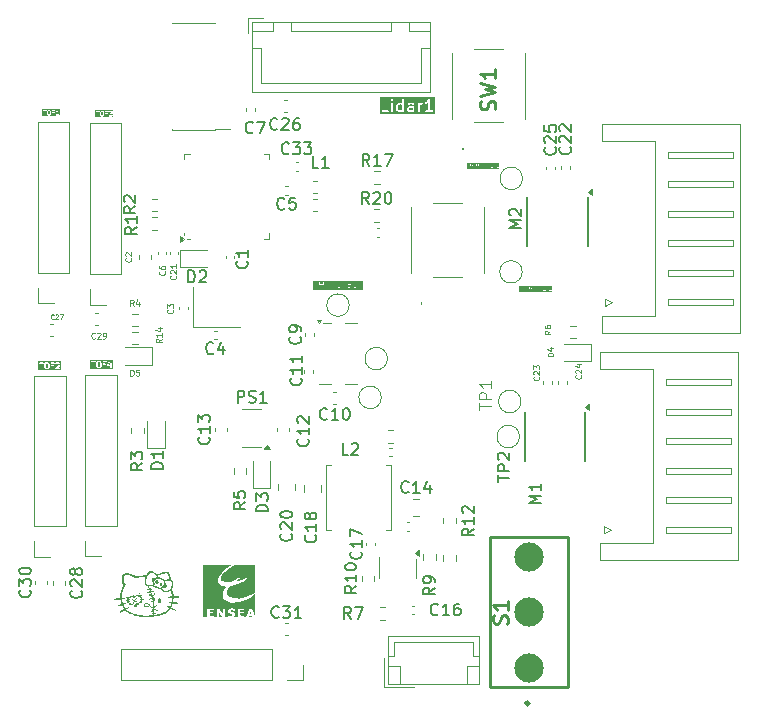
<source format=gbr>
%TF.GenerationSoftware,KiCad,Pcbnew,9.0.2*%
%TF.CreationDate,2025-10-13T17:24:41+02:00*%
%TF.ProjectId,Projet_Robot,50726f6a-6574-45f5-926f-626f742e6b69,rev?*%
%TF.SameCoordinates,Original*%
%TF.FileFunction,Legend,Top*%
%TF.FilePolarity,Positive*%
%FSLAX46Y46*%
G04 Gerber Fmt 4.6, Leading zero omitted, Abs format (unit mm)*
G04 Created by KiCad (PCBNEW 9.0.2) date 2025-10-13 17:24:41*
%MOMM*%
%LPD*%
G01*
G04 APERTURE LIST*
%ADD10C,0.037500*%
%ADD11C,0.050000*%
%ADD12C,0.150000*%
%ADD13C,0.125000*%
%ADD14C,0.100000*%
%ADD15C,0.062500*%
%ADD16C,0.254000*%
%ADD17C,0.000000*%
%ADD18C,0.120000*%
%ADD19C,2.480000*%
G04 APERTURE END LIST*
D10*
G36*
X171426037Y-79556531D02*
G01*
X171436020Y-79566515D01*
X171446965Y-79588404D01*
X171446965Y-79622408D01*
X171436019Y-79644299D01*
X171426036Y-79654282D01*
X171404147Y-79665228D01*
X171313036Y-79665228D01*
X171313036Y-79545585D01*
X171404147Y-79545585D01*
X171426037Y-79556531D01*
G37*
G36*
X171954608Y-79556531D02*
G01*
X171964591Y-79566515D01*
X171975536Y-79588404D01*
X171975536Y-79622408D01*
X171964590Y-79644299D01*
X171954607Y-79654282D01*
X171932718Y-79665228D01*
X171841607Y-79665228D01*
X171841607Y-79545585D01*
X171932718Y-79545585D01*
X171954608Y-79556531D01*
G37*
G36*
X173759226Y-79907490D02*
G01*
X170972202Y-79907490D01*
X170972202Y-79848232D01*
X171505535Y-79848232D01*
X171505535Y-79862582D01*
X171515683Y-79872730D01*
X171522858Y-79874157D01*
X171751429Y-79874157D01*
X171758604Y-79872730D01*
X171768752Y-79862582D01*
X171768752Y-79848232D01*
X172719820Y-79848232D01*
X172719820Y-79862582D01*
X172729968Y-79872730D01*
X172737143Y-79874157D01*
X172965714Y-79874157D01*
X172972889Y-79872730D01*
X172983037Y-79862582D01*
X172983037Y-79848232D01*
X173234105Y-79848232D01*
X173234105Y-79862582D01*
X173244253Y-79872730D01*
X173251428Y-79874157D01*
X173479999Y-79874157D01*
X173487174Y-79872730D01*
X173497322Y-79862582D01*
X173497322Y-79848232D01*
X173487174Y-79838084D01*
X173479999Y-79836657D01*
X173251428Y-79836657D01*
X173244253Y-79838084D01*
X173234105Y-79848232D01*
X172983037Y-79848232D01*
X172972889Y-79838084D01*
X172965714Y-79836657D01*
X172737143Y-79836657D01*
X172729968Y-79838084D01*
X172719820Y-79848232D01*
X171768752Y-79848232D01*
X171758604Y-79838084D01*
X171751429Y-79836657D01*
X171522858Y-79836657D01*
X171515683Y-79838084D01*
X171505535Y-79848232D01*
X170972202Y-79848232D01*
X170972202Y-79519660D01*
X171005535Y-79519660D01*
X171005535Y-79534010D01*
X171015683Y-79544158D01*
X171022858Y-79545585D01*
X171089822Y-79545585D01*
X171089822Y-79826835D01*
X171091249Y-79834010D01*
X171101397Y-79844158D01*
X171115747Y-79844158D01*
X171125895Y-79834010D01*
X171127322Y-79826835D01*
X171127322Y-79545585D01*
X171194287Y-79545585D01*
X171201462Y-79544158D01*
X171211610Y-79534010D01*
X171211610Y-79526835D01*
X171275536Y-79526835D01*
X171275536Y-79826835D01*
X171276963Y-79834010D01*
X171287111Y-79844158D01*
X171301461Y-79844158D01*
X171311609Y-79834010D01*
X171313036Y-79826835D01*
X171313036Y-79702728D01*
X171408572Y-79702728D01*
X171409493Y-79702544D01*
X171409902Y-79702681D01*
X171412798Y-79701887D01*
X171415747Y-79701301D01*
X171416052Y-79700995D01*
X171416957Y-79700748D01*
X171445529Y-79686462D01*
X171447900Y-79684621D01*
X171450401Y-79682951D01*
X171464687Y-79668666D01*
X171466358Y-79666164D01*
X171468200Y-79663792D01*
X171482485Y-79635221D01*
X171482733Y-79634314D01*
X171483038Y-79634010D01*
X171483624Y-79631062D01*
X171484418Y-79628165D01*
X171484281Y-79627756D01*
X171484465Y-79626835D01*
X171484465Y-79583978D01*
X171484281Y-79583057D01*
X171484418Y-79582649D01*
X171483623Y-79579748D01*
X171483038Y-79576803D01*
X171482734Y-79576499D01*
X171482486Y-79575593D01*
X171468199Y-79547022D01*
X171466359Y-79544651D01*
X171464687Y-79542148D01*
X171450401Y-79527863D01*
X171448863Y-79526835D01*
X171804107Y-79526835D01*
X171804107Y-79826835D01*
X171805534Y-79834010D01*
X171815682Y-79844158D01*
X171830032Y-79844158D01*
X171840180Y-79834010D01*
X171841607Y-79826835D01*
X171841607Y-79702728D01*
X171937143Y-79702728D01*
X171938064Y-79702544D01*
X171938473Y-79702681D01*
X171941369Y-79701887D01*
X171944318Y-79701301D01*
X171944623Y-79700995D01*
X171945528Y-79700748D01*
X171974100Y-79686462D01*
X171976471Y-79684621D01*
X171978972Y-79682951D01*
X171993258Y-79668666D01*
X171994929Y-79666164D01*
X171996771Y-79663792D01*
X172011056Y-79635221D01*
X172011304Y-79634314D01*
X172011609Y-79634010D01*
X172012195Y-79631062D01*
X172012989Y-79628165D01*
X172012852Y-79627756D01*
X172013036Y-79626835D01*
X172013036Y-79583978D01*
X172012852Y-79583057D01*
X172012989Y-79582649D01*
X172012194Y-79579748D01*
X172011609Y-79576803D01*
X172011305Y-79576499D01*
X172011057Y-79575593D01*
X171996770Y-79547022D01*
X171994930Y-79544651D01*
X171993258Y-79542148D01*
X171978972Y-79527863D01*
X171976473Y-79526193D01*
X171974100Y-79524351D01*
X171973132Y-79523867D01*
X172075772Y-79523867D01*
X172076046Y-79531178D01*
X172147474Y-79831178D01*
X172150524Y-79837827D01*
X172152912Y-79839297D01*
X172154318Y-79841724D01*
X172158797Y-79842918D01*
X172162746Y-79845349D01*
X172165473Y-79844699D01*
X172168183Y-79845422D01*
X172172195Y-79843099D01*
X172176706Y-79842025D01*
X172178176Y-79839636D01*
X172180603Y-79838231D01*
X172183831Y-79831666D01*
X172222857Y-79685319D01*
X172261883Y-79831666D01*
X172265111Y-79838231D01*
X172267537Y-79839636D01*
X172269008Y-79842025D01*
X172273519Y-79843099D01*
X172277531Y-79845422D01*
X172280239Y-79844699D01*
X172282967Y-79845349D01*
X172286915Y-79842918D01*
X172291396Y-79841724D01*
X172292801Y-79839297D01*
X172295190Y-79837827D01*
X172298240Y-79831178D01*
X172369669Y-79531178D01*
X172369832Y-79526835D01*
X172446964Y-79526835D01*
X172446964Y-79826835D01*
X172448391Y-79834010D01*
X172458539Y-79844158D01*
X172472889Y-79844158D01*
X172483037Y-79834010D01*
X172484464Y-79826835D01*
X172484464Y-79611351D01*
X172548723Y-79749050D01*
X172551581Y-79752946D01*
X172551886Y-79753785D01*
X172552357Y-79754005D01*
X172553050Y-79754949D01*
X172559075Y-79757139D01*
X172564890Y-79759853D01*
X172565714Y-79759553D01*
X172566538Y-79759853D01*
X172572352Y-79757139D01*
X172578378Y-79754949D01*
X172579070Y-79754005D01*
X172579542Y-79753785D01*
X172579846Y-79752946D01*
X172582705Y-79749050D01*
X172646964Y-79611351D01*
X172646964Y-79826835D01*
X172648391Y-79834010D01*
X172658539Y-79844158D01*
X172672889Y-79844158D01*
X172683037Y-79834010D01*
X172684464Y-79826835D01*
X172684464Y-79613880D01*
X173004153Y-79613880D01*
X173010571Y-79626715D01*
X173024186Y-79631253D01*
X173031241Y-79629321D01*
X173059813Y-79615035D01*
X173062190Y-79613190D01*
X173064686Y-79611522D01*
X173089821Y-79586386D01*
X173089821Y-79808085D01*
X173022856Y-79808085D01*
X173015681Y-79809512D01*
X173005533Y-79819660D01*
X173005533Y-79834010D01*
X173015681Y-79844158D01*
X173022856Y-79845585D01*
X173194285Y-79845585D01*
X173201460Y-79844158D01*
X173211608Y-79834010D01*
X173211608Y-79819660D01*
X173201460Y-79809512D01*
X173194285Y-79808085D01*
X173127321Y-79808085D01*
X173127321Y-79613880D01*
X173518438Y-79613880D01*
X173524856Y-79626715D01*
X173538471Y-79631253D01*
X173545526Y-79629321D01*
X173574098Y-79615035D01*
X173576475Y-79613190D01*
X173578971Y-79611522D01*
X173604106Y-79586386D01*
X173604106Y-79808085D01*
X173537141Y-79808085D01*
X173529966Y-79809512D01*
X173519818Y-79819660D01*
X173519818Y-79834010D01*
X173529966Y-79844158D01*
X173537141Y-79845585D01*
X173708570Y-79845585D01*
X173715745Y-79844158D01*
X173725893Y-79834010D01*
X173725893Y-79819660D01*
X173715745Y-79809512D01*
X173708570Y-79808085D01*
X173641606Y-79808085D01*
X173641606Y-79526835D01*
X173640179Y-79519660D01*
X173638813Y-79518294D01*
X173638435Y-79516402D01*
X173633893Y-79513374D01*
X173630031Y-79509512D01*
X173628100Y-79509512D01*
X173626495Y-79508442D01*
X173621144Y-79509512D01*
X173615681Y-79509512D01*
X173614315Y-79510877D01*
X173612422Y-79511256D01*
X173607255Y-79516434D01*
X173579712Y-79557746D01*
X173554606Y-79582854D01*
X173528756Y-79595779D01*
X173522976Y-79600265D01*
X173518438Y-79613880D01*
X173127321Y-79613880D01*
X173127321Y-79526835D01*
X173125894Y-79519660D01*
X173124528Y-79518294D01*
X173124150Y-79516402D01*
X173119608Y-79513374D01*
X173115746Y-79509512D01*
X173113815Y-79509512D01*
X173112210Y-79508442D01*
X173106859Y-79509512D01*
X173101396Y-79509512D01*
X173100030Y-79510877D01*
X173098137Y-79511256D01*
X173092970Y-79516434D01*
X173065427Y-79557746D01*
X173040321Y-79582854D01*
X173014471Y-79595779D01*
X173008691Y-79600265D01*
X173004153Y-79613880D01*
X172684464Y-79613880D01*
X172684464Y-79526835D01*
X172683037Y-79519660D01*
X172680681Y-79517304D01*
X172679542Y-79514171D01*
X172675803Y-79512426D01*
X172672889Y-79509512D01*
X172669558Y-79509512D01*
X172666538Y-79508103D01*
X172662663Y-79509512D01*
X172658539Y-79509512D01*
X172656183Y-79511867D01*
X172653050Y-79513007D01*
X172648723Y-79518906D01*
X172565714Y-79696782D01*
X172482705Y-79518906D01*
X172478378Y-79513007D01*
X172475244Y-79511867D01*
X172472889Y-79509512D01*
X172468765Y-79509512D01*
X172464890Y-79508103D01*
X172461870Y-79509512D01*
X172458539Y-79509512D01*
X172455624Y-79512426D01*
X172451886Y-79514171D01*
X172450746Y-79517304D01*
X172448391Y-79519660D01*
X172446964Y-79526835D01*
X172369832Y-79526835D01*
X172369943Y-79523868D01*
X172362421Y-79511645D01*
X172348461Y-79508321D01*
X172336239Y-79515843D01*
X172333189Y-79522492D01*
X172278970Y-79750206D01*
X172240974Y-79607719D01*
X172237746Y-79601154D01*
X172235533Y-79599873D01*
X172234253Y-79597661D01*
X172229543Y-79596404D01*
X172225326Y-79593963D01*
X172222857Y-79594621D01*
X172220388Y-79593963D01*
X172216170Y-79596404D01*
X172211461Y-79597661D01*
X172210180Y-79599873D01*
X172207968Y-79601154D01*
X172204740Y-79607719D01*
X172166743Y-79750206D01*
X172112526Y-79522492D01*
X172109476Y-79515843D01*
X172097254Y-79508321D01*
X172083294Y-79511645D01*
X172075772Y-79523867D01*
X171973132Y-79523867D01*
X171945528Y-79510065D01*
X171944623Y-79509817D01*
X171944318Y-79509512D01*
X171941369Y-79508925D01*
X171938473Y-79508132D01*
X171938064Y-79508268D01*
X171937143Y-79508085D01*
X171822857Y-79508085D01*
X171815682Y-79509512D01*
X171805534Y-79519660D01*
X171804107Y-79526835D01*
X171448863Y-79526835D01*
X171447902Y-79526193D01*
X171445529Y-79524351D01*
X171416957Y-79510065D01*
X171416052Y-79509817D01*
X171415747Y-79509512D01*
X171412798Y-79508925D01*
X171409902Y-79508132D01*
X171409493Y-79508268D01*
X171408572Y-79508085D01*
X171294286Y-79508085D01*
X171287111Y-79509512D01*
X171276963Y-79519660D01*
X171275536Y-79526835D01*
X171211610Y-79526835D01*
X171211610Y-79519660D01*
X171201462Y-79509512D01*
X171194287Y-79508085D01*
X171022858Y-79508085D01*
X171015683Y-79509512D01*
X171005535Y-79519660D01*
X170972202Y-79519660D01*
X170972202Y-79474752D01*
X173759226Y-79474752D01*
X173759226Y-79907490D01*
G37*
D11*
G36*
X158747297Y-89532360D02*
G01*
X158767552Y-89535423D01*
X158783760Y-89541952D01*
X158797600Y-89551777D01*
X158809409Y-89565191D01*
X158818089Y-89580889D01*
X158823425Y-89598780D01*
X158825285Y-89619382D01*
X158822043Y-89647311D01*
X158812973Y-89669457D01*
X158798296Y-89687159D01*
X158784378Y-89696709D01*
X158765472Y-89704237D01*
X158740248Y-89709317D01*
X158707102Y-89711217D01*
X158577653Y-89711217D01*
X158577653Y-89530966D01*
X158705728Y-89530966D01*
X158747297Y-89532360D01*
G37*
G36*
X162181203Y-90168736D02*
G01*
X157990838Y-90168736D01*
X157990838Y-90113180D01*
X158913334Y-90113180D01*
X159320823Y-90113180D01*
X160390515Y-90113180D01*
X160798004Y-90113180D01*
X160798004Y-90068789D01*
X160390515Y-90068789D01*
X160390515Y-90113180D01*
X159320823Y-90113180D01*
X159320823Y-90068789D01*
X158913334Y-90068789D01*
X158913334Y-90113180D01*
X157990838Y-90113180D01*
X157990838Y-89530966D01*
X158046394Y-89530966D01*
X158211380Y-89530966D01*
X158211380Y-89975000D01*
X158277631Y-89975000D01*
X158277631Y-89711217D01*
X158511402Y-89711217D01*
X158511402Y-89975000D01*
X158577653Y-89975000D01*
X159378006Y-89975000D01*
X159444257Y-89975000D01*
X159528368Y-89975000D01*
X159859317Y-89975000D01*
X159859317Y-89916870D01*
X159613762Y-89916870D01*
X159625110Y-89900388D01*
X159639682Y-89883378D01*
X159660618Y-89863403D01*
X159710757Y-89819966D01*
X159771589Y-89765911D01*
X159805523Y-89731428D01*
X159814222Y-89720163D01*
X159930850Y-89720163D01*
X159933852Y-89767424D01*
X159942702Y-89812024D01*
X159957320Y-89854405D01*
X159972510Y-89884551D01*
X159990408Y-89910207D01*
X160011020Y-89931866D01*
X160034501Y-89949873D01*
X160060288Y-89963654D01*
X160090331Y-89973950D01*
X160125348Y-89980495D01*
X160166178Y-89982815D01*
X160204892Y-89979977D01*
X160239429Y-89971786D01*
X160270463Y-89958502D01*
X160298527Y-89940073D01*
X160322816Y-89917076D01*
X160343405Y-89889193D01*
X160360365Y-89855756D01*
X160373510Y-89815875D01*
X160359971Y-89812456D01*
X160821359Y-89812456D01*
X160825103Y-89845329D01*
X160834272Y-89875315D01*
X160848867Y-89902978D01*
X160868387Y-89927310D01*
X160892222Y-89947198D01*
X160920919Y-89962909D01*
X160952187Y-89973510D01*
X160989771Y-89980356D01*
X161034828Y-89982815D01*
X161070157Y-89980533D01*
X161102166Y-89973919D01*
X161131334Y-89963184D01*
X161158213Y-89947971D01*
X161179912Y-89929675D01*
X161197066Y-89908169D01*
X161209905Y-89883779D01*
X161217448Y-89858795D01*
X161219964Y-89832789D01*
X161217571Y-89806546D01*
X161210605Y-89782973D01*
X161199112Y-89761531D01*
X161183454Y-89742851D01*
X161162284Y-89725809D01*
X161152114Y-89720163D01*
X161291283Y-89720163D01*
X161294285Y-89767424D01*
X161303135Y-89812024D01*
X161317752Y-89854405D01*
X161332943Y-89884551D01*
X161350841Y-89910207D01*
X161371453Y-89931866D01*
X161394933Y-89949873D01*
X161420720Y-89963654D01*
X161450764Y-89973950D01*
X161485781Y-89980495D01*
X161526611Y-89982815D01*
X161565325Y-89979977D01*
X161586310Y-89975000D01*
X161812772Y-89975000D01*
X162125647Y-89975000D01*
X162125647Y-89916870D01*
X161879053Y-89916870D01*
X161879053Y-89472836D01*
X161812772Y-89472836D01*
X161812772Y-89975000D01*
X161586310Y-89975000D01*
X161599862Y-89971786D01*
X161630895Y-89958502D01*
X161658960Y-89940073D01*
X161683248Y-89917076D01*
X161703837Y-89889193D01*
X161720798Y-89855756D01*
X161733942Y-89815875D01*
X161667691Y-89799145D01*
X161658736Y-89830356D01*
X161646927Y-89856150D01*
X161632486Y-89877332D01*
X161615423Y-89894521D01*
X161595320Y-89908427D01*
X161573179Y-89918397D01*
X161548618Y-89924521D01*
X161521146Y-89926639D01*
X161491287Y-89924002D01*
X161463084Y-89916168D01*
X161436088Y-89903009D01*
X161412528Y-89884888D01*
X161393301Y-89861385D01*
X161378203Y-89831629D01*
X161368177Y-89799258D01*
X161361840Y-89762217D01*
X161359610Y-89719796D01*
X161361360Y-89686958D01*
X161366585Y-89654890D01*
X161375302Y-89623412D01*
X161388488Y-89594113D01*
X161406543Y-89569493D01*
X161429768Y-89548948D01*
X161456862Y-89533887D01*
X161488663Y-89524506D01*
X161526275Y-89521196D01*
X161558943Y-89524160D01*
X161586386Y-89532549D01*
X161609623Y-89546017D01*
X161628992Y-89564659D01*
X161645912Y-89590509D01*
X161660181Y-89625244D01*
X161725394Y-89609856D01*
X161712974Y-89576486D01*
X161696942Y-89547935D01*
X161677346Y-89523593D01*
X161654014Y-89503031D01*
X161627608Y-89486753D01*
X161598117Y-89474922D01*
X161565014Y-89467577D01*
X161527649Y-89465020D01*
X161484264Y-89468451D01*
X161443996Y-89478537D01*
X161406229Y-89495245D01*
X161380274Y-89512072D01*
X161357593Y-89532257D01*
X161337930Y-89556018D01*
X161321172Y-89583722D01*
X161304937Y-89623564D01*
X161294819Y-89668720D01*
X161291283Y-89720163D01*
X161152114Y-89720163D01*
X161134570Y-89710423D01*
X161097929Y-89697402D01*
X161023745Y-89678489D01*
X160968963Y-89663988D01*
X160938512Y-89652168D01*
X160923850Y-89642768D01*
X160913019Y-89630069D01*
X160906589Y-89615470D01*
X160904371Y-89598346D01*
X160907338Y-89578881D01*
X160916226Y-89561390D01*
X160931849Y-89545193D01*
X160951527Y-89533853D01*
X160979787Y-89526111D01*
X161019471Y-89523150D01*
X161057288Y-89526286D01*
X161085651Y-89534709D01*
X161106727Y-89547483D01*
X161123239Y-89565567D01*
X161134876Y-89589061D01*
X161141409Y-89619382D01*
X161204943Y-89614589D01*
X161201378Y-89585919D01*
X161193176Y-89559792D01*
X161180335Y-89535729D01*
X161163176Y-89514654D01*
X161141591Y-89497117D01*
X161114939Y-89482972D01*
X161086059Y-89473239D01*
X161053521Y-89467148D01*
X161016754Y-89465020D01*
X160983392Y-89467006D01*
X160952889Y-89472775D01*
X160924857Y-89482148D01*
X160898937Y-89495703D01*
X160878215Y-89512396D01*
X160861995Y-89532340D01*
X160849970Y-89555124D01*
X160842877Y-89578679D01*
X160840502Y-89603415D01*
X160842498Y-89625963D01*
X160848357Y-89646664D01*
X160858087Y-89665910D01*
X160871340Y-89682974D01*
X160888926Y-89698542D01*
X160911546Y-89712652D01*
X160944692Y-89726261D01*
X161008205Y-89744007D01*
X161071060Y-89760123D01*
X161097354Y-89768492D01*
X161125531Y-89782707D01*
X161142417Y-89798137D01*
X161152625Y-89817107D01*
X161156094Y-89839384D01*
X161152583Y-89861671D01*
X161141898Y-89882401D01*
X161131301Y-89894151D01*
X161117133Y-89904493D01*
X161098697Y-89913389D01*
X161068298Y-89921719D01*
X161031775Y-89924685D01*
X161003622Y-89922922D01*
X160978121Y-89917817D01*
X160954899Y-89909542D01*
X160933318Y-89897852D01*
X160916789Y-89884610D01*
X160904524Y-89869822D01*
X160895390Y-89852783D01*
X160888419Y-89832060D01*
X160883886Y-89806960D01*
X160821359Y-89812456D01*
X160359971Y-89812456D01*
X160307259Y-89799145D01*
X160298303Y-89830356D01*
X160286494Y-89856150D01*
X160272053Y-89877332D01*
X160254991Y-89894521D01*
X160234887Y-89908427D01*
X160212746Y-89918397D01*
X160188186Y-89924521D01*
X160160713Y-89926639D01*
X160130854Y-89924002D01*
X160102651Y-89916168D01*
X160075655Y-89903009D01*
X160052095Y-89884888D01*
X160032868Y-89861385D01*
X160017770Y-89831629D01*
X160007744Y-89799258D01*
X160001408Y-89762217D01*
X159999177Y-89719796D01*
X160000928Y-89686958D01*
X160006153Y-89654890D01*
X160014870Y-89623412D01*
X160028055Y-89594113D01*
X160046110Y-89569493D01*
X160069336Y-89548948D01*
X160096429Y-89533887D01*
X160128230Y-89524506D01*
X160165842Y-89521196D01*
X160198510Y-89524160D01*
X160225953Y-89532549D01*
X160249190Y-89546017D01*
X160268559Y-89564659D01*
X160285479Y-89590509D01*
X160299748Y-89625244D01*
X160364961Y-89609856D01*
X160352541Y-89576486D01*
X160336509Y-89547935D01*
X160316913Y-89523593D01*
X160293581Y-89503031D01*
X160267175Y-89486753D01*
X160237684Y-89474922D01*
X160204581Y-89467577D01*
X160167216Y-89465020D01*
X160123832Y-89468451D01*
X160083563Y-89478537D01*
X160045797Y-89495245D01*
X160019842Y-89512072D01*
X159997160Y-89532257D01*
X159977497Y-89556018D01*
X159960739Y-89583722D01*
X159944504Y-89623564D01*
X159934386Y-89668720D01*
X159930850Y-89720163D01*
X159814222Y-89720163D01*
X159830801Y-89698692D01*
X159846342Y-89669971D01*
X159855605Y-89640359D01*
X159858646Y-89610589D01*
X159855944Y-89581706D01*
X159848084Y-89555876D01*
X159835111Y-89532473D01*
X159816636Y-89511060D01*
X159794551Y-89493973D01*
X159768698Y-89481497D01*
X159738347Y-89473656D01*
X159702544Y-89470882D01*
X159666954Y-89473473D01*
X159636702Y-89480793D01*
X159610892Y-89492406D01*
X159588818Y-89508221D01*
X159570503Y-89528156D01*
X159556196Y-89552342D01*
X159545895Y-89581538D01*
X159539970Y-89616756D01*
X159603168Y-89623290D01*
X159606593Y-89592715D01*
X159615706Y-89568417D01*
X159630126Y-89549009D01*
X159649394Y-89534363D01*
X159672699Y-89525359D01*
X159701201Y-89522173D01*
X159728187Y-89525153D01*
X159750552Y-89533615D01*
X159769314Y-89547422D01*
X159783882Y-89565591D01*
X159792499Y-89585977D01*
X159795448Y-89609337D01*
X159792589Y-89631871D01*
X159783458Y-89656405D01*
X159766749Y-89683679D01*
X159745668Y-89708819D01*
X159710470Y-89743491D01*
X159656443Y-89790230D01*
X159607680Y-89832850D01*
X159575996Y-89865915D01*
X159551531Y-89899630D01*
X159535543Y-89932379D01*
X159529816Y-89953232D01*
X159528368Y-89975000D01*
X159444257Y-89975000D01*
X159444257Y-89472836D01*
X159378006Y-89472836D01*
X159378006Y-89975000D01*
X158577653Y-89975000D01*
X158577653Y-89769347D01*
X158706094Y-89769347D01*
X158751020Y-89767065D01*
X158786661Y-89760858D01*
X158814642Y-89751516D01*
X158836361Y-89739566D01*
X158852945Y-89725231D01*
X158870679Y-89702004D01*
X158883264Y-89676602D01*
X158890938Y-89648579D01*
X158893581Y-89617336D01*
X158891844Y-89592926D01*
X158886755Y-89570313D01*
X158878377Y-89549193D01*
X158866880Y-89529625D01*
X158853526Y-89513689D01*
X158838260Y-89500955D01*
X158811151Y-89486818D01*
X158776436Y-89477599D01*
X158747194Y-89474221D01*
X158700263Y-89472836D01*
X158511402Y-89472836D01*
X158511402Y-89711217D01*
X158277631Y-89711217D01*
X158277631Y-89530966D01*
X158443289Y-89530966D01*
X158443289Y-89472836D01*
X158046394Y-89472836D01*
X158046394Y-89530966D01*
X157990838Y-89530966D01*
X157990838Y-89409464D01*
X162181203Y-89409464D01*
X162181203Y-90168736D01*
G37*
D12*
X173604819Y-106411904D02*
X173604819Y-105840476D01*
X174604819Y-106126190D02*
X173604819Y-106126190D01*
X174604819Y-105507142D02*
X173604819Y-105507142D01*
X173604819Y-105507142D02*
X173604819Y-105126190D01*
X173604819Y-105126190D02*
X173652438Y-105030952D01*
X173652438Y-105030952D02*
X173700057Y-104983333D01*
X173700057Y-104983333D02*
X173795295Y-104935714D01*
X173795295Y-104935714D02*
X173938152Y-104935714D01*
X173938152Y-104935714D02*
X174033390Y-104983333D01*
X174033390Y-104983333D02*
X174081009Y-105030952D01*
X174081009Y-105030952D02*
X174128628Y-105126190D01*
X174128628Y-105126190D02*
X174128628Y-105507142D01*
X173700057Y-104554761D02*
X173652438Y-104507142D01*
X173652438Y-104507142D02*
X173604819Y-104411904D01*
X173604819Y-104411904D02*
X173604819Y-104173809D01*
X173604819Y-104173809D02*
X173652438Y-104078571D01*
X173652438Y-104078571D02*
X173700057Y-104030952D01*
X173700057Y-104030952D02*
X173795295Y-103983333D01*
X173795295Y-103983333D02*
X173890533Y-103983333D01*
X173890533Y-103983333D02*
X174033390Y-104030952D01*
X174033390Y-104030952D02*
X174604819Y-104602380D01*
X174604819Y-104602380D02*
X174604819Y-103983333D01*
X177254819Y-108259523D02*
X176254819Y-108259523D01*
X176254819Y-108259523D02*
X176969104Y-107926190D01*
X176969104Y-107926190D02*
X176254819Y-107592857D01*
X176254819Y-107592857D02*
X177254819Y-107592857D01*
X177254819Y-106592857D02*
X177254819Y-107164285D01*
X177254819Y-106878571D02*
X176254819Y-106878571D01*
X176254819Y-106878571D02*
X176397676Y-106973809D01*
X176397676Y-106973809D02*
X176492914Y-107069047D01*
X176492914Y-107069047D02*
X176540533Y-107164285D01*
D13*
X172056119Y-100311904D02*
X172056119Y-99740476D01*
X173056119Y-100026190D02*
X172056119Y-100026190D01*
X173056119Y-99407142D02*
X172056119Y-99407142D01*
X172056119Y-99407142D02*
X172056119Y-99026190D01*
X172056119Y-99026190D02*
X172103738Y-98930952D01*
X172103738Y-98930952D02*
X172151357Y-98883333D01*
X172151357Y-98883333D02*
X172246595Y-98835714D01*
X172246595Y-98835714D02*
X172389452Y-98835714D01*
X172389452Y-98835714D02*
X172484690Y-98883333D01*
X172484690Y-98883333D02*
X172532309Y-98930952D01*
X172532309Y-98930952D02*
X172579928Y-99026190D01*
X172579928Y-99026190D02*
X172579928Y-99407142D01*
X173056119Y-97883333D02*
X173056119Y-98454761D01*
X173056119Y-98169047D02*
X172056119Y-98169047D01*
X172056119Y-98169047D02*
X172198976Y-98264285D01*
X172198976Y-98264285D02*
X172294214Y-98359523D01*
X172294214Y-98359523D02*
X172341833Y-98454761D01*
D14*
G36*
X140167049Y-75119987D02*
G01*
X140189614Y-75142552D01*
X140203810Y-75199335D01*
X140203810Y-75320358D01*
X140189614Y-75377141D01*
X140167047Y-75399708D01*
X140146769Y-75409847D01*
X140094185Y-75409847D01*
X140073904Y-75399706D01*
X140051338Y-75377141D01*
X140037143Y-75320358D01*
X140037143Y-75199335D01*
X140051339Y-75142552D01*
X140073904Y-75119986D01*
X140094184Y-75109847D01*
X140146769Y-75109847D01*
X140167049Y-75119987D01*
G37*
G36*
X141077619Y-75559847D02*
G01*
X139548092Y-75559847D01*
X139548092Y-75040713D01*
X139598092Y-75040713D01*
X139598092Y-75078981D01*
X139625152Y-75106041D01*
X139644286Y-75109847D01*
X139708571Y-75109847D01*
X139708571Y-75459847D01*
X139712377Y-75478981D01*
X139739437Y-75506041D01*
X139777705Y-75506041D01*
X139804765Y-75478981D01*
X139808571Y-75459847D01*
X139808571Y-75193180D01*
X139937143Y-75193180D01*
X139937143Y-75326514D01*
X139938338Y-75332523D01*
X139938636Y-75338641D01*
X139957684Y-75414831D01*
X139959997Y-75419727D01*
X139959997Y-75421838D01*
X139963400Y-75426931D01*
X139966017Y-75432471D01*
X139967827Y-75433557D01*
X139970835Y-75438059D01*
X140008930Y-75476155D01*
X140015591Y-75480605D01*
X140021926Y-75485522D01*
X140060021Y-75504568D01*
X140062435Y-75505229D01*
X140063247Y-75506041D01*
X140071112Y-75507605D01*
X140078837Y-75509721D01*
X140079924Y-75509358D01*
X140082381Y-75509847D01*
X140158572Y-75509847D01*
X140161028Y-75509358D01*
X140162116Y-75509721D01*
X140169845Y-75507604D01*
X140177706Y-75506041D01*
X140178516Y-75505230D01*
X140180932Y-75504569D01*
X140219027Y-75485522D01*
X140225358Y-75480608D01*
X140232023Y-75476155D01*
X140270118Y-75438059D01*
X140273126Y-75433556D01*
X140274936Y-75432471D01*
X140277552Y-75426931D01*
X140280956Y-75421838D01*
X140280955Y-75419727D01*
X140283269Y-75414831D01*
X140302317Y-75338641D01*
X140302614Y-75332523D01*
X140303810Y-75326514D01*
X140303810Y-75193180D01*
X140302614Y-75187170D01*
X140302317Y-75181053D01*
X140283269Y-75104863D01*
X140280956Y-75099966D01*
X140280956Y-75097855D01*
X140277552Y-75092760D01*
X140274936Y-75087223D01*
X140273125Y-75086137D01*
X140270117Y-75081634D01*
X140248329Y-75059847D01*
X140375239Y-75059847D01*
X140375239Y-75459847D01*
X140379045Y-75478981D01*
X140406105Y-75506041D01*
X140444373Y-75506041D01*
X140471433Y-75478981D01*
X140475239Y-75459847D01*
X140475239Y-75300323D01*
X140558572Y-75300323D01*
X140577706Y-75296517D01*
X140604766Y-75269457D01*
X140604766Y-75231189D01*
X140577706Y-75204129D01*
X140558572Y-75200323D01*
X140475239Y-75200323D01*
X140475239Y-75109847D01*
X140615715Y-75109847D01*
X140634849Y-75106041D01*
X140661909Y-75078981D01*
X140661909Y-75040713D01*
X140683806Y-75040713D01*
X140683806Y-75078981D01*
X140710866Y-75106041D01*
X140730000Y-75109847D01*
X140867431Y-75109847D01*
X140806657Y-75179303D01*
X140799562Y-75191623D01*
X140798092Y-75193094D01*
X140798092Y-75194177D01*
X140796922Y-75196209D01*
X140798092Y-75213763D01*
X140798092Y-75231362D01*
X140799348Y-75232618D01*
X140799467Y-75234393D01*
X140812711Y-75245981D01*
X140825152Y-75258422D01*
X140827452Y-75258879D01*
X140828267Y-75259592D01*
X140830339Y-75259453D01*
X140844286Y-75262228D01*
X140889626Y-75262228D01*
X140909906Y-75272368D01*
X140917478Y-75279940D01*
X140927619Y-75300222D01*
X140927619Y-75371853D01*
X140917477Y-75392136D01*
X140909906Y-75399707D01*
X140889626Y-75409847D01*
X140798947Y-75409847D01*
X140778663Y-75399705D01*
X140765355Y-75386397D01*
X140749134Y-75375558D01*
X140710866Y-75375558D01*
X140683806Y-75402618D01*
X140683806Y-75440886D01*
X140694645Y-75457107D01*
X140713693Y-75476155D01*
X140720350Y-75480603D01*
X140726688Y-75485522D01*
X140764783Y-75504568D01*
X140767197Y-75505229D01*
X140768009Y-75506041D01*
X140775874Y-75507605D01*
X140783599Y-75509721D01*
X140784686Y-75509358D01*
X140787143Y-75509847D01*
X140901429Y-75509847D01*
X140903885Y-75509358D01*
X140904973Y-75509721D01*
X140912702Y-75507604D01*
X140920563Y-75506041D01*
X140921373Y-75505230D01*
X140923789Y-75504569D01*
X140961884Y-75485522D01*
X140968221Y-75480603D01*
X140974879Y-75476155D01*
X140993927Y-75457107D01*
X140998375Y-75450449D01*
X141003294Y-75444112D01*
X141022340Y-75406017D01*
X141023001Y-75403602D01*
X141023813Y-75402791D01*
X141025377Y-75394925D01*
X141027493Y-75387201D01*
X141027130Y-75386113D01*
X141027619Y-75383657D01*
X141027619Y-75288419D01*
X141027130Y-75285962D01*
X141027493Y-75284875D01*
X141025376Y-75277145D01*
X141023813Y-75269285D01*
X141023002Y-75268474D01*
X141022341Y-75266059D01*
X141003294Y-75227963D01*
X140998375Y-75221625D01*
X140993926Y-75214967D01*
X140974878Y-75195920D01*
X140968219Y-75191471D01*
X140961885Y-75186555D01*
X140941922Y-75176573D01*
X141015248Y-75092772D01*
X141022344Y-75080449D01*
X141023813Y-75078981D01*
X141023813Y-75077899D01*
X141024984Y-75075866D01*
X141023813Y-75058303D01*
X141023813Y-75040713D01*
X141022556Y-75039456D01*
X141022438Y-75037682D01*
X141009190Y-75026090D01*
X140996753Y-75013653D01*
X140994453Y-75013195D01*
X140993638Y-75012482D01*
X140991561Y-75012620D01*
X140977619Y-75009847D01*
X140730000Y-75009847D01*
X140710866Y-75013653D01*
X140683806Y-75040713D01*
X140661909Y-75040713D01*
X140634849Y-75013653D01*
X140615715Y-75009847D01*
X140425239Y-75009847D01*
X140406105Y-75013653D01*
X140379045Y-75040713D01*
X140375239Y-75059847D01*
X140248329Y-75059847D01*
X140232022Y-75043540D01*
X140225362Y-75039089D01*
X140219028Y-75034174D01*
X140180933Y-75015126D01*
X140178517Y-75014464D01*
X140177706Y-75013653D01*
X140169844Y-75012089D01*
X140162117Y-75009973D01*
X140161028Y-75010335D01*
X140158572Y-75009847D01*
X140082381Y-75009847D01*
X140079924Y-75010335D01*
X140078836Y-75009973D01*
X140071108Y-75012089D01*
X140063247Y-75013653D01*
X140062435Y-75014464D01*
X140060020Y-75015126D01*
X140021925Y-75034174D01*
X140015596Y-75039085D01*
X140008930Y-75043540D01*
X139970836Y-75081635D01*
X139967828Y-75086136D01*
X139966017Y-75087223D01*
X139963399Y-75092764D01*
X139959997Y-75097856D01*
X139959997Y-75099966D01*
X139957684Y-75104863D01*
X139938636Y-75181053D01*
X139938338Y-75187170D01*
X139937143Y-75193180D01*
X139808571Y-75193180D01*
X139808571Y-75109847D01*
X139872857Y-75109847D01*
X139891991Y-75106041D01*
X139919051Y-75078981D01*
X139919051Y-75040713D01*
X139891991Y-75013653D01*
X139872857Y-75009847D01*
X139644286Y-75009847D01*
X139625152Y-75013653D01*
X139598092Y-75040713D01*
X139548092Y-75040713D01*
X139548092Y-74959847D01*
X141077619Y-74959847D01*
X141077619Y-75559847D01*
G37*
G36*
X135657049Y-75029987D02*
G01*
X135679614Y-75052552D01*
X135693810Y-75109335D01*
X135693810Y-75230358D01*
X135679614Y-75287141D01*
X135657047Y-75309708D01*
X135636769Y-75319847D01*
X135584185Y-75319847D01*
X135563904Y-75309706D01*
X135541338Y-75287141D01*
X135527143Y-75230358D01*
X135527143Y-75109335D01*
X135541339Y-75052552D01*
X135563904Y-75029986D01*
X135584184Y-75019847D01*
X135636769Y-75019847D01*
X135657049Y-75029987D01*
G37*
G36*
X136563813Y-75469847D02*
G01*
X135038092Y-75469847D01*
X135038092Y-74950713D01*
X135088092Y-74950713D01*
X135088092Y-74988981D01*
X135115152Y-75016041D01*
X135134286Y-75019847D01*
X135198571Y-75019847D01*
X135198571Y-75369847D01*
X135202377Y-75388981D01*
X135229437Y-75416041D01*
X135267705Y-75416041D01*
X135294765Y-75388981D01*
X135298571Y-75369847D01*
X135298571Y-75103180D01*
X135427143Y-75103180D01*
X135427143Y-75236514D01*
X135428338Y-75242523D01*
X135428636Y-75248641D01*
X135447684Y-75324831D01*
X135449997Y-75329727D01*
X135449997Y-75331838D01*
X135453400Y-75336931D01*
X135456017Y-75342471D01*
X135457827Y-75343557D01*
X135460835Y-75348059D01*
X135498930Y-75386155D01*
X135505591Y-75390605D01*
X135511926Y-75395522D01*
X135550021Y-75414568D01*
X135552435Y-75415229D01*
X135553247Y-75416041D01*
X135561112Y-75417605D01*
X135568837Y-75419721D01*
X135569924Y-75419358D01*
X135572381Y-75419847D01*
X135648572Y-75419847D01*
X135651028Y-75419358D01*
X135652116Y-75419721D01*
X135659845Y-75417604D01*
X135667706Y-75416041D01*
X135668516Y-75415230D01*
X135670932Y-75414569D01*
X135709027Y-75395522D01*
X135715358Y-75390608D01*
X135722023Y-75386155D01*
X135760118Y-75348059D01*
X135763126Y-75343556D01*
X135764936Y-75342471D01*
X135767552Y-75336931D01*
X135770956Y-75331838D01*
X135770955Y-75329727D01*
X135773269Y-75324831D01*
X135792317Y-75248641D01*
X135792614Y-75242523D01*
X135793810Y-75236514D01*
X135793810Y-75103180D01*
X135792614Y-75097170D01*
X135792317Y-75091053D01*
X135773269Y-75014863D01*
X135770956Y-75009966D01*
X135770956Y-75007855D01*
X135767552Y-75002760D01*
X135764936Y-74997223D01*
X135763125Y-74996137D01*
X135760117Y-74991634D01*
X135738329Y-74969847D01*
X135865239Y-74969847D01*
X135865239Y-75369847D01*
X135869045Y-75388981D01*
X135896105Y-75416041D01*
X135934373Y-75416041D01*
X135961433Y-75388981D01*
X135965239Y-75369847D01*
X135965239Y-75210323D01*
X136048572Y-75210323D01*
X136067706Y-75206517D01*
X136094766Y-75179457D01*
X136094766Y-75141189D01*
X136067706Y-75114129D01*
X136048572Y-75110323D01*
X135965239Y-75110323D01*
X135965239Y-75087678D01*
X136189174Y-75087678D01*
X136206288Y-75121906D01*
X136242593Y-75134007D01*
X136261409Y-75128854D01*
X136299504Y-75109806D01*
X136303334Y-75106833D01*
X136303334Y-75319847D01*
X136239048Y-75319847D01*
X136219914Y-75323653D01*
X136192854Y-75350713D01*
X136192854Y-75388981D01*
X136219914Y-75416041D01*
X136239048Y-75419847D01*
X136467619Y-75419847D01*
X136486753Y-75416041D01*
X136513813Y-75388981D01*
X136513813Y-75350713D01*
X136486753Y-75323653D01*
X136467619Y-75319847D01*
X136403334Y-75319847D01*
X136403334Y-74969847D01*
X136399528Y-74950713D01*
X136395888Y-74947073D01*
X136394879Y-74942025D01*
X136382761Y-74933946D01*
X136372468Y-74923653D01*
X136367322Y-74923653D01*
X136363038Y-74920797D01*
X136348758Y-74923653D01*
X136334200Y-74923653D01*
X136330560Y-74927292D01*
X136325512Y-74928302D01*
X136311732Y-74942111D01*
X136276383Y-74995133D01*
X136247525Y-75023992D01*
X136216687Y-75039412D01*
X136201275Y-75051373D01*
X136189174Y-75087678D01*
X135965239Y-75087678D01*
X135965239Y-75019847D01*
X136105715Y-75019847D01*
X136124849Y-75016041D01*
X136151909Y-74988981D01*
X136151909Y-74950713D01*
X136124849Y-74923653D01*
X136105715Y-74919847D01*
X135915239Y-74919847D01*
X135896105Y-74923653D01*
X135869045Y-74950713D01*
X135865239Y-74969847D01*
X135738329Y-74969847D01*
X135722022Y-74953540D01*
X135715362Y-74949089D01*
X135709028Y-74944174D01*
X135670933Y-74925126D01*
X135668517Y-74924464D01*
X135667706Y-74923653D01*
X135659844Y-74922089D01*
X135652117Y-74919973D01*
X135651028Y-74920335D01*
X135648572Y-74919847D01*
X135572381Y-74919847D01*
X135569924Y-74920335D01*
X135568836Y-74919973D01*
X135561108Y-74922089D01*
X135553247Y-74923653D01*
X135552435Y-74924464D01*
X135550020Y-74925126D01*
X135511925Y-74944174D01*
X135505596Y-74949085D01*
X135498930Y-74953540D01*
X135460836Y-74991635D01*
X135457828Y-74996136D01*
X135456017Y-74997223D01*
X135453399Y-75002764D01*
X135449997Y-75007856D01*
X135449997Y-75009966D01*
X135447684Y-75014863D01*
X135428636Y-75091053D01*
X135428338Y-75097170D01*
X135427143Y-75103180D01*
X135298571Y-75103180D01*
X135298571Y-75019847D01*
X135362857Y-75019847D01*
X135381991Y-75016041D01*
X135409051Y-74988981D01*
X135409051Y-74950713D01*
X135381991Y-74923653D01*
X135362857Y-74919847D01*
X135134286Y-74919847D01*
X135115152Y-74923653D01*
X135088092Y-74950713D01*
X135038092Y-74950713D01*
X135038092Y-74869847D01*
X136563813Y-74869847D01*
X136563813Y-75469847D01*
G37*
D13*
X145149809Y-94321428D02*
X144911714Y-94488094D01*
X145149809Y-94607142D02*
X144649809Y-94607142D01*
X144649809Y-94607142D02*
X144649809Y-94416666D01*
X144649809Y-94416666D02*
X144673619Y-94369047D01*
X144673619Y-94369047D02*
X144697428Y-94345237D01*
X144697428Y-94345237D02*
X144745047Y-94321428D01*
X144745047Y-94321428D02*
X144816476Y-94321428D01*
X144816476Y-94321428D02*
X144864095Y-94345237D01*
X144864095Y-94345237D02*
X144887904Y-94369047D01*
X144887904Y-94369047D02*
X144911714Y-94416666D01*
X144911714Y-94416666D02*
X144911714Y-94607142D01*
X145149809Y-93845237D02*
X145149809Y-94130951D01*
X145149809Y-93988094D02*
X144649809Y-93988094D01*
X144649809Y-93988094D02*
X144721238Y-94035713D01*
X144721238Y-94035713D02*
X144768857Y-94083332D01*
X144768857Y-94083332D02*
X144792666Y-94130951D01*
X144816476Y-93416666D02*
X145149809Y-93416666D01*
X144626000Y-93535714D02*
X144983142Y-93654761D01*
X144983142Y-93654761D02*
X144983142Y-93345238D01*
D11*
X177081090Y-97521428D02*
X177104900Y-97545237D01*
X177104900Y-97545237D02*
X177128709Y-97616666D01*
X177128709Y-97616666D02*
X177128709Y-97664285D01*
X177128709Y-97664285D02*
X177104900Y-97735713D01*
X177104900Y-97735713D02*
X177057280Y-97783332D01*
X177057280Y-97783332D02*
X177009661Y-97807142D01*
X177009661Y-97807142D02*
X176914423Y-97830951D01*
X176914423Y-97830951D02*
X176842995Y-97830951D01*
X176842995Y-97830951D02*
X176747757Y-97807142D01*
X176747757Y-97807142D02*
X176700138Y-97783332D01*
X176700138Y-97783332D02*
X176652519Y-97735713D01*
X176652519Y-97735713D02*
X176628709Y-97664285D01*
X176628709Y-97664285D02*
X176628709Y-97616666D01*
X176628709Y-97616666D02*
X176652519Y-97545237D01*
X176652519Y-97545237D02*
X176676328Y-97521428D01*
X176676328Y-97330951D02*
X176652519Y-97307142D01*
X176652519Y-97307142D02*
X176628709Y-97259523D01*
X176628709Y-97259523D02*
X176628709Y-97140475D01*
X176628709Y-97140475D02*
X176652519Y-97092856D01*
X176652519Y-97092856D02*
X176676328Y-97069047D01*
X176676328Y-97069047D02*
X176723947Y-97045237D01*
X176723947Y-97045237D02*
X176771566Y-97045237D01*
X176771566Y-97045237D02*
X176842995Y-97069047D01*
X176842995Y-97069047D02*
X177128709Y-97354761D01*
X177128709Y-97354761D02*
X177128709Y-97045237D01*
X176628709Y-96878571D02*
X176628709Y-96569047D01*
X176628709Y-96569047D02*
X176819185Y-96735714D01*
X176819185Y-96735714D02*
X176819185Y-96664285D01*
X176819185Y-96664285D02*
X176842995Y-96616666D01*
X176842995Y-96616666D02*
X176866804Y-96592857D01*
X176866804Y-96592857D02*
X176914423Y-96569047D01*
X176914423Y-96569047D02*
X177033471Y-96569047D01*
X177033471Y-96569047D02*
X177081090Y-96592857D01*
X177081090Y-96592857D02*
X177104900Y-96616666D01*
X177104900Y-96616666D02*
X177128709Y-96664285D01*
X177128709Y-96664285D02*
X177128709Y-96807142D01*
X177128709Y-96807142D02*
X177104900Y-96854761D01*
X177104900Y-96854761D02*
X177081090Y-96878571D01*
D12*
X179734580Y-78067857D02*
X179782200Y-78115476D01*
X179782200Y-78115476D02*
X179829819Y-78258333D01*
X179829819Y-78258333D02*
X179829819Y-78353571D01*
X179829819Y-78353571D02*
X179782200Y-78496428D01*
X179782200Y-78496428D02*
X179686961Y-78591666D01*
X179686961Y-78591666D02*
X179591723Y-78639285D01*
X179591723Y-78639285D02*
X179401247Y-78686904D01*
X179401247Y-78686904D02*
X179258390Y-78686904D01*
X179258390Y-78686904D02*
X179067914Y-78639285D01*
X179067914Y-78639285D02*
X178972676Y-78591666D01*
X178972676Y-78591666D02*
X178877438Y-78496428D01*
X178877438Y-78496428D02*
X178829819Y-78353571D01*
X178829819Y-78353571D02*
X178829819Y-78258333D01*
X178829819Y-78258333D02*
X178877438Y-78115476D01*
X178877438Y-78115476D02*
X178925057Y-78067857D01*
X178925057Y-77686904D02*
X178877438Y-77639285D01*
X178877438Y-77639285D02*
X178829819Y-77544047D01*
X178829819Y-77544047D02*
X178829819Y-77305952D01*
X178829819Y-77305952D02*
X178877438Y-77210714D01*
X178877438Y-77210714D02*
X178925057Y-77163095D01*
X178925057Y-77163095D02*
X179020295Y-77115476D01*
X179020295Y-77115476D02*
X179115533Y-77115476D01*
X179115533Y-77115476D02*
X179258390Y-77163095D01*
X179258390Y-77163095D02*
X179829819Y-77734523D01*
X179829819Y-77734523D02*
X179829819Y-77115476D01*
X178925057Y-76734523D02*
X178877438Y-76686904D01*
X178877438Y-76686904D02*
X178829819Y-76591666D01*
X178829819Y-76591666D02*
X178829819Y-76353571D01*
X178829819Y-76353571D02*
X178877438Y-76258333D01*
X178877438Y-76258333D02*
X178925057Y-76210714D01*
X178925057Y-76210714D02*
X179020295Y-76163095D01*
X179020295Y-76163095D02*
X179115533Y-76163095D01*
X179115533Y-76163095D02*
X179258390Y-76210714D01*
X179258390Y-76210714D02*
X179829819Y-76782142D01*
X179829819Y-76782142D02*
X179829819Y-76163095D01*
D15*
X180630440Y-97396428D02*
X180654250Y-97420237D01*
X180654250Y-97420237D02*
X180678059Y-97491666D01*
X180678059Y-97491666D02*
X180678059Y-97539285D01*
X180678059Y-97539285D02*
X180654250Y-97610713D01*
X180654250Y-97610713D02*
X180606630Y-97658332D01*
X180606630Y-97658332D02*
X180559011Y-97682142D01*
X180559011Y-97682142D02*
X180463773Y-97705951D01*
X180463773Y-97705951D02*
X180392345Y-97705951D01*
X180392345Y-97705951D02*
X180297107Y-97682142D01*
X180297107Y-97682142D02*
X180249488Y-97658332D01*
X180249488Y-97658332D02*
X180201869Y-97610713D01*
X180201869Y-97610713D02*
X180178059Y-97539285D01*
X180178059Y-97539285D02*
X180178059Y-97491666D01*
X180178059Y-97491666D02*
X180201869Y-97420237D01*
X180201869Y-97420237D02*
X180225678Y-97396428D01*
X180225678Y-97205951D02*
X180201869Y-97182142D01*
X180201869Y-97182142D02*
X180178059Y-97134523D01*
X180178059Y-97134523D02*
X180178059Y-97015475D01*
X180178059Y-97015475D02*
X180201869Y-96967856D01*
X180201869Y-96967856D02*
X180225678Y-96944047D01*
X180225678Y-96944047D02*
X180273297Y-96920237D01*
X180273297Y-96920237D02*
X180320916Y-96920237D01*
X180320916Y-96920237D02*
X180392345Y-96944047D01*
X180392345Y-96944047D02*
X180678059Y-97229761D01*
X180678059Y-97229761D02*
X180678059Y-96920237D01*
X180344726Y-96491666D02*
X180678059Y-96491666D01*
X180154250Y-96610714D02*
X180511392Y-96729761D01*
X180511392Y-96729761D02*
X180511392Y-96420238D01*
D12*
X133979580Y-115592857D02*
X134027200Y-115640476D01*
X134027200Y-115640476D02*
X134074819Y-115783333D01*
X134074819Y-115783333D02*
X134074819Y-115878571D01*
X134074819Y-115878571D02*
X134027200Y-116021428D01*
X134027200Y-116021428D02*
X133931961Y-116116666D01*
X133931961Y-116116666D02*
X133836723Y-116164285D01*
X133836723Y-116164285D02*
X133646247Y-116211904D01*
X133646247Y-116211904D02*
X133503390Y-116211904D01*
X133503390Y-116211904D02*
X133312914Y-116164285D01*
X133312914Y-116164285D02*
X133217676Y-116116666D01*
X133217676Y-116116666D02*
X133122438Y-116021428D01*
X133122438Y-116021428D02*
X133074819Y-115878571D01*
X133074819Y-115878571D02*
X133074819Y-115783333D01*
X133074819Y-115783333D02*
X133122438Y-115640476D01*
X133122438Y-115640476D02*
X133170057Y-115592857D01*
X133074819Y-115259523D02*
X133074819Y-114640476D01*
X133074819Y-114640476D02*
X133455771Y-114973809D01*
X133455771Y-114973809D02*
X133455771Y-114830952D01*
X133455771Y-114830952D02*
X133503390Y-114735714D01*
X133503390Y-114735714D02*
X133551009Y-114688095D01*
X133551009Y-114688095D02*
X133646247Y-114640476D01*
X133646247Y-114640476D02*
X133884342Y-114640476D01*
X133884342Y-114640476D02*
X133979580Y-114688095D01*
X133979580Y-114688095D02*
X134027200Y-114735714D01*
X134027200Y-114735714D02*
X134074819Y-114830952D01*
X134074819Y-114830952D02*
X134074819Y-115116666D01*
X134074819Y-115116666D02*
X134027200Y-115211904D01*
X134027200Y-115211904D02*
X133979580Y-115259523D01*
X133074819Y-114021428D02*
X133074819Y-113926190D01*
X133074819Y-113926190D02*
X133122438Y-113830952D01*
X133122438Y-113830952D02*
X133170057Y-113783333D01*
X133170057Y-113783333D02*
X133265295Y-113735714D01*
X133265295Y-113735714D02*
X133455771Y-113688095D01*
X133455771Y-113688095D02*
X133693866Y-113688095D01*
X133693866Y-113688095D02*
X133884342Y-113735714D01*
X133884342Y-113735714D02*
X133979580Y-113783333D01*
X133979580Y-113783333D02*
X134027200Y-113830952D01*
X134027200Y-113830952D02*
X134074819Y-113926190D01*
X134074819Y-113926190D02*
X134074819Y-114021428D01*
X134074819Y-114021428D02*
X134027200Y-114116666D01*
X134027200Y-114116666D02*
X133979580Y-114164285D01*
X133979580Y-114164285D02*
X133884342Y-114211904D01*
X133884342Y-114211904D02*
X133693866Y-114259523D01*
X133693866Y-114259523D02*
X133455771Y-114259523D01*
X133455771Y-114259523D02*
X133265295Y-114211904D01*
X133265295Y-114211904D02*
X133170057Y-114164285D01*
X133170057Y-114164285D02*
X133122438Y-114116666D01*
X133122438Y-114116666D02*
X133074819Y-114021428D01*
X154154819Y-108938094D02*
X153154819Y-108938094D01*
X153154819Y-108938094D02*
X153154819Y-108699999D01*
X153154819Y-108699999D02*
X153202438Y-108557142D01*
X153202438Y-108557142D02*
X153297676Y-108461904D01*
X153297676Y-108461904D02*
X153392914Y-108414285D01*
X153392914Y-108414285D02*
X153583390Y-108366666D01*
X153583390Y-108366666D02*
X153726247Y-108366666D01*
X153726247Y-108366666D02*
X153916723Y-108414285D01*
X153916723Y-108414285D02*
X154011961Y-108461904D01*
X154011961Y-108461904D02*
X154107200Y-108557142D01*
X154107200Y-108557142D02*
X154154819Y-108699999D01*
X154154819Y-108699999D02*
X154154819Y-108938094D01*
X153154819Y-108033332D02*
X153154819Y-107414285D01*
X153154819Y-107414285D02*
X153535771Y-107747618D01*
X153535771Y-107747618D02*
X153535771Y-107604761D01*
X153535771Y-107604761D02*
X153583390Y-107509523D01*
X153583390Y-107509523D02*
X153631009Y-107461904D01*
X153631009Y-107461904D02*
X153726247Y-107414285D01*
X153726247Y-107414285D02*
X153964342Y-107414285D01*
X153964342Y-107414285D02*
X154059580Y-107461904D01*
X154059580Y-107461904D02*
X154107200Y-107509523D01*
X154107200Y-107509523D02*
X154154819Y-107604761D01*
X154154819Y-107604761D02*
X154154819Y-107890475D01*
X154154819Y-107890475D02*
X154107200Y-107985713D01*
X154107200Y-107985713D02*
X154059580Y-108033332D01*
D13*
X145402190Y-88608333D02*
X145426000Y-88632142D01*
X145426000Y-88632142D02*
X145449809Y-88703571D01*
X145449809Y-88703571D02*
X145449809Y-88751190D01*
X145449809Y-88751190D02*
X145426000Y-88822618D01*
X145426000Y-88822618D02*
X145378380Y-88870237D01*
X145378380Y-88870237D02*
X145330761Y-88894047D01*
X145330761Y-88894047D02*
X145235523Y-88917856D01*
X145235523Y-88917856D02*
X145164095Y-88917856D01*
X145164095Y-88917856D02*
X145068857Y-88894047D01*
X145068857Y-88894047D02*
X145021238Y-88870237D01*
X145021238Y-88870237D02*
X144973619Y-88822618D01*
X144973619Y-88822618D02*
X144949809Y-88751190D01*
X144949809Y-88751190D02*
X144949809Y-88703571D01*
X144949809Y-88703571D02*
X144973619Y-88632142D01*
X144973619Y-88632142D02*
X144997428Y-88608333D01*
X144949809Y-88179761D02*
X144949809Y-88274999D01*
X144949809Y-88274999D02*
X144973619Y-88322618D01*
X144973619Y-88322618D02*
X144997428Y-88346428D01*
X144997428Y-88346428D02*
X145068857Y-88394047D01*
X145068857Y-88394047D02*
X145164095Y-88417856D01*
X145164095Y-88417856D02*
X145354571Y-88417856D01*
X145354571Y-88417856D02*
X145402190Y-88394047D01*
X145402190Y-88394047D02*
X145426000Y-88370237D01*
X145426000Y-88370237D02*
X145449809Y-88322618D01*
X145449809Y-88322618D02*
X145449809Y-88227380D01*
X145449809Y-88227380D02*
X145426000Y-88179761D01*
X145426000Y-88179761D02*
X145402190Y-88155952D01*
X145402190Y-88155952D02*
X145354571Y-88132142D01*
X145354571Y-88132142D02*
X145235523Y-88132142D01*
X145235523Y-88132142D02*
X145187904Y-88155952D01*
X145187904Y-88155952D02*
X145164095Y-88179761D01*
X145164095Y-88179761D02*
X145140285Y-88227380D01*
X145140285Y-88227380D02*
X145140285Y-88322618D01*
X145140285Y-88322618D02*
X145164095Y-88370237D01*
X145164095Y-88370237D02*
X145187904Y-88394047D01*
X145187904Y-88394047D02*
X145235523Y-88417856D01*
D16*
X174403842Y-118457619D02*
X174464318Y-118276190D01*
X174464318Y-118276190D02*
X174464318Y-117973809D01*
X174464318Y-117973809D02*
X174403842Y-117852857D01*
X174403842Y-117852857D02*
X174343365Y-117792381D01*
X174343365Y-117792381D02*
X174222413Y-117731904D01*
X174222413Y-117731904D02*
X174101461Y-117731904D01*
X174101461Y-117731904D02*
X173980508Y-117792381D01*
X173980508Y-117792381D02*
X173920032Y-117852857D01*
X173920032Y-117852857D02*
X173859556Y-117973809D01*
X173859556Y-117973809D02*
X173799080Y-118215714D01*
X173799080Y-118215714D02*
X173738603Y-118336666D01*
X173738603Y-118336666D02*
X173678127Y-118397143D01*
X173678127Y-118397143D02*
X173557175Y-118457619D01*
X173557175Y-118457619D02*
X173436222Y-118457619D01*
X173436222Y-118457619D02*
X173315270Y-118397143D01*
X173315270Y-118397143D02*
X173254794Y-118336666D01*
X173254794Y-118336666D02*
X173194318Y-118215714D01*
X173194318Y-118215714D02*
X173194318Y-117913333D01*
X173194318Y-117913333D02*
X173254794Y-117731904D01*
X174464318Y-116522380D02*
X174464318Y-117248095D01*
X174464318Y-116885238D02*
X173194318Y-116885238D01*
X173194318Y-116885238D02*
X173375746Y-117006190D01*
X173375746Y-117006190D02*
X173496699Y-117127142D01*
X173496699Y-117127142D02*
X173557175Y-117248095D01*
X173353842Y-74903333D02*
X173414318Y-74721904D01*
X173414318Y-74721904D02*
X173414318Y-74419523D01*
X173414318Y-74419523D02*
X173353842Y-74298571D01*
X173353842Y-74298571D02*
X173293365Y-74238095D01*
X173293365Y-74238095D02*
X173172413Y-74177618D01*
X173172413Y-74177618D02*
X173051461Y-74177618D01*
X173051461Y-74177618D02*
X172930508Y-74238095D01*
X172930508Y-74238095D02*
X172870032Y-74298571D01*
X172870032Y-74298571D02*
X172809556Y-74419523D01*
X172809556Y-74419523D02*
X172749080Y-74661428D01*
X172749080Y-74661428D02*
X172688603Y-74782380D01*
X172688603Y-74782380D02*
X172628127Y-74842857D01*
X172628127Y-74842857D02*
X172507175Y-74903333D01*
X172507175Y-74903333D02*
X172386222Y-74903333D01*
X172386222Y-74903333D02*
X172265270Y-74842857D01*
X172265270Y-74842857D02*
X172204794Y-74782380D01*
X172204794Y-74782380D02*
X172144318Y-74661428D01*
X172144318Y-74661428D02*
X172144318Y-74359047D01*
X172144318Y-74359047D02*
X172204794Y-74177618D01*
X172144318Y-73754285D02*
X173414318Y-73451904D01*
X173414318Y-73451904D02*
X172507175Y-73209999D01*
X172507175Y-73209999D02*
X173414318Y-72968094D01*
X173414318Y-72968094D02*
X172144318Y-72665714D01*
X173414318Y-71516665D02*
X173414318Y-72242380D01*
X173414318Y-71879523D02*
X172144318Y-71879523D01*
X172144318Y-71879523D02*
X172325746Y-72000475D01*
X172325746Y-72000475D02*
X172446699Y-72121427D01*
X172446699Y-72121427D02*
X172507175Y-72242380D01*
D12*
X145254819Y-105328094D02*
X144254819Y-105328094D01*
X144254819Y-105328094D02*
X144254819Y-105089999D01*
X144254819Y-105089999D02*
X144302438Y-104947142D01*
X144302438Y-104947142D02*
X144397676Y-104851904D01*
X144397676Y-104851904D02*
X144492914Y-104804285D01*
X144492914Y-104804285D02*
X144683390Y-104756666D01*
X144683390Y-104756666D02*
X144826247Y-104756666D01*
X144826247Y-104756666D02*
X145016723Y-104804285D01*
X145016723Y-104804285D02*
X145111961Y-104851904D01*
X145111961Y-104851904D02*
X145207200Y-104947142D01*
X145207200Y-104947142D02*
X145254819Y-105089999D01*
X145254819Y-105089999D02*
X145254819Y-105328094D01*
X145254819Y-103804285D02*
X145254819Y-104375713D01*
X145254819Y-104089999D02*
X144254819Y-104089999D01*
X144254819Y-104089999D02*
X144397676Y-104185237D01*
X144397676Y-104185237D02*
X144492914Y-104280475D01*
X144492914Y-104280475D02*
X144540533Y-104375713D01*
X155937142Y-78599580D02*
X155889523Y-78647200D01*
X155889523Y-78647200D02*
X155746666Y-78694819D01*
X155746666Y-78694819D02*
X155651428Y-78694819D01*
X155651428Y-78694819D02*
X155508571Y-78647200D01*
X155508571Y-78647200D02*
X155413333Y-78551961D01*
X155413333Y-78551961D02*
X155365714Y-78456723D01*
X155365714Y-78456723D02*
X155318095Y-78266247D01*
X155318095Y-78266247D02*
X155318095Y-78123390D01*
X155318095Y-78123390D02*
X155365714Y-77932914D01*
X155365714Y-77932914D02*
X155413333Y-77837676D01*
X155413333Y-77837676D02*
X155508571Y-77742438D01*
X155508571Y-77742438D02*
X155651428Y-77694819D01*
X155651428Y-77694819D02*
X155746666Y-77694819D01*
X155746666Y-77694819D02*
X155889523Y-77742438D01*
X155889523Y-77742438D02*
X155937142Y-77790057D01*
X156270476Y-77694819D02*
X156889523Y-77694819D01*
X156889523Y-77694819D02*
X156556190Y-78075771D01*
X156556190Y-78075771D02*
X156699047Y-78075771D01*
X156699047Y-78075771D02*
X156794285Y-78123390D01*
X156794285Y-78123390D02*
X156841904Y-78171009D01*
X156841904Y-78171009D02*
X156889523Y-78266247D01*
X156889523Y-78266247D02*
X156889523Y-78504342D01*
X156889523Y-78504342D02*
X156841904Y-78599580D01*
X156841904Y-78599580D02*
X156794285Y-78647200D01*
X156794285Y-78647200D02*
X156699047Y-78694819D01*
X156699047Y-78694819D02*
X156413333Y-78694819D01*
X156413333Y-78694819D02*
X156318095Y-78647200D01*
X156318095Y-78647200D02*
X156270476Y-78599580D01*
X157222857Y-77694819D02*
X157841904Y-77694819D01*
X157841904Y-77694819D02*
X157508571Y-78075771D01*
X157508571Y-78075771D02*
X157651428Y-78075771D01*
X157651428Y-78075771D02*
X157746666Y-78123390D01*
X157746666Y-78123390D02*
X157794285Y-78171009D01*
X157794285Y-78171009D02*
X157841904Y-78266247D01*
X157841904Y-78266247D02*
X157841904Y-78504342D01*
X157841904Y-78504342D02*
X157794285Y-78599580D01*
X157794285Y-78599580D02*
X157746666Y-78647200D01*
X157746666Y-78647200D02*
X157651428Y-78694819D01*
X157651428Y-78694819D02*
X157365714Y-78694819D01*
X157365714Y-78694819D02*
X157270476Y-78647200D01*
X157270476Y-78647200D02*
X157222857Y-78599580D01*
X160958333Y-104154819D02*
X160482143Y-104154819D01*
X160482143Y-104154819D02*
X160482143Y-103154819D01*
X161244048Y-103250057D02*
X161291667Y-103202438D01*
X161291667Y-103202438D02*
X161386905Y-103154819D01*
X161386905Y-103154819D02*
X161625000Y-103154819D01*
X161625000Y-103154819D02*
X161720238Y-103202438D01*
X161720238Y-103202438D02*
X161767857Y-103250057D01*
X161767857Y-103250057D02*
X161815476Y-103345295D01*
X161815476Y-103345295D02*
X161815476Y-103440533D01*
X161815476Y-103440533D02*
X161767857Y-103583390D01*
X161767857Y-103583390D02*
X161196429Y-104154819D01*
X161196429Y-104154819D02*
X161815476Y-104154819D01*
D13*
G36*
X139896311Y-96309985D02*
G01*
X139924516Y-96338190D01*
X139942262Y-96409171D01*
X139942262Y-96560446D01*
X139924516Y-96631426D01*
X139896309Y-96659634D01*
X139870960Y-96672309D01*
X139805230Y-96672309D01*
X139779881Y-96659634D01*
X139751673Y-96631426D01*
X139733929Y-96560448D01*
X139733929Y-96409169D01*
X139751673Y-96338190D01*
X139779880Y-96309983D01*
X139805229Y-96297309D01*
X139870960Y-96297309D01*
X139896311Y-96309985D01*
G37*
G36*
X141053575Y-96859809D02*
G01*
X139122616Y-96859809D01*
X139122616Y-96210891D01*
X139185116Y-96210891D01*
X139185116Y-96258727D01*
X139218940Y-96292551D01*
X139242858Y-96297309D01*
X139323215Y-96297309D01*
X139323215Y-96734809D01*
X139327973Y-96758727D01*
X139361797Y-96792551D01*
X139409633Y-96792551D01*
X139443457Y-96758727D01*
X139448215Y-96734809D01*
X139448215Y-96401476D01*
X139608929Y-96401476D01*
X139608929Y-96568142D01*
X139610422Y-96575651D01*
X139610795Y-96583300D01*
X139634604Y-96678538D01*
X139637495Y-96684657D01*
X139637495Y-96687297D01*
X139641751Y-96693668D01*
X139645021Y-96700588D01*
X139647281Y-96701944D01*
X139651043Y-96707574D01*
X139698662Y-96755194D01*
X139706995Y-96760761D01*
X139714907Y-96766902D01*
X139762525Y-96790711D01*
X139765544Y-96791537D01*
X139766558Y-96792551D01*
X139776385Y-96794505D01*
X139786046Y-96797151D01*
X139787404Y-96796698D01*
X139790476Y-96797309D01*
X139885714Y-96797309D01*
X139888783Y-96796698D01*
X139890144Y-96797152D01*
X139899810Y-96794504D01*
X139909632Y-96792551D01*
X139910645Y-96791537D01*
X139913664Y-96790711D01*
X139961283Y-96766902D01*
X139969191Y-96760763D01*
X139977528Y-96755194D01*
X140025147Y-96707574D01*
X140028906Y-96701946D01*
X140031169Y-96700589D01*
X140034441Y-96693662D01*
X140038694Y-96687297D01*
X140038694Y-96684660D01*
X140041586Y-96678539D01*
X140065396Y-96583301D01*
X140065768Y-96575651D01*
X140067262Y-96568142D01*
X140067262Y-96401476D01*
X140065768Y-96393966D01*
X140065396Y-96386317D01*
X140041586Y-96291079D01*
X140038694Y-96284957D01*
X140038694Y-96282321D01*
X140034442Y-96275957D01*
X140031169Y-96269029D01*
X140028905Y-96267671D01*
X140025146Y-96262044D01*
X139997911Y-96234809D01*
X140156548Y-96234809D01*
X140156548Y-96734809D01*
X140161306Y-96758727D01*
X140195130Y-96792551D01*
X140242966Y-96792551D01*
X140276790Y-96758727D01*
X140281548Y-96734809D01*
X140281548Y-96572573D01*
X140561468Y-96572573D01*
X140566068Y-96581773D01*
X140566068Y-96592060D01*
X140576355Y-96602347D01*
X140582860Y-96615357D01*
X140592617Y-96618609D01*
X140599892Y-96625884D01*
X140623810Y-96630642D01*
X140799405Y-96630642D01*
X140799405Y-96734809D01*
X140804163Y-96758727D01*
X140837987Y-96792551D01*
X140885823Y-96792551D01*
X140919647Y-96758727D01*
X140924405Y-96734809D01*
X140924405Y-96630642D01*
X140933333Y-96630642D01*
X140957251Y-96625884D01*
X140991075Y-96592060D01*
X140991075Y-96544224D01*
X140957251Y-96510400D01*
X140933333Y-96505642D01*
X140924405Y-96505642D01*
X140924405Y-96401476D01*
X140919647Y-96377558D01*
X140885823Y-96343734D01*
X140837987Y-96343734D01*
X140804163Y-96377558D01*
X140799405Y-96401476D01*
X140799405Y-96505642D01*
X140710524Y-96505642D01*
X140802150Y-96230764D01*
X140805200Y-96206569D01*
X140783807Y-96163784D01*
X140738426Y-96148657D01*
X140695642Y-96170049D01*
X140683564Y-96191235D01*
X140564517Y-96548378D01*
X140561468Y-96572573D01*
X140281548Y-96572573D01*
X140281548Y-96535404D01*
X140385715Y-96535404D01*
X140409633Y-96530646D01*
X140443457Y-96496822D01*
X140443457Y-96448986D01*
X140409633Y-96415162D01*
X140385715Y-96410404D01*
X140281548Y-96410404D01*
X140281548Y-96297309D01*
X140457143Y-96297309D01*
X140481061Y-96292551D01*
X140514885Y-96258727D01*
X140514885Y-96210891D01*
X140481061Y-96177067D01*
X140457143Y-96172309D01*
X140219048Y-96172309D01*
X140195130Y-96177067D01*
X140161306Y-96210891D01*
X140156548Y-96234809D01*
X139997911Y-96234809D01*
X139977527Y-96214425D01*
X139969195Y-96208858D01*
X139961284Y-96202718D01*
X139913665Y-96178908D01*
X139910646Y-96178081D01*
X139909632Y-96177067D01*
X139899801Y-96175111D01*
X139890145Y-96172467D01*
X139888785Y-96172920D01*
X139885714Y-96172309D01*
X139790476Y-96172309D01*
X139787404Y-96172920D01*
X139786045Y-96172467D01*
X139776383Y-96175112D01*
X139766558Y-96177067D01*
X139765544Y-96178080D01*
X139762525Y-96178907D01*
X139714906Y-96202718D01*
X139706994Y-96208858D01*
X139698663Y-96214425D01*
X139651044Y-96262044D01*
X139647283Y-96267672D01*
X139645021Y-96269030D01*
X139641749Y-96275954D01*
X139637496Y-96282321D01*
X139637496Y-96284958D01*
X139634604Y-96291080D01*
X139610795Y-96386318D01*
X139610422Y-96393966D01*
X139608929Y-96401476D01*
X139448215Y-96401476D01*
X139448215Y-96297309D01*
X139528572Y-96297309D01*
X139552490Y-96292551D01*
X139586314Y-96258727D01*
X139586314Y-96210891D01*
X139552490Y-96177067D01*
X139528572Y-96172309D01*
X139242858Y-96172309D01*
X139218940Y-96177067D01*
X139185116Y-96210891D01*
X139122616Y-96210891D01*
X139122616Y-96086157D01*
X141053575Y-96086157D01*
X141053575Y-96859809D01*
G37*
G36*
X135496311Y-96429985D02*
G01*
X135524516Y-96458190D01*
X135542262Y-96529171D01*
X135542262Y-96680446D01*
X135524516Y-96751426D01*
X135496309Y-96779634D01*
X135470960Y-96792309D01*
X135405230Y-96792309D01*
X135379881Y-96779634D01*
X135351673Y-96751426D01*
X135333929Y-96680448D01*
X135333929Y-96529169D01*
X135351673Y-96458190D01*
X135379880Y-96429983D01*
X135405229Y-96417309D01*
X135470960Y-96417309D01*
X135496311Y-96429985D01*
G37*
G36*
X136634524Y-96979809D02*
G01*
X134722616Y-96979809D01*
X134722616Y-96330891D01*
X134785116Y-96330891D01*
X134785116Y-96378727D01*
X134818940Y-96412551D01*
X134842858Y-96417309D01*
X134923215Y-96417309D01*
X134923215Y-96854809D01*
X134927973Y-96878727D01*
X134961797Y-96912551D01*
X135009633Y-96912551D01*
X135043457Y-96878727D01*
X135048215Y-96854809D01*
X135048215Y-96521476D01*
X135208929Y-96521476D01*
X135208929Y-96688142D01*
X135210422Y-96695651D01*
X135210795Y-96703300D01*
X135234604Y-96798538D01*
X135237495Y-96804657D01*
X135237495Y-96807297D01*
X135241751Y-96813668D01*
X135245021Y-96820588D01*
X135247281Y-96821944D01*
X135251043Y-96827574D01*
X135298662Y-96875194D01*
X135306995Y-96880761D01*
X135314907Y-96886902D01*
X135362525Y-96910711D01*
X135365544Y-96911537D01*
X135366558Y-96912551D01*
X135376385Y-96914505D01*
X135386046Y-96917151D01*
X135387404Y-96916698D01*
X135390476Y-96917309D01*
X135485714Y-96917309D01*
X135488783Y-96916698D01*
X135490144Y-96917152D01*
X135499810Y-96914504D01*
X135509632Y-96912551D01*
X135510645Y-96911537D01*
X135513664Y-96910711D01*
X135561283Y-96886902D01*
X135569191Y-96880763D01*
X135577528Y-96875194D01*
X135625147Y-96827574D01*
X135628906Y-96821946D01*
X135631169Y-96820589D01*
X135634441Y-96813662D01*
X135638694Y-96807297D01*
X135638694Y-96804660D01*
X135641586Y-96798539D01*
X135665396Y-96703301D01*
X135665768Y-96695651D01*
X135667262Y-96688142D01*
X135667262Y-96521476D01*
X135665768Y-96513966D01*
X135665396Y-96506317D01*
X135641586Y-96411079D01*
X135638694Y-96404957D01*
X135638694Y-96402321D01*
X135634442Y-96395957D01*
X135631169Y-96389029D01*
X135628905Y-96387671D01*
X135625146Y-96382044D01*
X135597911Y-96354809D01*
X135756548Y-96354809D01*
X135756548Y-96854809D01*
X135761306Y-96878727D01*
X135795130Y-96912551D01*
X135842966Y-96912551D01*
X135876790Y-96878727D01*
X135881548Y-96854809D01*
X135881548Y-96830891D01*
X136142258Y-96830891D01*
X136142258Y-96878727D01*
X136176082Y-96912551D01*
X136200000Y-96917309D01*
X136509524Y-96917309D01*
X136533442Y-96912551D01*
X136567266Y-96878727D01*
X136567266Y-96830891D01*
X136533442Y-96797067D01*
X136509524Y-96792309D01*
X136350888Y-96792309D01*
X136529908Y-96613289D01*
X136531647Y-96610685D01*
X136532929Y-96610045D01*
X136537888Y-96601346D01*
X136543457Y-96593012D01*
X136543457Y-96591577D01*
X136545007Y-96588859D01*
X136568817Y-96517430D01*
X136570069Y-96507491D01*
X136572024Y-96497666D01*
X136572024Y-96450047D01*
X136571412Y-96446975D01*
X136571866Y-96445616D01*
X136569220Y-96435954D01*
X136567266Y-96426129D01*
X136566252Y-96425115D01*
X136565426Y-96422096D01*
X136541615Y-96374477D01*
X136535474Y-96366565D01*
X136529908Y-96358234D01*
X136506099Y-96334425D01*
X136497767Y-96328858D01*
X136489856Y-96322718D01*
X136442237Y-96298908D01*
X136439218Y-96298081D01*
X136438204Y-96297067D01*
X136428373Y-96295111D01*
X136418717Y-96292467D01*
X136417357Y-96292920D01*
X136414286Y-96292309D01*
X136295238Y-96292309D01*
X136292166Y-96292920D01*
X136290807Y-96292467D01*
X136281145Y-96295112D01*
X136271320Y-96297067D01*
X136270306Y-96298080D01*
X136267287Y-96298907D01*
X136219668Y-96322718D01*
X136211756Y-96328858D01*
X136203425Y-96334425D01*
X136179616Y-96358234D01*
X136166068Y-96378511D01*
X136166068Y-96426345D01*
X136199893Y-96460170D01*
X136247727Y-96460170D01*
X136268004Y-96446622D01*
X136284642Y-96429983D01*
X136309991Y-96417309D01*
X136399532Y-96417309D01*
X136424883Y-96429985D01*
X136434349Y-96439451D01*
X136447024Y-96464800D01*
X136447024Y-96487522D01*
X136431086Y-96535334D01*
X136155806Y-96810615D01*
X136142260Y-96830888D01*
X136142258Y-96830891D01*
X135881548Y-96830891D01*
X135881548Y-96655404D01*
X135985715Y-96655404D01*
X136009633Y-96650646D01*
X136043457Y-96616822D01*
X136043457Y-96568986D01*
X136009633Y-96535162D01*
X135985715Y-96530404D01*
X135881548Y-96530404D01*
X135881548Y-96417309D01*
X136057143Y-96417309D01*
X136081061Y-96412551D01*
X136114885Y-96378727D01*
X136114885Y-96330891D01*
X136081061Y-96297067D01*
X136057143Y-96292309D01*
X135819048Y-96292309D01*
X135795130Y-96297067D01*
X135761306Y-96330891D01*
X135756548Y-96354809D01*
X135597911Y-96354809D01*
X135577527Y-96334425D01*
X135569195Y-96328858D01*
X135561284Y-96322718D01*
X135513665Y-96298908D01*
X135510646Y-96298081D01*
X135509632Y-96297067D01*
X135499801Y-96295111D01*
X135490145Y-96292467D01*
X135488785Y-96292920D01*
X135485714Y-96292309D01*
X135390476Y-96292309D01*
X135387404Y-96292920D01*
X135386045Y-96292467D01*
X135376383Y-96295112D01*
X135366558Y-96297067D01*
X135365544Y-96298080D01*
X135362525Y-96298907D01*
X135314906Y-96322718D01*
X135306994Y-96328858D01*
X135298663Y-96334425D01*
X135251044Y-96382044D01*
X135247283Y-96387672D01*
X135245021Y-96389030D01*
X135241749Y-96395954D01*
X135237496Y-96402321D01*
X135237496Y-96404958D01*
X135234604Y-96411080D01*
X135210795Y-96506318D01*
X135210422Y-96513966D01*
X135208929Y-96521476D01*
X135048215Y-96521476D01*
X135048215Y-96417309D01*
X135128572Y-96417309D01*
X135152490Y-96412551D01*
X135186314Y-96378727D01*
X135186314Y-96330891D01*
X135152490Y-96297067D01*
X135128572Y-96292309D01*
X134842858Y-96292309D01*
X134818940Y-96297067D01*
X134785116Y-96330891D01*
X134722616Y-96330891D01*
X134722616Y-96229809D01*
X136634524Y-96229809D01*
X136634524Y-96979809D01*
G37*
D12*
X171584819Y-110392857D02*
X171108628Y-110726190D01*
X171584819Y-110964285D02*
X170584819Y-110964285D01*
X170584819Y-110964285D02*
X170584819Y-110583333D01*
X170584819Y-110583333D02*
X170632438Y-110488095D01*
X170632438Y-110488095D02*
X170680057Y-110440476D01*
X170680057Y-110440476D02*
X170775295Y-110392857D01*
X170775295Y-110392857D02*
X170918152Y-110392857D01*
X170918152Y-110392857D02*
X171013390Y-110440476D01*
X171013390Y-110440476D02*
X171061009Y-110488095D01*
X171061009Y-110488095D02*
X171108628Y-110583333D01*
X171108628Y-110583333D02*
X171108628Y-110964285D01*
X171584819Y-109440476D02*
X171584819Y-110011904D01*
X171584819Y-109726190D02*
X170584819Y-109726190D01*
X170584819Y-109726190D02*
X170727676Y-109821428D01*
X170727676Y-109821428D02*
X170822914Y-109916666D01*
X170822914Y-109916666D02*
X170870533Y-110011904D01*
X170680057Y-109059523D02*
X170632438Y-109011904D01*
X170632438Y-109011904D02*
X170584819Y-108916666D01*
X170584819Y-108916666D02*
X170584819Y-108678571D01*
X170584819Y-108678571D02*
X170632438Y-108583333D01*
X170632438Y-108583333D02*
X170680057Y-108535714D01*
X170680057Y-108535714D02*
X170775295Y-108488095D01*
X170775295Y-108488095D02*
X170870533Y-108488095D01*
X170870533Y-108488095D02*
X171013390Y-108535714D01*
X171013390Y-108535714D02*
X171584819Y-109107142D01*
X171584819Y-109107142D02*
X171584819Y-108488095D01*
X168304819Y-115396666D02*
X167828628Y-115729999D01*
X168304819Y-115968094D02*
X167304819Y-115968094D01*
X167304819Y-115968094D02*
X167304819Y-115587142D01*
X167304819Y-115587142D02*
X167352438Y-115491904D01*
X167352438Y-115491904D02*
X167400057Y-115444285D01*
X167400057Y-115444285D02*
X167495295Y-115396666D01*
X167495295Y-115396666D02*
X167638152Y-115396666D01*
X167638152Y-115396666D02*
X167733390Y-115444285D01*
X167733390Y-115444285D02*
X167781009Y-115491904D01*
X167781009Y-115491904D02*
X167828628Y-115587142D01*
X167828628Y-115587142D02*
X167828628Y-115968094D01*
X168304819Y-114920475D02*
X168304819Y-114729999D01*
X168304819Y-114729999D02*
X168257200Y-114634761D01*
X168257200Y-114634761D02*
X168209580Y-114587142D01*
X168209580Y-114587142D02*
X168066723Y-114491904D01*
X168066723Y-114491904D02*
X167876247Y-114444285D01*
X167876247Y-114444285D02*
X167495295Y-114444285D01*
X167495295Y-114444285D02*
X167400057Y-114491904D01*
X167400057Y-114491904D02*
X167352438Y-114539523D01*
X167352438Y-114539523D02*
X167304819Y-114634761D01*
X167304819Y-114634761D02*
X167304819Y-114825237D01*
X167304819Y-114825237D02*
X167352438Y-114920475D01*
X167352438Y-114920475D02*
X167400057Y-114968094D01*
X167400057Y-114968094D02*
X167495295Y-115015713D01*
X167495295Y-115015713D02*
X167733390Y-115015713D01*
X167733390Y-115015713D02*
X167828628Y-114968094D01*
X167828628Y-114968094D02*
X167876247Y-114920475D01*
X167876247Y-114920475D02*
X167923866Y-114825237D01*
X167923866Y-114825237D02*
X167923866Y-114634761D01*
X167923866Y-114634761D02*
X167876247Y-114539523D01*
X167876247Y-114539523D02*
X167828628Y-114491904D01*
X167828628Y-114491904D02*
X167733390Y-114444285D01*
X143029819Y-84866666D02*
X142553628Y-85199999D01*
X143029819Y-85438094D02*
X142029819Y-85438094D01*
X142029819Y-85438094D02*
X142029819Y-85057142D01*
X142029819Y-85057142D02*
X142077438Y-84961904D01*
X142077438Y-84961904D02*
X142125057Y-84914285D01*
X142125057Y-84914285D02*
X142220295Y-84866666D01*
X142220295Y-84866666D02*
X142363152Y-84866666D01*
X142363152Y-84866666D02*
X142458390Y-84914285D01*
X142458390Y-84914285D02*
X142506009Y-84961904D01*
X142506009Y-84961904D02*
X142553628Y-85057142D01*
X142553628Y-85057142D02*
X142553628Y-85438094D01*
X143029819Y-83914285D02*
X143029819Y-84485713D01*
X143029819Y-84199999D02*
X142029819Y-84199999D01*
X142029819Y-84199999D02*
X142172676Y-84295237D01*
X142172676Y-84295237D02*
X142267914Y-84390475D01*
X142267914Y-84390475D02*
X142315533Y-84485713D01*
X158433333Y-79834819D02*
X157957143Y-79834819D01*
X157957143Y-79834819D02*
X157957143Y-78834819D01*
X159290476Y-79834819D02*
X158719048Y-79834819D01*
X159004762Y-79834819D02*
X159004762Y-78834819D01*
X159004762Y-78834819D02*
X158909524Y-78977676D01*
X158909524Y-78977676D02*
X158814286Y-79072914D01*
X158814286Y-79072914D02*
X158719048Y-79120533D01*
X162752142Y-79684819D02*
X162418809Y-79208628D01*
X162180714Y-79684819D02*
X162180714Y-78684819D01*
X162180714Y-78684819D02*
X162561666Y-78684819D01*
X162561666Y-78684819D02*
X162656904Y-78732438D01*
X162656904Y-78732438D02*
X162704523Y-78780057D01*
X162704523Y-78780057D02*
X162752142Y-78875295D01*
X162752142Y-78875295D02*
X162752142Y-79018152D01*
X162752142Y-79018152D02*
X162704523Y-79113390D01*
X162704523Y-79113390D02*
X162656904Y-79161009D01*
X162656904Y-79161009D02*
X162561666Y-79208628D01*
X162561666Y-79208628D02*
X162180714Y-79208628D01*
X163704523Y-79684819D02*
X163133095Y-79684819D01*
X163418809Y-79684819D02*
X163418809Y-78684819D01*
X163418809Y-78684819D02*
X163323571Y-78827676D01*
X163323571Y-78827676D02*
X163228333Y-78922914D01*
X163228333Y-78922914D02*
X163133095Y-78970533D01*
X164037857Y-78684819D02*
X164704523Y-78684819D01*
X164704523Y-78684819D02*
X164275952Y-79684819D01*
X154957142Y-76534580D02*
X154909523Y-76582200D01*
X154909523Y-76582200D02*
X154766666Y-76629819D01*
X154766666Y-76629819D02*
X154671428Y-76629819D01*
X154671428Y-76629819D02*
X154528571Y-76582200D01*
X154528571Y-76582200D02*
X154433333Y-76486961D01*
X154433333Y-76486961D02*
X154385714Y-76391723D01*
X154385714Y-76391723D02*
X154338095Y-76201247D01*
X154338095Y-76201247D02*
X154338095Y-76058390D01*
X154338095Y-76058390D02*
X154385714Y-75867914D01*
X154385714Y-75867914D02*
X154433333Y-75772676D01*
X154433333Y-75772676D02*
X154528571Y-75677438D01*
X154528571Y-75677438D02*
X154671428Y-75629819D01*
X154671428Y-75629819D02*
X154766666Y-75629819D01*
X154766666Y-75629819D02*
X154909523Y-75677438D01*
X154909523Y-75677438D02*
X154957142Y-75725057D01*
X155338095Y-75725057D02*
X155385714Y-75677438D01*
X155385714Y-75677438D02*
X155480952Y-75629819D01*
X155480952Y-75629819D02*
X155719047Y-75629819D01*
X155719047Y-75629819D02*
X155814285Y-75677438D01*
X155814285Y-75677438D02*
X155861904Y-75725057D01*
X155861904Y-75725057D02*
X155909523Y-75820295D01*
X155909523Y-75820295D02*
X155909523Y-75915533D01*
X155909523Y-75915533D02*
X155861904Y-76058390D01*
X155861904Y-76058390D02*
X155290476Y-76629819D01*
X155290476Y-76629819D02*
X155909523Y-76629819D01*
X156766666Y-75629819D02*
X156576190Y-75629819D01*
X156576190Y-75629819D02*
X156480952Y-75677438D01*
X156480952Y-75677438D02*
X156433333Y-75725057D01*
X156433333Y-75725057D02*
X156338095Y-75867914D01*
X156338095Y-75867914D02*
X156290476Y-76058390D01*
X156290476Y-76058390D02*
X156290476Y-76439342D01*
X156290476Y-76439342D02*
X156338095Y-76534580D01*
X156338095Y-76534580D02*
X156385714Y-76582200D01*
X156385714Y-76582200D02*
X156480952Y-76629819D01*
X156480952Y-76629819D02*
X156671428Y-76629819D01*
X156671428Y-76629819D02*
X156766666Y-76582200D01*
X156766666Y-76582200D02*
X156814285Y-76534580D01*
X156814285Y-76534580D02*
X156861904Y-76439342D01*
X156861904Y-76439342D02*
X156861904Y-76201247D01*
X156861904Y-76201247D02*
X156814285Y-76106009D01*
X156814285Y-76106009D02*
X156766666Y-76058390D01*
X156766666Y-76058390D02*
X156671428Y-76010771D01*
X156671428Y-76010771D02*
X156480952Y-76010771D01*
X156480952Y-76010771D02*
X156385714Y-76058390D01*
X156385714Y-76058390D02*
X156338095Y-76106009D01*
X156338095Y-76106009D02*
X156290476Y-76201247D01*
X156934580Y-97642857D02*
X156982200Y-97690476D01*
X156982200Y-97690476D02*
X157029819Y-97833333D01*
X157029819Y-97833333D02*
X157029819Y-97928571D01*
X157029819Y-97928571D02*
X156982200Y-98071428D01*
X156982200Y-98071428D02*
X156886961Y-98166666D01*
X156886961Y-98166666D02*
X156791723Y-98214285D01*
X156791723Y-98214285D02*
X156601247Y-98261904D01*
X156601247Y-98261904D02*
X156458390Y-98261904D01*
X156458390Y-98261904D02*
X156267914Y-98214285D01*
X156267914Y-98214285D02*
X156172676Y-98166666D01*
X156172676Y-98166666D02*
X156077438Y-98071428D01*
X156077438Y-98071428D02*
X156029819Y-97928571D01*
X156029819Y-97928571D02*
X156029819Y-97833333D01*
X156029819Y-97833333D02*
X156077438Y-97690476D01*
X156077438Y-97690476D02*
X156125057Y-97642857D01*
X157029819Y-96690476D02*
X157029819Y-97261904D01*
X157029819Y-96976190D02*
X156029819Y-96976190D01*
X156029819Y-96976190D02*
X156172676Y-97071428D01*
X156172676Y-97071428D02*
X156267914Y-97166666D01*
X156267914Y-97166666D02*
X156315533Y-97261904D01*
X157029819Y-95738095D02*
X157029819Y-96309523D01*
X157029819Y-96023809D02*
X156029819Y-96023809D01*
X156029819Y-96023809D02*
X156172676Y-96119047D01*
X156172676Y-96119047D02*
X156267914Y-96214285D01*
X156267914Y-96214285D02*
X156315533Y-96309523D01*
D13*
X139503571Y-94252190D02*
X139479762Y-94276000D01*
X139479762Y-94276000D02*
X139408333Y-94299809D01*
X139408333Y-94299809D02*
X139360714Y-94299809D01*
X139360714Y-94299809D02*
X139289286Y-94276000D01*
X139289286Y-94276000D02*
X139241667Y-94228380D01*
X139241667Y-94228380D02*
X139217857Y-94180761D01*
X139217857Y-94180761D02*
X139194048Y-94085523D01*
X139194048Y-94085523D02*
X139194048Y-94014095D01*
X139194048Y-94014095D02*
X139217857Y-93918857D01*
X139217857Y-93918857D02*
X139241667Y-93871238D01*
X139241667Y-93871238D02*
X139289286Y-93823619D01*
X139289286Y-93823619D02*
X139360714Y-93799809D01*
X139360714Y-93799809D02*
X139408333Y-93799809D01*
X139408333Y-93799809D02*
X139479762Y-93823619D01*
X139479762Y-93823619D02*
X139503571Y-93847428D01*
X139694048Y-93847428D02*
X139717857Y-93823619D01*
X139717857Y-93823619D02*
X139765476Y-93799809D01*
X139765476Y-93799809D02*
X139884524Y-93799809D01*
X139884524Y-93799809D02*
X139932143Y-93823619D01*
X139932143Y-93823619D02*
X139955952Y-93847428D01*
X139955952Y-93847428D02*
X139979762Y-93895047D01*
X139979762Y-93895047D02*
X139979762Y-93942666D01*
X139979762Y-93942666D02*
X139955952Y-94014095D01*
X139955952Y-94014095D02*
X139670238Y-94299809D01*
X139670238Y-94299809D02*
X139979762Y-94299809D01*
X140217857Y-94299809D02*
X140313095Y-94299809D01*
X140313095Y-94299809D02*
X140360714Y-94276000D01*
X140360714Y-94276000D02*
X140384523Y-94252190D01*
X140384523Y-94252190D02*
X140432142Y-94180761D01*
X140432142Y-94180761D02*
X140455952Y-94085523D01*
X140455952Y-94085523D02*
X140455952Y-93895047D01*
X140455952Y-93895047D02*
X140432142Y-93847428D01*
X140432142Y-93847428D02*
X140408333Y-93823619D01*
X140408333Y-93823619D02*
X140360714Y-93799809D01*
X140360714Y-93799809D02*
X140265476Y-93799809D01*
X140265476Y-93799809D02*
X140217857Y-93823619D01*
X140217857Y-93823619D02*
X140194047Y-93847428D01*
X140194047Y-93847428D02*
X140170238Y-93895047D01*
X140170238Y-93895047D02*
X140170238Y-94014095D01*
X140170238Y-94014095D02*
X140194047Y-94061714D01*
X140194047Y-94061714D02*
X140217857Y-94085523D01*
X140217857Y-94085523D02*
X140265476Y-94109333D01*
X140265476Y-94109333D02*
X140360714Y-94109333D01*
X140360714Y-94109333D02*
X140408333Y-94085523D01*
X140408333Y-94085523D02*
X140432142Y-94061714D01*
X140432142Y-94061714D02*
X140455952Y-94014095D01*
D12*
X149134580Y-102642857D02*
X149182200Y-102690476D01*
X149182200Y-102690476D02*
X149229819Y-102833333D01*
X149229819Y-102833333D02*
X149229819Y-102928571D01*
X149229819Y-102928571D02*
X149182200Y-103071428D01*
X149182200Y-103071428D02*
X149086961Y-103166666D01*
X149086961Y-103166666D02*
X148991723Y-103214285D01*
X148991723Y-103214285D02*
X148801247Y-103261904D01*
X148801247Y-103261904D02*
X148658390Y-103261904D01*
X148658390Y-103261904D02*
X148467914Y-103214285D01*
X148467914Y-103214285D02*
X148372676Y-103166666D01*
X148372676Y-103166666D02*
X148277438Y-103071428D01*
X148277438Y-103071428D02*
X148229819Y-102928571D01*
X148229819Y-102928571D02*
X148229819Y-102833333D01*
X148229819Y-102833333D02*
X148277438Y-102690476D01*
X148277438Y-102690476D02*
X148325057Y-102642857D01*
X149229819Y-101690476D02*
X149229819Y-102261904D01*
X149229819Y-101976190D02*
X148229819Y-101976190D01*
X148229819Y-101976190D02*
X148372676Y-102071428D01*
X148372676Y-102071428D02*
X148467914Y-102166666D01*
X148467914Y-102166666D02*
X148515533Y-102261904D01*
X148229819Y-101357142D02*
X148229819Y-100738095D01*
X148229819Y-100738095D02*
X148610771Y-101071428D01*
X148610771Y-101071428D02*
X148610771Y-100928571D01*
X148610771Y-100928571D02*
X148658390Y-100833333D01*
X148658390Y-100833333D02*
X148706009Y-100785714D01*
X148706009Y-100785714D02*
X148801247Y-100738095D01*
X148801247Y-100738095D02*
X149039342Y-100738095D01*
X149039342Y-100738095D02*
X149134580Y-100785714D01*
X149134580Y-100785714D02*
X149182200Y-100833333D01*
X149182200Y-100833333D02*
X149229819Y-100928571D01*
X149229819Y-100928571D02*
X149229819Y-101214285D01*
X149229819Y-101214285D02*
X149182200Y-101309523D01*
X149182200Y-101309523D02*
X149134580Y-101357142D01*
D15*
X146330440Y-88971428D02*
X146354250Y-88995237D01*
X146354250Y-88995237D02*
X146378059Y-89066666D01*
X146378059Y-89066666D02*
X146378059Y-89114285D01*
X146378059Y-89114285D02*
X146354250Y-89185713D01*
X146354250Y-89185713D02*
X146306630Y-89233332D01*
X146306630Y-89233332D02*
X146259011Y-89257142D01*
X146259011Y-89257142D02*
X146163773Y-89280951D01*
X146163773Y-89280951D02*
X146092345Y-89280951D01*
X146092345Y-89280951D02*
X145997107Y-89257142D01*
X145997107Y-89257142D02*
X145949488Y-89233332D01*
X145949488Y-89233332D02*
X145901869Y-89185713D01*
X145901869Y-89185713D02*
X145878059Y-89114285D01*
X145878059Y-89114285D02*
X145878059Y-89066666D01*
X145878059Y-89066666D02*
X145901869Y-88995237D01*
X145901869Y-88995237D02*
X145925678Y-88971428D01*
X145925678Y-88780951D02*
X145901869Y-88757142D01*
X145901869Y-88757142D02*
X145878059Y-88709523D01*
X145878059Y-88709523D02*
X145878059Y-88590475D01*
X145878059Y-88590475D02*
X145901869Y-88542856D01*
X145901869Y-88542856D02*
X145925678Y-88519047D01*
X145925678Y-88519047D02*
X145973297Y-88495237D01*
X145973297Y-88495237D02*
X146020916Y-88495237D01*
X146020916Y-88495237D02*
X146092345Y-88519047D01*
X146092345Y-88519047D02*
X146378059Y-88804761D01*
X146378059Y-88804761D02*
X146378059Y-88495237D01*
X146378059Y-88019047D02*
X146378059Y-88304761D01*
X146378059Y-88161904D02*
X145878059Y-88161904D01*
X145878059Y-88161904D02*
X145949488Y-88209523D01*
X145949488Y-88209523D02*
X145997107Y-88257142D01*
X145997107Y-88257142D02*
X146020916Y-88304761D01*
D13*
X142527190Y-87483333D02*
X142551000Y-87507142D01*
X142551000Y-87507142D02*
X142574809Y-87578571D01*
X142574809Y-87578571D02*
X142574809Y-87626190D01*
X142574809Y-87626190D02*
X142551000Y-87697618D01*
X142551000Y-87697618D02*
X142503380Y-87745237D01*
X142503380Y-87745237D02*
X142455761Y-87769047D01*
X142455761Y-87769047D02*
X142360523Y-87792856D01*
X142360523Y-87792856D02*
X142289095Y-87792856D01*
X142289095Y-87792856D02*
X142193857Y-87769047D01*
X142193857Y-87769047D02*
X142146238Y-87745237D01*
X142146238Y-87745237D02*
X142098619Y-87697618D01*
X142098619Y-87697618D02*
X142074809Y-87626190D01*
X142074809Y-87626190D02*
X142074809Y-87578571D01*
X142074809Y-87578571D02*
X142098619Y-87507142D01*
X142098619Y-87507142D02*
X142122428Y-87483333D01*
X142122428Y-87292856D02*
X142098619Y-87269047D01*
X142098619Y-87269047D02*
X142074809Y-87221428D01*
X142074809Y-87221428D02*
X142074809Y-87102380D01*
X142074809Y-87102380D02*
X142098619Y-87054761D01*
X142098619Y-87054761D02*
X142122428Y-87030952D01*
X142122428Y-87030952D02*
X142170047Y-87007142D01*
X142170047Y-87007142D02*
X142217666Y-87007142D01*
X142217666Y-87007142D02*
X142289095Y-87030952D01*
X142289095Y-87030952D02*
X142574809Y-87316666D01*
X142574809Y-87316666D02*
X142574809Y-87007142D01*
D12*
X175604819Y-84959523D02*
X174604819Y-84959523D01*
X174604819Y-84959523D02*
X175319104Y-84626190D01*
X175319104Y-84626190D02*
X174604819Y-84292857D01*
X174604819Y-84292857D02*
X175604819Y-84292857D01*
X174700057Y-83864285D02*
X174652438Y-83816666D01*
X174652438Y-83816666D02*
X174604819Y-83721428D01*
X174604819Y-83721428D02*
X174604819Y-83483333D01*
X174604819Y-83483333D02*
X174652438Y-83388095D01*
X174652438Y-83388095D02*
X174700057Y-83340476D01*
X174700057Y-83340476D02*
X174795295Y-83292857D01*
X174795295Y-83292857D02*
X174890533Y-83292857D01*
X174890533Y-83292857D02*
X175033390Y-83340476D01*
X175033390Y-83340476D02*
X175604819Y-83911904D01*
X175604819Y-83911904D02*
X175604819Y-83292857D01*
X159157142Y-101089580D02*
X159109523Y-101137200D01*
X159109523Y-101137200D02*
X158966666Y-101184819D01*
X158966666Y-101184819D02*
X158871428Y-101184819D01*
X158871428Y-101184819D02*
X158728571Y-101137200D01*
X158728571Y-101137200D02*
X158633333Y-101041961D01*
X158633333Y-101041961D02*
X158585714Y-100946723D01*
X158585714Y-100946723D02*
X158538095Y-100756247D01*
X158538095Y-100756247D02*
X158538095Y-100613390D01*
X158538095Y-100613390D02*
X158585714Y-100422914D01*
X158585714Y-100422914D02*
X158633333Y-100327676D01*
X158633333Y-100327676D02*
X158728571Y-100232438D01*
X158728571Y-100232438D02*
X158871428Y-100184819D01*
X158871428Y-100184819D02*
X158966666Y-100184819D01*
X158966666Y-100184819D02*
X159109523Y-100232438D01*
X159109523Y-100232438D02*
X159157142Y-100280057D01*
X160109523Y-101184819D02*
X159538095Y-101184819D01*
X159823809Y-101184819D02*
X159823809Y-100184819D01*
X159823809Y-100184819D02*
X159728571Y-100327676D01*
X159728571Y-100327676D02*
X159633333Y-100422914D01*
X159633333Y-100422914D02*
X159538095Y-100470533D01*
X160728571Y-100184819D02*
X160823809Y-100184819D01*
X160823809Y-100184819D02*
X160919047Y-100232438D01*
X160919047Y-100232438D02*
X160966666Y-100280057D01*
X160966666Y-100280057D02*
X161014285Y-100375295D01*
X161014285Y-100375295D02*
X161061904Y-100565771D01*
X161061904Y-100565771D02*
X161061904Y-100803866D01*
X161061904Y-100803866D02*
X161014285Y-100994342D01*
X161014285Y-100994342D02*
X160966666Y-101089580D01*
X160966666Y-101089580D02*
X160919047Y-101137200D01*
X160919047Y-101137200D02*
X160823809Y-101184819D01*
X160823809Y-101184819D02*
X160728571Y-101184819D01*
X160728571Y-101184819D02*
X160633333Y-101137200D01*
X160633333Y-101137200D02*
X160585714Y-101089580D01*
X160585714Y-101089580D02*
X160538095Y-100994342D01*
X160538095Y-100994342D02*
X160490476Y-100803866D01*
X160490476Y-100803866D02*
X160490476Y-100565771D01*
X160490476Y-100565771D02*
X160538095Y-100375295D01*
X160538095Y-100375295D02*
X160585714Y-100280057D01*
X160585714Y-100280057D02*
X160633333Y-100232438D01*
X160633333Y-100232438D02*
X160728571Y-100184819D01*
X178459580Y-78117857D02*
X178507200Y-78165476D01*
X178507200Y-78165476D02*
X178554819Y-78308333D01*
X178554819Y-78308333D02*
X178554819Y-78403571D01*
X178554819Y-78403571D02*
X178507200Y-78546428D01*
X178507200Y-78546428D02*
X178411961Y-78641666D01*
X178411961Y-78641666D02*
X178316723Y-78689285D01*
X178316723Y-78689285D02*
X178126247Y-78736904D01*
X178126247Y-78736904D02*
X177983390Y-78736904D01*
X177983390Y-78736904D02*
X177792914Y-78689285D01*
X177792914Y-78689285D02*
X177697676Y-78641666D01*
X177697676Y-78641666D02*
X177602438Y-78546428D01*
X177602438Y-78546428D02*
X177554819Y-78403571D01*
X177554819Y-78403571D02*
X177554819Y-78308333D01*
X177554819Y-78308333D02*
X177602438Y-78165476D01*
X177602438Y-78165476D02*
X177650057Y-78117857D01*
X177650057Y-77736904D02*
X177602438Y-77689285D01*
X177602438Y-77689285D02*
X177554819Y-77594047D01*
X177554819Y-77594047D02*
X177554819Y-77355952D01*
X177554819Y-77355952D02*
X177602438Y-77260714D01*
X177602438Y-77260714D02*
X177650057Y-77213095D01*
X177650057Y-77213095D02*
X177745295Y-77165476D01*
X177745295Y-77165476D02*
X177840533Y-77165476D01*
X177840533Y-77165476D02*
X177983390Y-77213095D01*
X177983390Y-77213095D02*
X178554819Y-77784523D01*
X178554819Y-77784523D02*
X178554819Y-77165476D01*
X177554819Y-76260714D02*
X177554819Y-76736904D01*
X177554819Y-76736904D02*
X178031009Y-76784523D01*
X178031009Y-76784523D02*
X177983390Y-76736904D01*
X177983390Y-76736904D02*
X177935771Y-76641666D01*
X177935771Y-76641666D02*
X177935771Y-76403571D01*
X177935771Y-76403571D02*
X177983390Y-76308333D01*
X177983390Y-76308333D02*
X178031009Y-76260714D01*
X178031009Y-76260714D02*
X178126247Y-76213095D01*
X178126247Y-76213095D02*
X178364342Y-76213095D01*
X178364342Y-76213095D02*
X178459580Y-76260714D01*
X178459580Y-76260714D02*
X178507200Y-76308333D01*
X178507200Y-76308333D02*
X178554819Y-76403571D01*
X178554819Y-76403571D02*
X178554819Y-76641666D01*
X178554819Y-76641666D02*
X178507200Y-76736904D01*
X178507200Y-76736904D02*
X178459580Y-76784523D01*
X168557142Y-117639580D02*
X168509523Y-117687200D01*
X168509523Y-117687200D02*
X168366666Y-117734819D01*
X168366666Y-117734819D02*
X168271428Y-117734819D01*
X168271428Y-117734819D02*
X168128571Y-117687200D01*
X168128571Y-117687200D02*
X168033333Y-117591961D01*
X168033333Y-117591961D02*
X167985714Y-117496723D01*
X167985714Y-117496723D02*
X167938095Y-117306247D01*
X167938095Y-117306247D02*
X167938095Y-117163390D01*
X167938095Y-117163390D02*
X167985714Y-116972914D01*
X167985714Y-116972914D02*
X168033333Y-116877676D01*
X168033333Y-116877676D02*
X168128571Y-116782438D01*
X168128571Y-116782438D02*
X168271428Y-116734819D01*
X168271428Y-116734819D02*
X168366666Y-116734819D01*
X168366666Y-116734819D02*
X168509523Y-116782438D01*
X168509523Y-116782438D02*
X168557142Y-116830057D01*
X169509523Y-117734819D02*
X168938095Y-117734819D01*
X169223809Y-117734819D02*
X169223809Y-116734819D01*
X169223809Y-116734819D02*
X169128571Y-116877676D01*
X169128571Y-116877676D02*
X169033333Y-116972914D01*
X169033333Y-116972914D02*
X168938095Y-117020533D01*
X170366666Y-116734819D02*
X170176190Y-116734819D01*
X170176190Y-116734819D02*
X170080952Y-116782438D01*
X170080952Y-116782438D02*
X170033333Y-116830057D01*
X170033333Y-116830057D02*
X169938095Y-116972914D01*
X169938095Y-116972914D02*
X169890476Y-117163390D01*
X169890476Y-117163390D02*
X169890476Y-117544342D01*
X169890476Y-117544342D02*
X169938095Y-117639580D01*
X169938095Y-117639580D02*
X169985714Y-117687200D01*
X169985714Y-117687200D02*
X170080952Y-117734819D01*
X170080952Y-117734819D02*
X170271428Y-117734819D01*
X170271428Y-117734819D02*
X170366666Y-117687200D01*
X170366666Y-117687200D02*
X170414285Y-117639580D01*
X170414285Y-117639580D02*
X170461904Y-117544342D01*
X170461904Y-117544342D02*
X170461904Y-117306247D01*
X170461904Y-117306247D02*
X170414285Y-117211009D01*
X170414285Y-117211009D02*
X170366666Y-117163390D01*
X170366666Y-117163390D02*
X170271428Y-117115771D01*
X170271428Y-117115771D02*
X170080952Y-117115771D01*
X170080952Y-117115771D02*
X169985714Y-117163390D01*
X169985714Y-117163390D02*
X169938095Y-117211009D01*
X169938095Y-117211009D02*
X169890476Y-117306247D01*
X166057142Y-107279580D02*
X166009523Y-107327200D01*
X166009523Y-107327200D02*
X165866666Y-107374819D01*
X165866666Y-107374819D02*
X165771428Y-107374819D01*
X165771428Y-107374819D02*
X165628571Y-107327200D01*
X165628571Y-107327200D02*
X165533333Y-107231961D01*
X165533333Y-107231961D02*
X165485714Y-107136723D01*
X165485714Y-107136723D02*
X165438095Y-106946247D01*
X165438095Y-106946247D02*
X165438095Y-106803390D01*
X165438095Y-106803390D02*
X165485714Y-106612914D01*
X165485714Y-106612914D02*
X165533333Y-106517676D01*
X165533333Y-106517676D02*
X165628571Y-106422438D01*
X165628571Y-106422438D02*
X165771428Y-106374819D01*
X165771428Y-106374819D02*
X165866666Y-106374819D01*
X165866666Y-106374819D02*
X166009523Y-106422438D01*
X166009523Y-106422438D02*
X166057142Y-106470057D01*
X167009523Y-107374819D02*
X166438095Y-107374819D01*
X166723809Y-107374819D02*
X166723809Y-106374819D01*
X166723809Y-106374819D02*
X166628571Y-106517676D01*
X166628571Y-106517676D02*
X166533333Y-106612914D01*
X166533333Y-106612914D02*
X166438095Y-106660533D01*
X167866666Y-106708152D02*
X167866666Y-107374819D01*
X167628571Y-106327200D02*
X167390476Y-107041485D01*
X167390476Y-107041485D02*
X168009523Y-107041485D01*
D13*
X142791666Y-91514809D02*
X142625000Y-91276714D01*
X142505952Y-91514809D02*
X142505952Y-91014809D01*
X142505952Y-91014809D02*
X142696428Y-91014809D01*
X142696428Y-91014809D02*
X142744047Y-91038619D01*
X142744047Y-91038619D02*
X142767857Y-91062428D01*
X142767857Y-91062428D02*
X142791666Y-91110047D01*
X142791666Y-91110047D02*
X142791666Y-91181476D01*
X142791666Y-91181476D02*
X142767857Y-91229095D01*
X142767857Y-91229095D02*
X142744047Y-91252904D01*
X142744047Y-91252904D02*
X142696428Y-91276714D01*
X142696428Y-91276714D02*
X142505952Y-91276714D01*
X143220238Y-91181476D02*
X143220238Y-91514809D01*
X143101190Y-90991000D02*
X142982143Y-91348142D01*
X142982143Y-91348142D02*
X143291666Y-91348142D01*
D12*
X147411905Y-89534819D02*
X147411905Y-88534819D01*
X147411905Y-88534819D02*
X147650000Y-88534819D01*
X147650000Y-88534819D02*
X147792857Y-88582438D01*
X147792857Y-88582438D02*
X147888095Y-88677676D01*
X147888095Y-88677676D02*
X147935714Y-88772914D01*
X147935714Y-88772914D02*
X147983333Y-88963390D01*
X147983333Y-88963390D02*
X147983333Y-89106247D01*
X147983333Y-89106247D02*
X147935714Y-89296723D01*
X147935714Y-89296723D02*
X147888095Y-89391961D01*
X147888095Y-89391961D02*
X147792857Y-89487200D01*
X147792857Y-89487200D02*
X147650000Y-89534819D01*
X147650000Y-89534819D02*
X147411905Y-89534819D01*
X148364286Y-88630057D02*
X148411905Y-88582438D01*
X148411905Y-88582438D02*
X148507143Y-88534819D01*
X148507143Y-88534819D02*
X148745238Y-88534819D01*
X148745238Y-88534819D02*
X148840476Y-88582438D01*
X148840476Y-88582438D02*
X148888095Y-88630057D01*
X148888095Y-88630057D02*
X148935714Y-88725295D01*
X148935714Y-88725295D02*
X148935714Y-88820533D01*
X148935714Y-88820533D02*
X148888095Y-88963390D01*
X148888095Y-88963390D02*
X148316667Y-89534819D01*
X148316667Y-89534819D02*
X148935714Y-89534819D01*
X161644819Y-115242857D02*
X161168628Y-115576190D01*
X161644819Y-115814285D02*
X160644819Y-115814285D01*
X160644819Y-115814285D02*
X160644819Y-115433333D01*
X160644819Y-115433333D02*
X160692438Y-115338095D01*
X160692438Y-115338095D02*
X160740057Y-115290476D01*
X160740057Y-115290476D02*
X160835295Y-115242857D01*
X160835295Y-115242857D02*
X160978152Y-115242857D01*
X160978152Y-115242857D02*
X161073390Y-115290476D01*
X161073390Y-115290476D02*
X161121009Y-115338095D01*
X161121009Y-115338095D02*
X161168628Y-115433333D01*
X161168628Y-115433333D02*
X161168628Y-115814285D01*
X161644819Y-114290476D02*
X161644819Y-114861904D01*
X161644819Y-114576190D02*
X160644819Y-114576190D01*
X160644819Y-114576190D02*
X160787676Y-114671428D01*
X160787676Y-114671428D02*
X160882914Y-114766666D01*
X160882914Y-114766666D02*
X160930533Y-114861904D01*
X160644819Y-113671428D02*
X160644819Y-113576190D01*
X160644819Y-113576190D02*
X160692438Y-113480952D01*
X160692438Y-113480952D02*
X160740057Y-113433333D01*
X160740057Y-113433333D02*
X160835295Y-113385714D01*
X160835295Y-113385714D02*
X161025771Y-113338095D01*
X161025771Y-113338095D02*
X161263866Y-113338095D01*
X161263866Y-113338095D02*
X161454342Y-113385714D01*
X161454342Y-113385714D02*
X161549580Y-113433333D01*
X161549580Y-113433333D02*
X161597200Y-113480952D01*
X161597200Y-113480952D02*
X161644819Y-113576190D01*
X161644819Y-113576190D02*
X161644819Y-113671428D01*
X161644819Y-113671428D02*
X161597200Y-113766666D01*
X161597200Y-113766666D02*
X161549580Y-113814285D01*
X161549580Y-113814285D02*
X161454342Y-113861904D01*
X161454342Y-113861904D02*
X161263866Y-113909523D01*
X161263866Y-113909523D02*
X161025771Y-113909523D01*
X161025771Y-113909523D02*
X160835295Y-113861904D01*
X160835295Y-113861904D02*
X160740057Y-113814285D01*
X160740057Y-113814285D02*
X160692438Y-113766666D01*
X160692438Y-113766666D02*
X160644819Y-113671428D01*
D13*
X178074809Y-93633333D02*
X177836714Y-93799999D01*
X178074809Y-93919047D02*
X177574809Y-93919047D01*
X177574809Y-93919047D02*
X177574809Y-93728571D01*
X177574809Y-93728571D02*
X177598619Y-93680952D01*
X177598619Y-93680952D02*
X177622428Y-93657142D01*
X177622428Y-93657142D02*
X177670047Y-93633333D01*
X177670047Y-93633333D02*
X177741476Y-93633333D01*
X177741476Y-93633333D02*
X177789095Y-93657142D01*
X177789095Y-93657142D02*
X177812904Y-93680952D01*
X177812904Y-93680952D02*
X177836714Y-93728571D01*
X177836714Y-93728571D02*
X177836714Y-93919047D01*
X177574809Y-93204761D02*
X177574809Y-93299999D01*
X177574809Y-93299999D02*
X177598619Y-93347618D01*
X177598619Y-93347618D02*
X177622428Y-93371428D01*
X177622428Y-93371428D02*
X177693857Y-93419047D01*
X177693857Y-93419047D02*
X177789095Y-93442856D01*
X177789095Y-93442856D02*
X177979571Y-93442856D01*
X177979571Y-93442856D02*
X178027190Y-93419047D01*
X178027190Y-93419047D02*
X178051000Y-93395237D01*
X178051000Y-93395237D02*
X178074809Y-93347618D01*
X178074809Y-93347618D02*
X178074809Y-93252380D01*
X178074809Y-93252380D02*
X178051000Y-93204761D01*
X178051000Y-93204761D02*
X178027190Y-93180952D01*
X178027190Y-93180952D02*
X177979571Y-93157142D01*
X177979571Y-93157142D02*
X177860523Y-93157142D01*
X177860523Y-93157142D02*
X177812904Y-93180952D01*
X177812904Y-93180952D02*
X177789095Y-93204761D01*
X177789095Y-93204761D02*
X177765285Y-93252380D01*
X177765285Y-93252380D02*
X177765285Y-93347618D01*
X177765285Y-93347618D02*
X177789095Y-93395237D01*
X177789095Y-93395237D02*
X177812904Y-93419047D01*
X177812904Y-93419047D02*
X177860523Y-93442856D01*
D12*
X151585714Y-99729819D02*
X151585714Y-98729819D01*
X151585714Y-98729819D02*
X151966666Y-98729819D01*
X151966666Y-98729819D02*
X152061904Y-98777438D01*
X152061904Y-98777438D02*
X152109523Y-98825057D01*
X152109523Y-98825057D02*
X152157142Y-98920295D01*
X152157142Y-98920295D02*
X152157142Y-99063152D01*
X152157142Y-99063152D02*
X152109523Y-99158390D01*
X152109523Y-99158390D02*
X152061904Y-99206009D01*
X152061904Y-99206009D02*
X151966666Y-99253628D01*
X151966666Y-99253628D02*
X151585714Y-99253628D01*
X152538095Y-99682200D02*
X152680952Y-99729819D01*
X152680952Y-99729819D02*
X152919047Y-99729819D01*
X152919047Y-99729819D02*
X153014285Y-99682200D01*
X153014285Y-99682200D02*
X153061904Y-99634580D01*
X153061904Y-99634580D02*
X153109523Y-99539342D01*
X153109523Y-99539342D02*
X153109523Y-99444104D01*
X153109523Y-99444104D02*
X153061904Y-99348866D01*
X153061904Y-99348866D02*
X153014285Y-99301247D01*
X153014285Y-99301247D02*
X152919047Y-99253628D01*
X152919047Y-99253628D02*
X152728571Y-99206009D01*
X152728571Y-99206009D02*
X152633333Y-99158390D01*
X152633333Y-99158390D02*
X152585714Y-99110771D01*
X152585714Y-99110771D02*
X152538095Y-99015533D01*
X152538095Y-99015533D02*
X152538095Y-98920295D01*
X152538095Y-98920295D02*
X152585714Y-98825057D01*
X152585714Y-98825057D02*
X152633333Y-98777438D01*
X152633333Y-98777438D02*
X152728571Y-98729819D01*
X152728571Y-98729819D02*
X152966666Y-98729819D01*
X152966666Y-98729819D02*
X153109523Y-98777438D01*
X154061904Y-99729819D02*
X153490476Y-99729819D01*
X153776190Y-99729819D02*
X153776190Y-98729819D01*
X153776190Y-98729819D02*
X153680952Y-98872676D01*
X153680952Y-98872676D02*
X153585714Y-98967914D01*
X153585714Y-98967914D02*
X153490476Y-99015533D01*
X152883333Y-76834580D02*
X152835714Y-76882200D01*
X152835714Y-76882200D02*
X152692857Y-76929819D01*
X152692857Y-76929819D02*
X152597619Y-76929819D01*
X152597619Y-76929819D02*
X152454762Y-76882200D01*
X152454762Y-76882200D02*
X152359524Y-76786961D01*
X152359524Y-76786961D02*
X152311905Y-76691723D01*
X152311905Y-76691723D02*
X152264286Y-76501247D01*
X152264286Y-76501247D02*
X152264286Y-76358390D01*
X152264286Y-76358390D02*
X152311905Y-76167914D01*
X152311905Y-76167914D02*
X152359524Y-76072676D01*
X152359524Y-76072676D02*
X152454762Y-75977438D01*
X152454762Y-75977438D02*
X152597619Y-75929819D01*
X152597619Y-75929819D02*
X152692857Y-75929819D01*
X152692857Y-75929819D02*
X152835714Y-75977438D01*
X152835714Y-75977438D02*
X152883333Y-76025057D01*
X153216667Y-75929819D02*
X153883333Y-75929819D01*
X153883333Y-75929819D02*
X153454762Y-76929819D01*
X155553333Y-83279580D02*
X155505714Y-83327200D01*
X155505714Y-83327200D02*
X155362857Y-83374819D01*
X155362857Y-83374819D02*
X155267619Y-83374819D01*
X155267619Y-83374819D02*
X155124762Y-83327200D01*
X155124762Y-83327200D02*
X155029524Y-83231961D01*
X155029524Y-83231961D02*
X154981905Y-83136723D01*
X154981905Y-83136723D02*
X154934286Y-82946247D01*
X154934286Y-82946247D02*
X154934286Y-82803390D01*
X154934286Y-82803390D02*
X154981905Y-82612914D01*
X154981905Y-82612914D02*
X155029524Y-82517676D01*
X155029524Y-82517676D02*
X155124762Y-82422438D01*
X155124762Y-82422438D02*
X155267619Y-82374819D01*
X155267619Y-82374819D02*
X155362857Y-82374819D01*
X155362857Y-82374819D02*
X155505714Y-82422438D01*
X155505714Y-82422438D02*
X155553333Y-82470057D01*
X156458095Y-82374819D02*
X155981905Y-82374819D01*
X155981905Y-82374819D02*
X155934286Y-82851009D01*
X155934286Y-82851009D02*
X155981905Y-82803390D01*
X155981905Y-82803390D02*
X156077143Y-82755771D01*
X156077143Y-82755771D02*
X156315238Y-82755771D01*
X156315238Y-82755771D02*
X156410476Y-82803390D01*
X156410476Y-82803390D02*
X156458095Y-82851009D01*
X156458095Y-82851009D02*
X156505714Y-82946247D01*
X156505714Y-82946247D02*
X156505714Y-83184342D01*
X156505714Y-83184342D02*
X156458095Y-83279580D01*
X156458095Y-83279580D02*
X156410476Y-83327200D01*
X156410476Y-83327200D02*
X156315238Y-83374819D01*
X156315238Y-83374819D02*
X156077143Y-83374819D01*
X156077143Y-83374819D02*
X155981905Y-83327200D01*
X155981905Y-83327200D02*
X155934286Y-83279580D01*
X142929819Y-83116666D02*
X142453628Y-83449999D01*
X142929819Y-83688094D02*
X141929819Y-83688094D01*
X141929819Y-83688094D02*
X141929819Y-83307142D01*
X141929819Y-83307142D02*
X141977438Y-83211904D01*
X141977438Y-83211904D02*
X142025057Y-83164285D01*
X142025057Y-83164285D02*
X142120295Y-83116666D01*
X142120295Y-83116666D02*
X142263152Y-83116666D01*
X142263152Y-83116666D02*
X142358390Y-83164285D01*
X142358390Y-83164285D02*
X142406009Y-83211904D01*
X142406009Y-83211904D02*
X142453628Y-83307142D01*
X142453628Y-83307142D02*
X142453628Y-83688094D01*
X142025057Y-82735713D02*
X141977438Y-82688094D01*
X141977438Y-82688094D02*
X141929819Y-82592856D01*
X141929819Y-82592856D02*
X141929819Y-82354761D01*
X141929819Y-82354761D02*
X141977438Y-82259523D01*
X141977438Y-82259523D02*
X142025057Y-82211904D01*
X142025057Y-82211904D02*
X142120295Y-82164285D01*
X142120295Y-82164285D02*
X142215533Y-82164285D01*
X142215533Y-82164285D02*
X142358390Y-82211904D01*
X142358390Y-82211904D02*
X142929819Y-82783332D01*
X142929819Y-82783332D02*
X142929819Y-82164285D01*
X155072142Y-117859580D02*
X155024523Y-117907200D01*
X155024523Y-117907200D02*
X154881666Y-117954819D01*
X154881666Y-117954819D02*
X154786428Y-117954819D01*
X154786428Y-117954819D02*
X154643571Y-117907200D01*
X154643571Y-117907200D02*
X154548333Y-117811961D01*
X154548333Y-117811961D02*
X154500714Y-117716723D01*
X154500714Y-117716723D02*
X154453095Y-117526247D01*
X154453095Y-117526247D02*
X154453095Y-117383390D01*
X154453095Y-117383390D02*
X154500714Y-117192914D01*
X154500714Y-117192914D02*
X154548333Y-117097676D01*
X154548333Y-117097676D02*
X154643571Y-117002438D01*
X154643571Y-117002438D02*
X154786428Y-116954819D01*
X154786428Y-116954819D02*
X154881666Y-116954819D01*
X154881666Y-116954819D02*
X155024523Y-117002438D01*
X155024523Y-117002438D02*
X155072142Y-117050057D01*
X155405476Y-116954819D02*
X156024523Y-116954819D01*
X156024523Y-116954819D02*
X155691190Y-117335771D01*
X155691190Y-117335771D02*
X155834047Y-117335771D01*
X155834047Y-117335771D02*
X155929285Y-117383390D01*
X155929285Y-117383390D02*
X155976904Y-117431009D01*
X155976904Y-117431009D02*
X156024523Y-117526247D01*
X156024523Y-117526247D02*
X156024523Y-117764342D01*
X156024523Y-117764342D02*
X155976904Y-117859580D01*
X155976904Y-117859580D02*
X155929285Y-117907200D01*
X155929285Y-117907200D02*
X155834047Y-117954819D01*
X155834047Y-117954819D02*
X155548333Y-117954819D01*
X155548333Y-117954819D02*
X155453095Y-117907200D01*
X155453095Y-117907200D02*
X155405476Y-117859580D01*
X156976904Y-117954819D02*
X156405476Y-117954819D01*
X156691190Y-117954819D02*
X156691190Y-116954819D01*
X156691190Y-116954819D02*
X156595952Y-117097676D01*
X156595952Y-117097676D02*
X156500714Y-117192914D01*
X156500714Y-117192914D02*
X156405476Y-117240533D01*
X162707142Y-82899819D02*
X162373809Y-82423628D01*
X162135714Y-82899819D02*
X162135714Y-81899819D01*
X162135714Y-81899819D02*
X162516666Y-81899819D01*
X162516666Y-81899819D02*
X162611904Y-81947438D01*
X162611904Y-81947438D02*
X162659523Y-81995057D01*
X162659523Y-81995057D02*
X162707142Y-82090295D01*
X162707142Y-82090295D02*
X162707142Y-82233152D01*
X162707142Y-82233152D02*
X162659523Y-82328390D01*
X162659523Y-82328390D02*
X162611904Y-82376009D01*
X162611904Y-82376009D02*
X162516666Y-82423628D01*
X162516666Y-82423628D02*
X162135714Y-82423628D01*
X163088095Y-81995057D02*
X163135714Y-81947438D01*
X163135714Y-81947438D02*
X163230952Y-81899819D01*
X163230952Y-81899819D02*
X163469047Y-81899819D01*
X163469047Y-81899819D02*
X163564285Y-81947438D01*
X163564285Y-81947438D02*
X163611904Y-81995057D01*
X163611904Y-81995057D02*
X163659523Y-82090295D01*
X163659523Y-82090295D02*
X163659523Y-82185533D01*
X163659523Y-82185533D02*
X163611904Y-82328390D01*
X163611904Y-82328390D02*
X163040476Y-82899819D01*
X163040476Y-82899819D02*
X163659523Y-82899819D01*
X164278571Y-81899819D02*
X164373809Y-81899819D01*
X164373809Y-81899819D02*
X164469047Y-81947438D01*
X164469047Y-81947438D02*
X164516666Y-81995057D01*
X164516666Y-81995057D02*
X164564285Y-82090295D01*
X164564285Y-82090295D02*
X164611904Y-82280771D01*
X164611904Y-82280771D02*
X164611904Y-82518866D01*
X164611904Y-82518866D02*
X164564285Y-82709342D01*
X164564285Y-82709342D02*
X164516666Y-82804580D01*
X164516666Y-82804580D02*
X164469047Y-82852200D01*
X164469047Y-82852200D02*
X164373809Y-82899819D01*
X164373809Y-82899819D02*
X164278571Y-82899819D01*
X164278571Y-82899819D02*
X164183333Y-82852200D01*
X164183333Y-82852200D02*
X164135714Y-82804580D01*
X164135714Y-82804580D02*
X164088095Y-82709342D01*
X164088095Y-82709342D02*
X164040476Y-82518866D01*
X164040476Y-82518866D02*
X164040476Y-82280771D01*
X164040476Y-82280771D02*
X164088095Y-82090295D01*
X164088095Y-82090295D02*
X164135714Y-81995057D01*
X164135714Y-81995057D02*
X164183333Y-81947438D01*
X164183333Y-81947438D02*
X164278571Y-81899819D01*
D10*
G36*
X175896037Y-89966531D02*
G01*
X175906020Y-89976515D01*
X175916965Y-89998404D01*
X175916965Y-90032408D01*
X175906019Y-90054299D01*
X175896036Y-90064282D01*
X175874147Y-90075228D01*
X175783036Y-90075228D01*
X175783036Y-89955585D01*
X175874147Y-89955585D01*
X175896037Y-89966531D01*
G37*
G36*
X176424608Y-89966531D02*
G01*
X176434591Y-89976515D01*
X176445536Y-89998404D01*
X176445536Y-90032408D01*
X176434590Y-90054299D01*
X176424607Y-90064282D01*
X176402718Y-90075228D01*
X176311607Y-90075228D01*
X176311607Y-89955585D01*
X176402718Y-89955585D01*
X176424608Y-89966531D01*
G37*
G36*
X178230653Y-90317490D02*
G01*
X175442202Y-90317490D01*
X175442202Y-90258232D01*
X175975535Y-90258232D01*
X175975535Y-90272582D01*
X175985683Y-90282730D01*
X175992858Y-90284157D01*
X176221429Y-90284157D01*
X176228604Y-90282730D01*
X176238752Y-90272582D01*
X176238752Y-90258232D01*
X177189820Y-90258232D01*
X177189820Y-90272582D01*
X177199968Y-90282730D01*
X177207143Y-90284157D01*
X177435714Y-90284157D01*
X177442889Y-90282730D01*
X177453037Y-90272582D01*
X177453037Y-90258232D01*
X177704105Y-90258232D01*
X177704105Y-90272582D01*
X177714253Y-90282730D01*
X177721428Y-90284157D01*
X177949999Y-90284157D01*
X177957174Y-90282730D01*
X177967322Y-90272582D01*
X177967322Y-90258232D01*
X177957174Y-90248084D01*
X177949999Y-90246657D01*
X177721428Y-90246657D01*
X177714253Y-90248084D01*
X177704105Y-90258232D01*
X177453037Y-90258232D01*
X177442889Y-90248084D01*
X177435714Y-90246657D01*
X177207143Y-90246657D01*
X177199968Y-90248084D01*
X177189820Y-90258232D01*
X176238752Y-90258232D01*
X176228604Y-90248084D01*
X176221429Y-90246657D01*
X175992858Y-90246657D01*
X175985683Y-90248084D01*
X175975535Y-90258232D01*
X175442202Y-90258232D01*
X175442202Y-89929660D01*
X175475535Y-89929660D01*
X175475535Y-89944010D01*
X175485683Y-89954158D01*
X175492858Y-89955585D01*
X175559822Y-89955585D01*
X175559822Y-90236835D01*
X175561249Y-90244010D01*
X175571397Y-90254158D01*
X175585747Y-90254158D01*
X175595895Y-90244010D01*
X175597322Y-90236835D01*
X175597322Y-89955585D01*
X175664287Y-89955585D01*
X175671462Y-89954158D01*
X175681610Y-89944010D01*
X175681610Y-89936835D01*
X175745536Y-89936835D01*
X175745536Y-90236835D01*
X175746963Y-90244010D01*
X175757111Y-90254158D01*
X175771461Y-90254158D01*
X175781609Y-90244010D01*
X175783036Y-90236835D01*
X175783036Y-90112728D01*
X175878572Y-90112728D01*
X175879493Y-90112544D01*
X175879902Y-90112681D01*
X175882798Y-90111887D01*
X175885747Y-90111301D01*
X175886052Y-90110995D01*
X175886957Y-90110748D01*
X175915529Y-90096462D01*
X175917900Y-90094621D01*
X175920401Y-90092951D01*
X175934687Y-90078666D01*
X175936358Y-90076164D01*
X175938200Y-90073792D01*
X175952485Y-90045221D01*
X175952733Y-90044314D01*
X175953038Y-90044010D01*
X175953624Y-90041062D01*
X175954418Y-90038165D01*
X175954281Y-90037756D01*
X175954465Y-90036835D01*
X175954465Y-89993978D01*
X175954281Y-89993057D01*
X175954418Y-89992649D01*
X175953623Y-89989748D01*
X175953038Y-89986803D01*
X175952734Y-89986499D01*
X175952486Y-89985593D01*
X175938199Y-89957022D01*
X175936359Y-89954651D01*
X175934687Y-89952148D01*
X175920401Y-89937863D01*
X175918863Y-89936835D01*
X176274107Y-89936835D01*
X176274107Y-90236835D01*
X176275534Y-90244010D01*
X176285682Y-90254158D01*
X176300032Y-90254158D01*
X176310180Y-90244010D01*
X176311607Y-90236835D01*
X176311607Y-90112728D01*
X176407143Y-90112728D01*
X176408064Y-90112544D01*
X176408473Y-90112681D01*
X176411369Y-90111887D01*
X176414318Y-90111301D01*
X176414623Y-90110995D01*
X176415528Y-90110748D01*
X176444100Y-90096462D01*
X176446471Y-90094621D01*
X176448972Y-90092951D01*
X176463258Y-90078666D01*
X176464929Y-90076164D01*
X176466771Y-90073792D01*
X176481056Y-90045221D01*
X176481304Y-90044314D01*
X176481609Y-90044010D01*
X176482195Y-90041062D01*
X176482989Y-90038165D01*
X176482852Y-90037756D01*
X176483036Y-90036835D01*
X176483036Y-89993978D01*
X176482852Y-89993057D01*
X176482989Y-89992649D01*
X176482194Y-89989748D01*
X176481609Y-89986803D01*
X176481305Y-89986499D01*
X176481057Y-89985593D01*
X176466770Y-89957022D01*
X176464930Y-89954651D01*
X176463258Y-89952148D01*
X176448972Y-89937863D01*
X176446473Y-89936193D01*
X176444100Y-89934351D01*
X176443132Y-89933867D01*
X176545772Y-89933867D01*
X176546046Y-89941178D01*
X176617474Y-90241178D01*
X176620524Y-90247827D01*
X176622912Y-90249297D01*
X176624318Y-90251724D01*
X176628797Y-90252918D01*
X176632746Y-90255349D01*
X176635473Y-90254699D01*
X176638183Y-90255422D01*
X176642195Y-90253099D01*
X176646706Y-90252025D01*
X176648176Y-90249636D01*
X176650603Y-90248231D01*
X176653831Y-90241666D01*
X176692857Y-90095319D01*
X176731883Y-90241666D01*
X176735111Y-90248231D01*
X176737537Y-90249636D01*
X176739008Y-90252025D01*
X176743519Y-90253099D01*
X176747531Y-90255422D01*
X176750239Y-90254699D01*
X176752967Y-90255349D01*
X176756915Y-90252918D01*
X176761396Y-90251724D01*
X176762801Y-90249297D01*
X176765190Y-90247827D01*
X176768240Y-90241178D01*
X176839669Y-89941178D01*
X176839832Y-89936835D01*
X176916964Y-89936835D01*
X176916964Y-90236835D01*
X176918391Y-90244010D01*
X176928539Y-90254158D01*
X176942889Y-90254158D01*
X176953037Y-90244010D01*
X176954464Y-90236835D01*
X176954464Y-90021351D01*
X177018723Y-90159050D01*
X177021581Y-90162946D01*
X177021886Y-90163785D01*
X177022357Y-90164005D01*
X177023050Y-90164949D01*
X177029075Y-90167139D01*
X177034890Y-90169853D01*
X177035714Y-90169553D01*
X177036538Y-90169853D01*
X177042352Y-90167139D01*
X177048378Y-90164949D01*
X177049070Y-90164005D01*
X177049542Y-90163785D01*
X177049846Y-90162946D01*
X177052705Y-90159050D01*
X177116964Y-90021351D01*
X177116964Y-90236835D01*
X177118391Y-90244010D01*
X177128539Y-90254158D01*
X177142889Y-90254158D01*
X177153037Y-90244010D01*
X177154464Y-90236835D01*
X177154464Y-90023880D01*
X177474153Y-90023880D01*
X177480571Y-90036715D01*
X177494186Y-90041253D01*
X177501241Y-90039321D01*
X177529813Y-90025035D01*
X177532190Y-90023190D01*
X177534686Y-90021522D01*
X177559821Y-89996386D01*
X177559821Y-90218085D01*
X177492856Y-90218085D01*
X177485681Y-90219512D01*
X177475533Y-90229660D01*
X177475533Y-90244010D01*
X177485681Y-90254158D01*
X177492856Y-90255585D01*
X177664285Y-90255585D01*
X177671460Y-90254158D01*
X177681608Y-90244010D01*
X177681608Y-90229660D01*
X177681607Y-90229659D01*
X177975533Y-90229659D01*
X177975533Y-90244011D01*
X177985680Y-90254158D01*
X177985681Y-90254158D01*
X177992856Y-90255585D01*
X178178570Y-90255585D01*
X178185745Y-90254158D01*
X178195893Y-90244010D01*
X178195893Y-90229660D01*
X178185745Y-90219512D01*
X178178570Y-90218085D01*
X178038122Y-90218085D01*
X178177542Y-90078665D01*
X178178063Y-90077884D01*
X178178449Y-90077692D01*
X178179936Y-90075082D01*
X178181607Y-90072583D01*
X178181607Y-90072151D01*
X178182072Y-90071336D01*
X178196358Y-90028480D01*
X178196734Y-90025494D01*
X178197320Y-90022550D01*
X178197320Y-89993978D01*
X178197136Y-89993057D01*
X178197273Y-89992649D01*
X178196478Y-89989748D01*
X178195893Y-89986803D01*
X178195589Y-89986499D01*
X178195341Y-89985593D01*
X178181054Y-89957022D01*
X178179216Y-89954654D01*
X178177543Y-89952149D01*
X178163258Y-89937863D01*
X178160761Y-89936194D01*
X178158384Y-89934350D01*
X178129812Y-89920064D01*
X178128905Y-89919815D01*
X178128602Y-89919512D01*
X178125658Y-89918926D01*
X178122757Y-89918132D01*
X178122348Y-89918268D01*
X178121427Y-89918085D01*
X178049999Y-89918085D01*
X178049077Y-89918268D01*
X178048669Y-89918132D01*
X178045771Y-89918925D01*
X178042824Y-89919512D01*
X178042519Y-89919816D01*
X178041613Y-89920065D01*
X178013042Y-89934350D01*
X178010665Y-89936194D01*
X178008168Y-89937863D01*
X177993883Y-89952149D01*
X177989818Y-89958231D01*
X177989818Y-89972583D01*
X177999965Y-89982730D01*
X178014317Y-89982730D01*
X178020399Y-89978665D01*
X178032533Y-89966531D01*
X178054426Y-89955585D01*
X178117000Y-89955585D01*
X178138890Y-89966529D01*
X178148875Y-89976515D01*
X178159820Y-89998404D01*
X178159820Y-90019506D01*
X178147895Y-90055279D01*
X177979598Y-90223577D01*
X177975533Y-90229659D01*
X177681607Y-90229659D01*
X177671460Y-90219512D01*
X177664285Y-90218085D01*
X177597321Y-90218085D01*
X177597321Y-89936835D01*
X177595894Y-89929660D01*
X177594528Y-89928294D01*
X177594150Y-89926402D01*
X177589608Y-89923374D01*
X177585746Y-89919512D01*
X177583815Y-89919512D01*
X177582210Y-89918442D01*
X177576859Y-89919512D01*
X177571396Y-89919512D01*
X177570030Y-89920877D01*
X177568137Y-89921256D01*
X177562970Y-89926434D01*
X177535427Y-89967746D01*
X177510321Y-89992854D01*
X177484471Y-90005779D01*
X177478691Y-90010265D01*
X177474153Y-90023880D01*
X177154464Y-90023880D01*
X177154464Y-89936835D01*
X177153037Y-89929660D01*
X177150681Y-89927304D01*
X177149542Y-89924171D01*
X177145803Y-89922426D01*
X177142889Y-89919512D01*
X177139558Y-89919512D01*
X177136538Y-89918103D01*
X177132663Y-89919512D01*
X177128539Y-89919512D01*
X177126183Y-89921867D01*
X177123050Y-89923007D01*
X177118723Y-89928906D01*
X177035714Y-90106782D01*
X176952705Y-89928906D01*
X176948378Y-89923007D01*
X176945244Y-89921867D01*
X176942889Y-89919512D01*
X176938765Y-89919512D01*
X176934890Y-89918103D01*
X176931870Y-89919512D01*
X176928539Y-89919512D01*
X176925624Y-89922426D01*
X176921886Y-89924171D01*
X176920746Y-89927304D01*
X176918391Y-89929660D01*
X176916964Y-89936835D01*
X176839832Y-89936835D01*
X176839943Y-89933868D01*
X176832421Y-89921645D01*
X176818461Y-89918321D01*
X176806239Y-89925843D01*
X176803189Y-89932492D01*
X176748970Y-90160206D01*
X176710974Y-90017719D01*
X176707746Y-90011154D01*
X176705533Y-90009873D01*
X176704253Y-90007661D01*
X176699543Y-90006404D01*
X176695326Y-90003963D01*
X176692857Y-90004621D01*
X176690388Y-90003963D01*
X176686170Y-90006404D01*
X176681461Y-90007661D01*
X176680180Y-90009873D01*
X176677968Y-90011154D01*
X176674740Y-90017719D01*
X176636743Y-90160206D01*
X176582526Y-89932492D01*
X176579476Y-89925843D01*
X176567254Y-89918321D01*
X176553294Y-89921645D01*
X176545772Y-89933867D01*
X176443132Y-89933867D01*
X176415528Y-89920065D01*
X176414623Y-89919817D01*
X176414318Y-89919512D01*
X176411369Y-89918925D01*
X176408473Y-89918132D01*
X176408064Y-89918268D01*
X176407143Y-89918085D01*
X176292857Y-89918085D01*
X176285682Y-89919512D01*
X176275534Y-89929660D01*
X176274107Y-89936835D01*
X175918863Y-89936835D01*
X175917902Y-89936193D01*
X175915529Y-89934351D01*
X175886957Y-89920065D01*
X175886052Y-89919817D01*
X175885747Y-89919512D01*
X175882798Y-89918925D01*
X175879902Y-89918132D01*
X175879493Y-89918268D01*
X175878572Y-89918085D01*
X175764286Y-89918085D01*
X175757111Y-89919512D01*
X175746963Y-89929660D01*
X175745536Y-89936835D01*
X175681610Y-89936835D01*
X175681610Y-89929660D01*
X175671462Y-89919512D01*
X175664287Y-89918085D01*
X175492858Y-89918085D01*
X175485683Y-89919512D01*
X175475535Y-89929660D01*
X175442202Y-89929660D01*
X175442202Y-89884752D01*
X178230653Y-89884752D01*
X178230653Y-90317490D01*
G37*
D12*
X152254819Y-108166666D02*
X151778628Y-108499999D01*
X152254819Y-108738094D02*
X151254819Y-108738094D01*
X151254819Y-108738094D02*
X151254819Y-108357142D01*
X151254819Y-108357142D02*
X151302438Y-108261904D01*
X151302438Y-108261904D02*
X151350057Y-108214285D01*
X151350057Y-108214285D02*
X151445295Y-108166666D01*
X151445295Y-108166666D02*
X151588152Y-108166666D01*
X151588152Y-108166666D02*
X151683390Y-108214285D01*
X151683390Y-108214285D02*
X151731009Y-108261904D01*
X151731009Y-108261904D02*
X151778628Y-108357142D01*
X151778628Y-108357142D02*
X151778628Y-108738094D01*
X151254819Y-107261904D02*
X151254819Y-107738094D01*
X151254819Y-107738094D02*
X151731009Y-107785713D01*
X151731009Y-107785713D02*
X151683390Y-107738094D01*
X151683390Y-107738094D02*
X151635771Y-107642856D01*
X151635771Y-107642856D02*
X151635771Y-107404761D01*
X151635771Y-107404761D02*
X151683390Y-107309523D01*
X151683390Y-107309523D02*
X151731009Y-107261904D01*
X151731009Y-107261904D02*
X151826247Y-107214285D01*
X151826247Y-107214285D02*
X152064342Y-107214285D01*
X152064342Y-107214285D02*
X152159580Y-107261904D01*
X152159580Y-107261904D02*
X152207200Y-107309523D01*
X152207200Y-107309523D02*
X152254819Y-107404761D01*
X152254819Y-107404761D02*
X152254819Y-107642856D01*
X152254819Y-107642856D02*
X152207200Y-107738094D01*
X152207200Y-107738094D02*
X152159580Y-107785713D01*
X156109580Y-110817857D02*
X156157200Y-110865476D01*
X156157200Y-110865476D02*
X156204819Y-111008333D01*
X156204819Y-111008333D02*
X156204819Y-111103571D01*
X156204819Y-111103571D02*
X156157200Y-111246428D01*
X156157200Y-111246428D02*
X156061961Y-111341666D01*
X156061961Y-111341666D02*
X155966723Y-111389285D01*
X155966723Y-111389285D02*
X155776247Y-111436904D01*
X155776247Y-111436904D02*
X155633390Y-111436904D01*
X155633390Y-111436904D02*
X155442914Y-111389285D01*
X155442914Y-111389285D02*
X155347676Y-111341666D01*
X155347676Y-111341666D02*
X155252438Y-111246428D01*
X155252438Y-111246428D02*
X155204819Y-111103571D01*
X155204819Y-111103571D02*
X155204819Y-111008333D01*
X155204819Y-111008333D02*
X155252438Y-110865476D01*
X155252438Y-110865476D02*
X155300057Y-110817857D01*
X155300057Y-110436904D02*
X155252438Y-110389285D01*
X155252438Y-110389285D02*
X155204819Y-110294047D01*
X155204819Y-110294047D02*
X155204819Y-110055952D01*
X155204819Y-110055952D02*
X155252438Y-109960714D01*
X155252438Y-109960714D02*
X155300057Y-109913095D01*
X155300057Y-109913095D02*
X155395295Y-109865476D01*
X155395295Y-109865476D02*
X155490533Y-109865476D01*
X155490533Y-109865476D02*
X155633390Y-109913095D01*
X155633390Y-109913095D02*
X156204819Y-110484523D01*
X156204819Y-110484523D02*
X156204819Y-109865476D01*
X155204819Y-109246428D02*
X155204819Y-109151190D01*
X155204819Y-109151190D02*
X155252438Y-109055952D01*
X155252438Y-109055952D02*
X155300057Y-109008333D01*
X155300057Y-109008333D02*
X155395295Y-108960714D01*
X155395295Y-108960714D02*
X155585771Y-108913095D01*
X155585771Y-108913095D02*
X155823866Y-108913095D01*
X155823866Y-108913095D02*
X156014342Y-108960714D01*
X156014342Y-108960714D02*
X156109580Y-109008333D01*
X156109580Y-109008333D02*
X156157200Y-109055952D01*
X156157200Y-109055952D02*
X156204819Y-109151190D01*
X156204819Y-109151190D02*
X156204819Y-109246428D01*
X156204819Y-109246428D02*
X156157200Y-109341666D01*
X156157200Y-109341666D02*
X156109580Y-109389285D01*
X156109580Y-109389285D02*
X156014342Y-109436904D01*
X156014342Y-109436904D02*
X155823866Y-109484523D01*
X155823866Y-109484523D02*
X155585771Y-109484523D01*
X155585771Y-109484523D02*
X155395295Y-109436904D01*
X155395295Y-109436904D02*
X155300057Y-109389285D01*
X155300057Y-109389285D02*
X155252438Y-109341666D01*
X155252438Y-109341666D02*
X155204819Y-109246428D01*
D11*
X178328709Y-95819047D02*
X177828709Y-95819047D01*
X177828709Y-95819047D02*
X177828709Y-95699999D01*
X177828709Y-95699999D02*
X177852519Y-95628571D01*
X177852519Y-95628571D02*
X177900138Y-95580952D01*
X177900138Y-95580952D02*
X177947757Y-95557142D01*
X177947757Y-95557142D02*
X178042995Y-95533333D01*
X178042995Y-95533333D02*
X178114423Y-95533333D01*
X178114423Y-95533333D02*
X178209661Y-95557142D01*
X178209661Y-95557142D02*
X178257280Y-95580952D01*
X178257280Y-95580952D02*
X178304900Y-95628571D01*
X178304900Y-95628571D02*
X178328709Y-95699999D01*
X178328709Y-95699999D02*
X178328709Y-95819047D01*
X177995376Y-95104761D02*
X178328709Y-95104761D01*
X177804900Y-95223809D02*
X178162042Y-95342856D01*
X178162042Y-95342856D02*
X178162042Y-95033333D01*
D12*
X157534580Y-102783437D02*
X157582200Y-102831056D01*
X157582200Y-102831056D02*
X157629819Y-102973913D01*
X157629819Y-102973913D02*
X157629819Y-103069151D01*
X157629819Y-103069151D02*
X157582200Y-103212008D01*
X157582200Y-103212008D02*
X157486961Y-103307246D01*
X157486961Y-103307246D02*
X157391723Y-103354865D01*
X157391723Y-103354865D02*
X157201247Y-103402484D01*
X157201247Y-103402484D02*
X157058390Y-103402484D01*
X157058390Y-103402484D02*
X156867914Y-103354865D01*
X156867914Y-103354865D02*
X156772676Y-103307246D01*
X156772676Y-103307246D02*
X156677438Y-103212008D01*
X156677438Y-103212008D02*
X156629819Y-103069151D01*
X156629819Y-103069151D02*
X156629819Y-102973913D01*
X156629819Y-102973913D02*
X156677438Y-102831056D01*
X156677438Y-102831056D02*
X156725057Y-102783437D01*
X157629819Y-101831056D02*
X157629819Y-102402484D01*
X157629819Y-102116770D02*
X156629819Y-102116770D01*
X156629819Y-102116770D02*
X156772676Y-102212008D01*
X156772676Y-102212008D02*
X156867914Y-102307246D01*
X156867914Y-102307246D02*
X156915533Y-102402484D01*
X156725057Y-101450103D02*
X156677438Y-101402484D01*
X156677438Y-101402484D02*
X156629819Y-101307246D01*
X156629819Y-101307246D02*
X156629819Y-101069151D01*
X156629819Y-101069151D02*
X156677438Y-100973913D01*
X156677438Y-100973913D02*
X156725057Y-100926294D01*
X156725057Y-100926294D02*
X156820295Y-100878675D01*
X156820295Y-100878675D02*
X156915533Y-100878675D01*
X156915533Y-100878675D02*
X157058390Y-100926294D01*
X157058390Y-100926294D02*
X157629819Y-101497722D01*
X157629819Y-101497722D02*
X157629819Y-100878675D01*
X162019580Y-112342857D02*
X162067200Y-112390476D01*
X162067200Y-112390476D02*
X162114819Y-112533333D01*
X162114819Y-112533333D02*
X162114819Y-112628571D01*
X162114819Y-112628571D02*
X162067200Y-112771428D01*
X162067200Y-112771428D02*
X161971961Y-112866666D01*
X161971961Y-112866666D02*
X161876723Y-112914285D01*
X161876723Y-112914285D02*
X161686247Y-112961904D01*
X161686247Y-112961904D02*
X161543390Y-112961904D01*
X161543390Y-112961904D02*
X161352914Y-112914285D01*
X161352914Y-112914285D02*
X161257676Y-112866666D01*
X161257676Y-112866666D02*
X161162438Y-112771428D01*
X161162438Y-112771428D02*
X161114819Y-112628571D01*
X161114819Y-112628571D02*
X161114819Y-112533333D01*
X161114819Y-112533333D02*
X161162438Y-112390476D01*
X161162438Y-112390476D02*
X161210057Y-112342857D01*
X162114819Y-111390476D02*
X162114819Y-111961904D01*
X162114819Y-111676190D02*
X161114819Y-111676190D01*
X161114819Y-111676190D02*
X161257676Y-111771428D01*
X161257676Y-111771428D02*
X161352914Y-111866666D01*
X161352914Y-111866666D02*
X161400533Y-111961904D01*
X161114819Y-111057142D02*
X161114819Y-110390476D01*
X161114819Y-110390476D02*
X162114819Y-110819047D01*
D14*
X136017857Y-92616752D02*
X135998809Y-92635800D01*
X135998809Y-92635800D02*
X135941667Y-92654847D01*
X135941667Y-92654847D02*
X135903571Y-92654847D01*
X135903571Y-92654847D02*
X135846428Y-92635800D01*
X135846428Y-92635800D02*
X135808333Y-92597704D01*
X135808333Y-92597704D02*
X135789286Y-92559609D01*
X135789286Y-92559609D02*
X135770238Y-92483419D01*
X135770238Y-92483419D02*
X135770238Y-92426276D01*
X135770238Y-92426276D02*
X135789286Y-92350085D01*
X135789286Y-92350085D02*
X135808333Y-92311990D01*
X135808333Y-92311990D02*
X135846428Y-92273895D01*
X135846428Y-92273895D02*
X135903571Y-92254847D01*
X135903571Y-92254847D02*
X135941667Y-92254847D01*
X135941667Y-92254847D02*
X135998809Y-92273895D01*
X135998809Y-92273895D02*
X136017857Y-92292942D01*
X136170238Y-92292942D02*
X136189286Y-92273895D01*
X136189286Y-92273895D02*
X136227381Y-92254847D01*
X136227381Y-92254847D02*
X136322619Y-92254847D01*
X136322619Y-92254847D02*
X136360714Y-92273895D01*
X136360714Y-92273895D02*
X136379762Y-92292942D01*
X136379762Y-92292942D02*
X136398809Y-92331038D01*
X136398809Y-92331038D02*
X136398809Y-92369133D01*
X136398809Y-92369133D02*
X136379762Y-92426276D01*
X136379762Y-92426276D02*
X136151190Y-92654847D01*
X136151190Y-92654847D02*
X136398809Y-92654847D01*
X136532142Y-92254847D02*
X136798809Y-92254847D01*
X136798809Y-92254847D02*
X136627380Y-92654847D01*
D12*
X138334580Y-115642857D02*
X138382200Y-115690476D01*
X138382200Y-115690476D02*
X138429819Y-115833333D01*
X138429819Y-115833333D02*
X138429819Y-115928571D01*
X138429819Y-115928571D02*
X138382200Y-116071428D01*
X138382200Y-116071428D02*
X138286961Y-116166666D01*
X138286961Y-116166666D02*
X138191723Y-116214285D01*
X138191723Y-116214285D02*
X138001247Y-116261904D01*
X138001247Y-116261904D02*
X137858390Y-116261904D01*
X137858390Y-116261904D02*
X137667914Y-116214285D01*
X137667914Y-116214285D02*
X137572676Y-116166666D01*
X137572676Y-116166666D02*
X137477438Y-116071428D01*
X137477438Y-116071428D02*
X137429819Y-115928571D01*
X137429819Y-115928571D02*
X137429819Y-115833333D01*
X137429819Y-115833333D02*
X137477438Y-115690476D01*
X137477438Y-115690476D02*
X137525057Y-115642857D01*
X137525057Y-115261904D02*
X137477438Y-115214285D01*
X137477438Y-115214285D02*
X137429819Y-115119047D01*
X137429819Y-115119047D02*
X137429819Y-114880952D01*
X137429819Y-114880952D02*
X137477438Y-114785714D01*
X137477438Y-114785714D02*
X137525057Y-114738095D01*
X137525057Y-114738095D02*
X137620295Y-114690476D01*
X137620295Y-114690476D02*
X137715533Y-114690476D01*
X137715533Y-114690476D02*
X137858390Y-114738095D01*
X137858390Y-114738095D02*
X138429819Y-115309523D01*
X138429819Y-115309523D02*
X138429819Y-114690476D01*
X137858390Y-114119047D02*
X137810771Y-114214285D01*
X137810771Y-114214285D02*
X137763152Y-114261904D01*
X137763152Y-114261904D02*
X137667914Y-114309523D01*
X137667914Y-114309523D02*
X137620295Y-114309523D01*
X137620295Y-114309523D02*
X137525057Y-114261904D01*
X137525057Y-114261904D02*
X137477438Y-114214285D01*
X137477438Y-114214285D02*
X137429819Y-114119047D01*
X137429819Y-114119047D02*
X137429819Y-113928571D01*
X137429819Y-113928571D02*
X137477438Y-113833333D01*
X137477438Y-113833333D02*
X137525057Y-113785714D01*
X137525057Y-113785714D02*
X137620295Y-113738095D01*
X137620295Y-113738095D02*
X137667914Y-113738095D01*
X137667914Y-113738095D02*
X137763152Y-113785714D01*
X137763152Y-113785714D02*
X137810771Y-113833333D01*
X137810771Y-113833333D02*
X137858390Y-113928571D01*
X137858390Y-113928571D02*
X137858390Y-114119047D01*
X137858390Y-114119047D02*
X137906009Y-114214285D01*
X137906009Y-114214285D02*
X137953628Y-114261904D01*
X137953628Y-114261904D02*
X138048866Y-114309523D01*
X138048866Y-114309523D02*
X138239342Y-114309523D01*
X138239342Y-114309523D02*
X138334580Y-114261904D01*
X138334580Y-114261904D02*
X138382200Y-114214285D01*
X138382200Y-114214285D02*
X138429819Y-114119047D01*
X138429819Y-114119047D02*
X138429819Y-113928571D01*
X138429819Y-113928571D02*
X138382200Y-113833333D01*
X138382200Y-113833333D02*
X138334580Y-113785714D01*
X138334580Y-113785714D02*
X138239342Y-113738095D01*
X138239342Y-113738095D02*
X138048866Y-113738095D01*
X138048866Y-113738095D02*
X137953628Y-113785714D01*
X137953628Y-113785714D02*
X137906009Y-113833333D01*
X137906009Y-113833333D02*
X137858390Y-113928571D01*
X158166780Y-110942857D02*
X158214400Y-110990476D01*
X158214400Y-110990476D02*
X158262019Y-111133333D01*
X158262019Y-111133333D02*
X158262019Y-111228571D01*
X158262019Y-111228571D02*
X158214400Y-111371428D01*
X158214400Y-111371428D02*
X158119161Y-111466666D01*
X158119161Y-111466666D02*
X158023923Y-111514285D01*
X158023923Y-111514285D02*
X157833447Y-111561904D01*
X157833447Y-111561904D02*
X157690590Y-111561904D01*
X157690590Y-111561904D02*
X157500114Y-111514285D01*
X157500114Y-111514285D02*
X157404876Y-111466666D01*
X157404876Y-111466666D02*
X157309638Y-111371428D01*
X157309638Y-111371428D02*
X157262019Y-111228571D01*
X157262019Y-111228571D02*
X157262019Y-111133333D01*
X157262019Y-111133333D02*
X157309638Y-110990476D01*
X157309638Y-110990476D02*
X157357257Y-110942857D01*
X158262019Y-109990476D02*
X158262019Y-110561904D01*
X158262019Y-110276190D02*
X157262019Y-110276190D01*
X157262019Y-110276190D02*
X157404876Y-110371428D01*
X157404876Y-110371428D02*
X157500114Y-110466666D01*
X157500114Y-110466666D02*
X157547733Y-110561904D01*
X157690590Y-109419047D02*
X157642971Y-109514285D01*
X157642971Y-109514285D02*
X157595352Y-109561904D01*
X157595352Y-109561904D02*
X157500114Y-109609523D01*
X157500114Y-109609523D02*
X157452495Y-109609523D01*
X157452495Y-109609523D02*
X157357257Y-109561904D01*
X157357257Y-109561904D02*
X157309638Y-109514285D01*
X157309638Y-109514285D02*
X157262019Y-109419047D01*
X157262019Y-109419047D02*
X157262019Y-109228571D01*
X157262019Y-109228571D02*
X157309638Y-109133333D01*
X157309638Y-109133333D02*
X157357257Y-109085714D01*
X157357257Y-109085714D02*
X157452495Y-109038095D01*
X157452495Y-109038095D02*
X157500114Y-109038095D01*
X157500114Y-109038095D02*
X157595352Y-109085714D01*
X157595352Y-109085714D02*
X157642971Y-109133333D01*
X157642971Y-109133333D02*
X157690590Y-109228571D01*
X157690590Y-109228571D02*
X157690590Y-109419047D01*
X157690590Y-109419047D02*
X157738209Y-109514285D01*
X157738209Y-109514285D02*
X157785828Y-109561904D01*
X157785828Y-109561904D02*
X157881066Y-109609523D01*
X157881066Y-109609523D02*
X158071542Y-109609523D01*
X158071542Y-109609523D02*
X158166780Y-109561904D01*
X158166780Y-109561904D02*
X158214400Y-109514285D01*
X158214400Y-109514285D02*
X158262019Y-109419047D01*
X158262019Y-109419047D02*
X158262019Y-109228571D01*
X158262019Y-109228571D02*
X158214400Y-109133333D01*
X158214400Y-109133333D02*
X158166780Y-109085714D01*
X158166780Y-109085714D02*
X158071542Y-109038095D01*
X158071542Y-109038095D02*
X157881066Y-109038095D01*
X157881066Y-109038095D02*
X157785828Y-109085714D01*
X157785828Y-109085714D02*
X157738209Y-109133333D01*
X157738209Y-109133333D02*
X157690590Y-109228571D01*
X149533333Y-95519580D02*
X149485714Y-95567200D01*
X149485714Y-95567200D02*
X149342857Y-95614819D01*
X149342857Y-95614819D02*
X149247619Y-95614819D01*
X149247619Y-95614819D02*
X149104762Y-95567200D01*
X149104762Y-95567200D02*
X149009524Y-95471961D01*
X149009524Y-95471961D02*
X148961905Y-95376723D01*
X148961905Y-95376723D02*
X148914286Y-95186247D01*
X148914286Y-95186247D02*
X148914286Y-95043390D01*
X148914286Y-95043390D02*
X148961905Y-94852914D01*
X148961905Y-94852914D02*
X149009524Y-94757676D01*
X149009524Y-94757676D02*
X149104762Y-94662438D01*
X149104762Y-94662438D02*
X149247619Y-94614819D01*
X149247619Y-94614819D02*
X149342857Y-94614819D01*
X149342857Y-94614819D02*
X149485714Y-94662438D01*
X149485714Y-94662438D02*
X149533333Y-94710057D01*
X150390476Y-94948152D02*
X150390476Y-95614819D01*
X150152381Y-94567200D02*
X149914286Y-95281485D01*
X149914286Y-95281485D02*
X150533333Y-95281485D01*
X156869580Y-94136666D02*
X156917200Y-94184285D01*
X156917200Y-94184285D02*
X156964819Y-94327142D01*
X156964819Y-94327142D02*
X156964819Y-94422380D01*
X156964819Y-94422380D02*
X156917200Y-94565237D01*
X156917200Y-94565237D02*
X156821961Y-94660475D01*
X156821961Y-94660475D02*
X156726723Y-94708094D01*
X156726723Y-94708094D02*
X156536247Y-94755713D01*
X156536247Y-94755713D02*
X156393390Y-94755713D01*
X156393390Y-94755713D02*
X156202914Y-94708094D01*
X156202914Y-94708094D02*
X156107676Y-94660475D01*
X156107676Y-94660475D02*
X156012438Y-94565237D01*
X156012438Y-94565237D02*
X155964819Y-94422380D01*
X155964819Y-94422380D02*
X155964819Y-94327142D01*
X155964819Y-94327142D02*
X156012438Y-94184285D01*
X156012438Y-94184285D02*
X156060057Y-94136666D01*
X156964819Y-93660475D02*
X156964819Y-93469999D01*
X156964819Y-93469999D02*
X156917200Y-93374761D01*
X156917200Y-93374761D02*
X156869580Y-93327142D01*
X156869580Y-93327142D02*
X156726723Y-93231904D01*
X156726723Y-93231904D02*
X156536247Y-93184285D01*
X156536247Y-93184285D02*
X156155295Y-93184285D01*
X156155295Y-93184285D02*
X156060057Y-93231904D01*
X156060057Y-93231904D02*
X156012438Y-93279523D01*
X156012438Y-93279523D02*
X155964819Y-93374761D01*
X155964819Y-93374761D02*
X155964819Y-93565237D01*
X155964819Y-93565237D02*
X156012438Y-93660475D01*
X156012438Y-93660475D02*
X156060057Y-93708094D01*
X156060057Y-93708094D02*
X156155295Y-93755713D01*
X156155295Y-93755713D02*
X156393390Y-93755713D01*
X156393390Y-93755713D02*
X156488628Y-93708094D01*
X156488628Y-93708094D02*
X156536247Y-93660475D01*
X156536247Y-93660475D02*
X156583866Y-93565237D01*
X156583866Y-93565237D02*
X156583866Y-93374761D01*
X156583866Y-93374761D02*
X156536247Y-93279523D01*
X156536247Y-93279523D02*
X156488628Y-93231904D01*
X156488628Y-93231904D02*
X156393390Y-93184285D01*
X161183333Y-118029819D02*
X160850000Y-117553628D01*
X160611905Y-118029819D02*
X160611905Y-117029819D01*
X160611905Y-117029819D02*
X160992857Y-117029819D01*
X160992857Y-117029819D02*
X161088095Y-117077438D01*
X161088095Y-117077438D02*
X161135714Y-117125057D01*
X161135714Y-117125057D02*
X161183333Y-117220295D01*
X161183333Y-117220295D02*
X161183333Y-117363152D01*
X161183333Y-117363152D02*
X161135714Y-117458390D01*
X161135714Y-117458390D02*
X161088095Y-117506009D01*
X161088095Y-117506009D02*
X160992857Y-117553628D01*
X160992857Y-117553628D02*
X160611905Y-117553628D01*
X161516667Y-117029819D02*
X162183333Y-117029819D01*
X162183333Y-117029819D02*
X161754762Y-118029819D01*
D13*
X146077190Y-91858333D02*
X146101000Y-91882142D01*
X146101000Y-91882142D02*
X146124809Y-91953571D01*
X146124809Y-91953571D02*
X146124809Y-92001190D01*
X146124809Y-92001190D02*
X146101000Y-92072618D01*
X146101000Y-92072618D02*
X146053380Y-92120237D01*
X146053380Y-92120237D02*
X146005761Y-92144047D01*
X146005761Y-92144047D02*
X145910523Y-92167856D01*
X145910523Y-92167856D02*
X145839095Y-92167856D01*
X145839095Y-92167856D02*
X145743857Y-92144047D01*
X145743857Y-92144047D02*
X145696238Y-92120237D01*
X145696238Y-92120237D02*
X145648619Y-92072618D01*
X145648619Y-92072618D02*
X145624809Y-92001190D01*
X145624809Y-92001190D02*
X145624809Y-91953571D01*
X145624809Y-91953571D02*
X145648619Y-91882142D01*
X145648619Y-91882142D02*
X145672428Y-91858333D01*
X145624809Y-91691666D02*
X145624809Y-91382142D01*
X145624809Y-91382142D02*
X145815285Y-91548809D01*
X145815285Y-91548809D02*
X145815285Y-91477380D01*
X145815285Y-91477380D02*
X145839095Y-91429761D01*
X145839095Y-91429761D02*
X145862904Y-91405952D01*
X145862904Y-91405952D02*
X145910523Y-91382142D01*
X145910523Y-91382142D02*
X146029571Y-91382142D01*
X146029571Y-91382142D02*
X146077190Y-91405952D01*
X146077190Y-91405952D02*
X146101000Y-91429761D01*
X146101000Y-91429761D02*
X146124809Y-91477380D01*
X146124809Y-91477380D02*
X146124809Y-91620237D01*
X146124809Y-91620237D02*
X146101000Y-91667856D01*
X146101000Y-91667856D02*
X146077190Y-91691666D01*
D12*
G36*
X165494047Y-74492123D02*
G01*
X165494047Y-74970847D01*
X165456104Y-74989819D01*
X165301038Y-74989819D01*
X165232522Y-74955561D01*
X165202115Y-74925153D01*
X165167857Y-74856637D01*
X165167857Y-74606333D01*
X165202115Y-74537817D01*
X165232522Y-74507410D01*
X165301038Y-74473152D01*
X165456104Y-74473152D01*
X165494047Y-74492123D01*
G37*
G36*
X166398809Y-74970847D02*
G01*
X166360866Y-74989819D01*
X166158181Y-74989819D01*
X166101139Y-74961298D01*
X166072619Y-74904256D01*
X166072619Y-74844428D01*
X166101139Y-74787386D01*
X166158181Y-74758866D01*
X166378571Y-74758866D01*
X166393203Y-74757425D01*
X166395692Y-74756393D01*
X166398380Y-74756203D01*
X166398809Y-74756038D01*
X166398809Y-74970847D01*
G37*
G36*
X168277527Y-75250930D02*
G01*
X163668651Y-75250930D01*
X163668651Y-74064819D01*
X163779762Y-74064819D01*
X163779762Y-75064819D01*
X163781203Y-75079451D01*
X163792402Y-75106487D01*
X163813094Y-75127179D01*
X163840130Y-75138378D01*
X163854762Y-75139819D01*
X164330952Y-75139819D01*
X164345584Y-75138378D01*
X164372620Y-75127179D01*
X164393312Y-75106487D01*
X164404511Y-75079451D01*
X164404511Y-75050187D01*
X164393312Y-75023151D01*
X164372620Y-75002459D01*
X164345584Y-74991260D01*
X164330952Y-74989819D01*
X163929762Y-74989819D01*
X163929762Y-74398152D01*
X164589286Y-74398152D01*
X164589286Y-75064819D01*
X164590727Y-75079451D01*
X164601926Y-75106487D01*
X164622618Y-75127179D01*
X164649654Y-75138378D01*
X164678918Y-75138378D01*
X164705954Y-75127179D01*
X164726646Y-75106487D01*
X164737845Y-75079451D01*
X164739286Y-75064819D01*
X164739286Y-74588628D01*
X165017857Y-74588628D01*
X165017857Y-74874342D01*
X165019298Y-74888974D01*
X165020329Y-74891463D01*
X165020520Y-74894151D01*
X165025775Y-74907883D01*
X165073394Y-75003121D01*
X165077357Y-75009417D01*
X165078115Y-75011247D01*
X165079804Y-75013305D01*
X165081226Y-75015564D01*
X165082724Y-75016863D01*
X165087442Y-75022612D01*
X165135061Y-75070232D01*
X165140810Y-75074950D01*
X165142111Y-75076450D01*
X165144370Y-75077872D01*
X165146427Y-75079560D01*
X165148254Y-75080317D01*
X165154554Y-75084282D01*
X165249792Y-75131901D01*
X165263523Y-75137156D01*
X165266212Y-75137347D01*
X165268701Y-75138378D01*
X165283333Y-75139819D01*
X165473809Y-75139819D01*
X165488441Y-75138378D01*
X165490930Y-75137346D01*
X165493618Y-75137156D01*
X165507350Y-75131901D01*
X165523850Y-75123650D01*
X165527379Y-75127179D01*
X165554415Y-75138378D01*
X165583679Y-75138378D01*
X165610715Y-75127179D01*
X165631407Y-75106487D01*
X165642606Y-75079451D01*
X165644047Y-75064819D01*
X165644047Y-74826723D01*
X165922619Y-74826723D01*
X165922619Y-74921961D01*
X165924060Y-74936593D01*
X165925091Y-74939082D01*
X165925282Y-74941770D01*
X165930537Y-74955502D01*
X165978156Y-75050741D01*
X165979696Y-75053187D01*
X165980081Y-75054342D01*
X165981327Y-75055779D01*
X165985988Y-75063183D01*
X165993090Y-75069342D01*
X165999254Y-75076450D01*
X166006659Y-75081111D01*
X166008096Y-75082357D01*
X166009249Y-75082741D01*
X166011697Y-75084282D01*
X166106935Y-75131901D01*
X166120666Y-75137156D01*
X166123355Y-75137347D01*
X166125844Y-75138378D01*
X166140476Y-75139819D01*
X166378571Y-75139819D01*
X166393203Y-75138378D01*
X166395692Y-75137346D01*
X166398380Y-75137156D01*
X166412112Y-75131901D01*
X166428612Y-75123650D01*
X166432141Y-75127179D01*
X166459177Y-75138378D01*
X166488441Y-75138378D01*
X166515477Y-75127179D01*
X166536169Y-75106487D01*
X166547368Y-75079451D01*
X166548809Y-75064819D01*
X166548809Y-74541009D01*
X166547368Y-74526377D01*
X166546337Y-74523888D01*
X166546146Y-74521199D01*
X166540891Y-74507468D01*
X166493272Y-74412230D01*
X166491731Y-74409782D01*
X166491347Y-74408629D01*
X166490101Y-74407192D01*
X166485440Y-74399787D01*
X166483555Y-74398152D01*
X166875000Y-74398152D01*
X166875000Y-75064819D01*
X166876441Y-75079451D01*
X166887640Y-75106487D01*
X166908332Y-75127179D01*
X166935368Y-75138378D01*
X166964632Y-75138378D01*
X166991668Y-75127179D01*
X167012360Y-75106487D01*
X167023559Y-75079451D01*
X167025000Y-75064819D01*
X167025000Y-74606333D01*
X167059258Y-74537817D01*
X167089665Y-74507410D01*
X167158181Y-74473152D01*
X167235714Y-74473152D01*
X167250346Y-74471711D01*
X167277382Y-74460512D01*
X167298074Y-74439820D01*
X167309273Y-74412784D01*
X167309273Y-74383520D01*
X167298074Y-74356484D01*
X167282742Y-74341152D01*
X167447018Y-74341152D01*
X167449092Y-74370342D01*
X167462179Y-74396517D01*
X167484287Y-74415690D01*
X167512048Y-74424944D01*
X167541238Y-74422870D01*
X167554970Y-74417615D01*
X167650208Y-74369996D01*
X167656507Y-74366031D01*
X167658335Y-74365274D01*
X167660391Y-74363585D01*
X167662651Y-74362164D01*
X167663950Y-74360665D01*
X167669700Y-74355947D01*
X167732143Y-74293504D01*
X167732143Y-74989819D01*
X167521429Y-74989819D01*
X167506797Y-74991260D01*
X167479761Y-75002459D01*
X167459069Y-75023151D01*
X167447870Y-75050187D01*
X167447870Y-75079451D01*
X167459069Y-75106487D01*
X167479761Y-75127179D01*
X167506797Y-75138378D01*
X167521429Y-75139819D01*
X168092857Y-75139819D01*
X168107489Y-75138378D01*
X168134525Y-75127179D01*
X168155217Y-75106487D01*
X168166416Y-75079451D01*
X168166416Y-75050187D01*
X168155217Y-75023151D01*
X168134525Y-75002459D01*
X168107489Y-74991260D01*
X168092857Y-74989819D01*
X167882143Y-74989819D01*
X167882143Y-74064819D01*
X167882137Y-74064766D01*
X167882143Y-74064740D01*
X167882127Y-74064663D01*
X167880702Y-74050187D01*
X167877860Y-74043326D01*
X167876404Y-74036045D01*
X167872314Y-74029938D01*
X167869503Y-74023151D01*
X167864254Y-74017902D01*
X167860121Y-74011730D01*
X167854004Y-74007652D01*
X167848811Y-74002459D01*
X167841951Y-73999617D01*
X167835772Y-73995498D01*
X167828563Y-73994072D01*
X167821775Y-73991260D01*
X167814348Y-73991260D01*
X167807064Y-73989819D01*
X167799859Y-73991260D01*
X167792511Y-73991260D01*
X167785650Y-73994101D01*
X167778370Y-73995558D01*
X167772264Y-73999646D01*
X167765475Y-74002459D01*
X167760224Y-74007709D01*
X167754055Y-74011841D01*
X167744834Y-74023099D01*
X167744783Y-74023151D01*
X167744773Y-74023173D01*
X167744739Y-74023216D01*
X167653619Y-74159896D01*
X167572240Y-74241275D01*
X167487888Y-74283451D01*
X167475445Y-74291283D01*
X167456272Y-74313391D01*
X167447018Y-74341152D01*
X167282742Y-74341152D01*
X167277382Y-74335792D01*
X167250346Y-74324593D01*
X167235714Y-74323152D01*
X167140476Y-74323152D01*
X167125844Y-74324593D01*
X167123355Y-74325623D01*
X167120666Y-74325815D01*
X167106935Y-74331070D01*
X167019865Y-74374604D01*
X167012360Y-74356484D01*
X166991668Y-74335792D01*
X166964632Y-74324593D01*
X166935368Y-74324593D01*
X166908332Y-74335792D01*
X166887640Y-74356484D01*
X166876441Y-74383520D01*
X166875000Y-74398152D01*
X166483555Y-74398152D01*
X166478335Y-74393625D01*
X166472174Y-74386521D01*
X166464768Y-74381859D01*
X166463332Y-74380614D01*
X166462178Y-74380229D01*
X166459731Y-74378689D01*
X166364493Y-74331070D01*
X166350761Y-74325815D01*
X166348073Y-74325624D01*
X166345584Y-74324593D01*
X166330952Y-74323152D01*
X166140476Y-74323152D01*
X166125844Y-74324593D01*
X166123355Y-74325623D01*
X166120666Y-74325815D01*
X166106935Y-74331070D01*
X166011697Y-74378689D01*
X165999254Y-74386521D01*
X165980081Y-74408629D01*
X165970827Y-74436390D01*
X165972901Y-74465580D01*
X165985988Y-74491755D01*
X166008096Y-74510928D01*
X166035857Y-74520182D01*
X166065047Y-74518108D01*
X166078779Y-74512853D01*
X166158181Y-74473152D01*
X166313247Y-74473152D01*
X166370288Y-74501672D01*
X166398809Y-74558714D01*
X166398809Y-74589894D01*
X166360866Y-74608866D01*
X166140476Y-74608866D01*
X166125844Y-74610307D01*
X166123355Y-74611337D01*
X166120666Y-74611529D01*
X166106935Y-74616784D01*
X166011697Y-74664403D01*
X166009249Y-74665943D01*
X166008096Y-74666328D01*
X166006659Y-74667573D01*
X165999254Y-74672235D01*
X165993092Y-74679339D01*
X165985988Y-74685501D01*
X165981326Y-74692906D01*
X165980081Y-74694343D01*
X165979696Y-74695496D01*
X165978156Y-74697944D01*
X165930537Y-74793182D01*
X165925282Y-74806914D01*
X165925091Y-74809601D01*
X165924060Y-74812091D01*
X165922619Y-74826723D01*
X165644047Y-74826723D01*
X165644047Y-74064819D01*
X165642606Y-74050187D01*
X165631407Y-74023151D01*
X165610715Y-74002459D01*
X165583679Y-73991260D01*
X165554415Y-73991260D01*
X165527379Y-74002459D01*
X165506687Y-74023151D01*
X165495488Y-74050187D01*
X165494047Y-74064819D01*
X165494047Y-74325979D01*
X165493618Y-74325815D01*
X165490930Y-74325624D01*
X165488441Y-74324593D01*
X165473809Y-74323152D01*
X165283333Y-74323152D01*
X165268701Y-74324593D01*
X165266212Y-74325623D01*
X165263523Y-74325815D01*
X165249792Y-74331070D01*
X165154554Y-74378689D01*
X165148254Y-74382653D01*
X165146427Y-74383411D01*
X165144370Y-74385099D01*
X165142111Y-74386521D01*
X165140811Y-74388019D01*
X165135062Y-74392738D01*
X165087443Y-74440357D01*
X165082724Y-74446106D01*
X165081226Y-74447406D01*
X165079804Y-74449665D01*
X165078116Y-74451722D01*
X165077358Y-74453549D01*
X165073394Y-74459849D01*
X165025775Y-74555087D01*
X165020520Y-74568819D01*
X165020329Y-74571506D01*
X165019298Y-74573996D01*
X165017857Y-74588628D01*
X164739286Y-74588628D01*
X164739286Y-74398152D01*
X164737845Y-74383520D01*
X164726646Y-74356484D01*
X164705954Y-74335792D01*
X164678918Y-74324593D01*
X164649654Y-74324593D01*
X164622618Y-74335792D01*
X164601926Y-74356484D01*
X164590727Y-74383520D01*
X164589286Y-74398152D01*
X163929762Y-74398152D01*
X163929762Y-74097807D01*
X164543108Y-74097807D01*
X164543108Y-74127069D01*
X164554307Y-74154106D01*
X164563634Y-74165471D01*
X164611253Y-74213090D01*
X164622618Y-74222417D01*
X164649654Y-74233616D01*
X164649655Y-74233616D01*
X164678917Y-74233616D01*
X164678918Y-74233616D01*
X164705954Y-74222417D01*
X164717319Y-74213090D01*
X164764938Y-74165471D01*
X164774265Y-74154106D01*
X164785464Y-74127070D01*
X164785464Y-74097807D01*
X164777861Y-74079451D01*
X164774265Y-74070770D01*
X164764938Y-74059405D01*
X164717319Y-74011786D01*
X164705954Y-74002459D01*
X164678918Y-73991260D01*
X164678917Y-73991260D01*
X164649654Y-73991260D01*
X164622618Y-74002459D01*
X164611253Y-74011786D01*
X164563634Y-74059405D01*
X164554307Y-74070770D01*
X164543108Y-74097807D01*
X163929762Y-74097807D01*
X163929762Y-74064819D01*
X163928321Y-74050187D01*
X163917122Y-74023151D01*
X163896430Y-74002459D01*
X163869394Y-73991260D01*
X163840130Y-73991260D01*
X163813094Y-74002459D01*
X163792402Y-74023151D01*
X163781203Y-74050187D01*
X163779762Y-74064819D01*
X163668651Y-74064819D01*
X163668651Y-73878708D01*
X168277527Y-73878708D01*
X168277527Y-75250930D01*
G37*
D13*
X142513452Y-97434809D02*
X142513452Y-96934809D01*
X142513452Y-96934809D02*
X142632500Y-96934809D01*
X142632500Y-96934809D02*
X142703928Y-96958619D01*
X142703928Y-96958619D02*
X142751547Y-97006238D01*
X142751547Y-97006238D02*
X142775357Y-97053857D01*
X142775357Y-97053857D02*
X142799166Y-97149095D01*
X142799166Y-97149095D02*
X142799166Y-97220523D01*
X142799166Y-97220523D02*
X142775357Y-97315761D01*
X142775357Y-97315761D02*
X142751547Y-97363380D01*
X142751547Y-97363380D02*
X142703928Y-97411000D01*
X142703928Y-97411000D02*
X142632500Y-97434809D01*
X142632500Y-97434809D02*
X142513452Y-97434809D01*
X143251547Y-96934809D02*
X143013452Y-96934809D01*
X143013452Y-96934809D02*
X142989643Y-97172904D01*
X142989643Y-97172904D02*
X143013452Y-97149095D01*
X143013452Y-97149095D02*
X143061071Y-97125285D01*
X143061071Y-97125285D02*
X143180119Y-97125285D01*
X143180119Y-97125285D02*
X143227738Y-97149095D01*
X143227738Y-97149095D02*
X143251547Y-97172904D01*
X143251547Y-97172904D02*
X143275357Y-97220523D01*
X143275357Y-97220523D02*
X143275357Y-97339571D01*
X143275357Y-97339571D02*
X143251547Y-97387190D01*
X143251547Y-97387190D02*
X143227738Y-97411000D01*
X143227738Y-97411000D02*
X143180119Y-97434809D01*
X143180119Y-97434809D02*
X143061071Y-97434809D01*
X143061071Y-97434809D02*
X143013452Y-97411000D01*
X143013452Y-97411000D02*
X142989643Y-97387190D01*
D12*
X143524819Y-104846666D02*
X143048628Y-105179999D01*
X143524819Y-105418094D02*
X142524819Y-105418094D01*
X142524819Y-105418094D02*
X142524819Y-105037142D01*
X142524819Y-105037142D02*
X142572438Y-104941904D01*
X142572438Y-104941904D02*
X142620057Y-104894285D01*
X142620057Y-104894285D02*
X142715295Y-104846666D01*
X142715295Y-104846666D02*
X142858152Y-104846666D01*
X142858152Y-104846666D02*
X142953390Y-104894285D01*
X142953390Y-104894285D02*
X143001009Y-104941904D01*
X143001009Y-104941904D02*
X143048628Y-105037142D01*
X143048628Y-105037142D02*
X143048628Y-105418094D01*
X142524819Y-104513332D02*
X142524819Y-103894285D01*
X142524819Y-103894285D02*
X142905771Y-104227618D01*
X142905771Y-104227618D02*
X142905771Y-104084761D01*
X142905771Y-104084761D02*
X142953390Y-103989523D01*
X142953390Y-103989523D02*
X143001009Y-103941904D01*
X143001009Y-103941904D02*
X143096247Y-103894285D01*
X143096247Y-103894285D02*
X143334342Y-103894285D01*
X143334342Y-103894285D02*
X143429580Y-103941904D01*
X143429580Y-103941904D02*
X143477200Y-103989523D01*
X143477200Y-103989523D02*
X143524819Y-104084761D01*
X143524819Y-104084761D02*
X143524819Y-104370475D01*
X143524819Y-104370475D02*
X143477200Y-104465713D01*
X143477200Y-104465713D02*
X143429580Y-104513332D01*
X152359580Y-87741666D02*
X152407200Y-87789285D01*
X152407200Y-87789285D02*
X152454819Y-87932142D01*
X152454819Y-87932142D02*
X152454819Y-88027380D01*
X152454819Y-88027380D02*
X152407200Y-88170237D01*
X152407200Y-88170237D02*
X152311961Y-88265475D01*
X152311961Y-88265475D02*
X152216723Y-88313094D01*
X152216723Y-88313094D02*
X152026247Y-88360713D01*
X152026247Y-88360713D02*
X151883390Y-88360713D01*
X151883390Y-88360713D02*
X151692914Y-88313094D01*
X151692914Y-88313094D02*
X151597676Y-88265475D01*
X151597676Y-88265475D02*
X151502438Y-88170237D01*
X151502438Y-88170237D02*
X151454819Y-88027380D01*
X151454819Y-88027380D02*
X151454819Y-87932142D01*
X151454819Y-87932142D02*
X151502438Y-87789285D01*
X151502438Y-87789285D02*
X151550057Y-87741666D01*
X152454819Y-86789285D02*
X152454819Y-87360713D01*
X152454819Y-87074999D02*
X151454819Y-87074999D01*
X151454819Y-87074999D02*
X151597676Y-87170237D01*
X151597676Y-87170237D02*
X151692914Y-87265475D01*
X151692914Y-87265475D02*
X151740533Y-87360713D01*
D17*
%TO.C,G\u002A\u002A\u002A*%
G36*
X150921362Y-113591326D02*
G01*
X150666204Y-113756933D01*
X150443610Y-113934986D01*
X150257184Y-114121083D01*
X150110529Y-114310824D01*
X150007251Y-114499808D01*
X149950952Y-114683634D01*
X149941228Y-114788164D01*
X149964439Y-114946572D01*
X150033369Y-115080072D01*
X150143878Y-115184747D01*
X150291823Y-115256679D01*
X150473063Y-115291952D01*
X150474008Y-115292027D01*
X150629016Y-115304200D01*
X150528108Y-115419513D01*
X150432783Y-115561660D01*
X150368026Y-115727685D01*
X150335174Y-115904635D01*
X150335565Y-116079556D01*
X150370535Y-116239494D01*
X150431238Y-116357926D01*
X150537263Y-116472563D01*
X150673666Y-116558357D01*
X150849314Y-116620334D01*
X150925740Y-116638175D01*
X151008416Y-116653939D01*
X151080131Y-116662311D01*
X151154582Y-116662910D01*
X151245467Y-116655357D01*
X151366483Y-116639271D01*
X151475169Y-116622928D01*
X151627856Y-116597268D01*
X151779285Y-116567954D01*
X151912066Y-116538580D01*
X152008809Y-116512740D01*
X152009627Y-116512482D01*
X152146840Y-116463080D01*
X152299657Y-116398073D01*
X152455336Y-116323918D01*
X152601136Y-116247071D01*
X152724313Y-116173986D01*
X152812126Y-116111119D01*
X152825704Y-116099045D01*
X152913309Y-116023521D01*
X152990423Y-115970146D01*
X153044768Y-115947274D01*
X153049276Y-115946976D01*
X153052787Y-115973009D01*
X153055941Y-116047042D01*
X153058648Y-116162975D01*
X153060818Y-116314709D01*
X153062362Y-116496144D01*
X153063191Y-116701181D01*
X153063252Y-116900490D01*
X153061924Y-117854004D01*
X152934764Y-117508057D01*
X152807604Y-117162109D01*
X152688982Y-117169931D01*
X152570361Y-117177753D01*
X152441443Y-117529404D01*
X152389655Y-117669323D01*
X152351367Y-117766423D01*
X152321798Y-117828801D01*
X152296163Y-117864554D01*
X152269680Y-117881780D01*
X152237565Y-117888574D01*
X152228702Y-117889531D01*
X152170124Y-117889843D01*
X152147785Y-117866341D01*
X152144878Y-117829959D01*
X152141271Y-117792632D01*
X152122166Y-117771332D01*
X152075131Y-117760464D01*
X151987737Y-117754433D01*
X151975815Y-117753857D01*
X151883587Y-117748388D01*
X151832300Y-117738410D01*
X151808856Y-117716846D01*
X151800157Y-117676615D01*
X151798276Y-117657891D01*
X151789799Y-117569979D01*
X151953813Y-117569979D01*
X152044350Y-117568582D01*
X152093437Y-117560917D01*
X152113714Y-117541772D01*
X152117819Y-117505935D01*
X152117828Y-117502354D01*
X152114391Y-117464875D01*
X152095613Y-117444640D01*
X152048789Y-117436356D01*
X151961216Y-117434730D01*
X151955527Y-117434729D01*
X151865578Y-117433297D01*
X151817015Y-117425472D01*
X151797133Y-117405962D01*
X151793230Y-117369474D01*
X151793227Y-117367103D01*
X151796310Y-117330751D01*
X151813708Y-117310503D01*
X151857642Y-117301659D01*
X151940336Y-117299517D01*
X151969052Y-117299478D01*
X152063568Y-117298292D01*
X152116213Y-117291601D01*
X152139208Y-117274703D01*
X152144776Y-117242898D01*
X152144878Y-117231853D01*
X152144878Y-117164228D01*
X151874377Y-117164228D01*
X151603877Y-117164228D01*
X151603877Y-117529404D01*
X151603877Y-117894579D01*
X151416607Y-117894579D01*
X151229337Y-117894579D01*
X151308407Y-117815510D01*
X151373577Y-117724635D01*
X151386197Y-117638100D01*
X151347802Y-117559157D01*
X151259931Y-117491063D01*
X151130501Y-117438934D01*
X151028031Y-117401720D01*
X150973827Y-117367203D01*
X150968677Y-117338980D01*
X151013370Y-117320645D01*
X151103451Y-117315673D01*
X151196248Y-117321396D01*
X151275237Y-117332799D01*
X151299563Y-117339115D01*
X151341942Y-117347336D01*
X151358171Y-117323195D01*
X151360426Y-117276855D01*
X151353557Y-117220167D01*
X151322739Y-117188115D01*
X151258988Y-117165650D01*
X151107049Y-117142260D01*
X150967496Y-117156156D01*
X150852277Y-117205008D01*
X150794629Y-117256154D01*
X150755605Y-117339019D01*
X150762515Y-117426328D01*
X150809244Y-117507771D01*
X150889677Y-117573037D01*
X150997700Y-117611813D01*
X151006442Y-117613318D01*
X151106295Y-117635953D01*
X151157493Y-117665909D01*
X151165344Y-117706682D01*
X151162341Y-117716024D01*
X151125380Y-117744858D01*
X151054700Y-117757873D01*
X150968363Y-117754914D01*
X150884433Y-117735823D01*
X150846475Y-117718754D01*
X150781337Y-117686243D01*
X150749185Y-117689013D01*
X150738826Y-117731122D01*
X150738275Y-117757985D01*
X150754633Y-117830147D01*
X150785612Y-117865363D01*
X150800515Y-117881080D01*
X150774046Y-117889975D01*
X150700526Y-117893540D01*
X150677412Y-117893757D01*
X150521874Y-117894579D01*
X150521874Y-117529404D01*
X150521874Y-117164228D01*
X150428384Y-117164228D01*
X150334894Y-117164228D01*
X150326947Y-117360341D01*
X150318999Y-117556454D01*
X150197813Y-117360341D01*
X150138067Y-117265360D01*
X150095502Y-117207400D01*
X150059084Y-117177319D01*
X150017781Y-117165975D01*
X149961125Y-117164228D01*
X149845623Y-117164228D01*
X149845623Y-117529404D01*
X149845623Y-117894579D01*
X149710373Y-117894579D01*
X149630103Y-117892387D01*
X149590058Y-117881198D01*
X149576404Y-117854094D01*
X149575123Y-117826954D01*
X149571686Y-117789476D01*
X149552908Y-117769241D01*
X149506084Y-117760957D01*
X149418511Y-117759331D01*
X149412822Y-117759329D01*
X149250522Y-117759329D01*
X149250522Y-117664654D01*
X149250522Y-117569979D01*
X149399297Y-117569979D01*
X149484504Y-117568223D01*
X149528870Y-117558945D01*
X149545635Y-117536127D01*
X149548072Y-117502354D01*
X149544211Y-117463623D01*
X149523799Y-117443457D01*
X149473598Y-117435836D01*
X149399297Y-117434729D01*
X149314090Y-117432973D01*
X149269724Y-117423695D01*
X149252959Y-117400877D01*
X149250522Y-117367103D01*
X149253958Y-117329625D01*
X149272737Y-117309390D01*
X149319561Y-117301106D01*
X149407133Y-117299480D01*
X149412822Y-117299478D01*
X149502771Y-117298046D01*
X149551335Y-117290222D01*
X149571216Y-117270712D01*
X149575119Y-117234223D01*
X149575123Y-117231853D01*
X149575123Y-117164228D01*
X149304622Y-117164228D01*
X149034121Y-117164228D01*
X149034121Y-117529404D01*
X149034121Y-117894579D01*
X148844771Y-117894579D01*
X148655421Y-117894579D01*
X148655421Y-115690000D01*
X148655421Y-113485421D01*
X149879006Y-113485421D01*
X151102592Y-113485421D01*
X150921362Y-113591326D01*
G37*
G36*
X150037333Y-117455841D02*
G01*
X150075625Y-117510943D01*
X150125968Y-117587679D01*
X150180432Y-117673696D01*
X150231087Y-117756639D01*
X150270002Y-117824154D01*
X150275149Y-117833717D01*
X150290757Y-117868380D01*
X150283328Y-117886506D01*
X150242518Y-117893453D01*
X150157986Y-117894579D01*
X150157650Y-117894579D01*
X150007923Y-117894579D01*
X150007923Y-117664654D01*
X150009129Y-117560744D01*
X150012347Y-117481276D01*
X150016978Y-117438671D01*
X150019024Y-117434729D01*
X150037333Y-117455841D01*
G37*
G36*
X152765969Y-117763459D02*
G01*
X152811736Y-117780965D01*
X152839762Y-117819525D01*
X152843257Y-117826954D01*
X152874069Y-117894579D01*
X152698824Y-117894579D01*
X152609451Y-117891083D01*
X152546313Y-117881938D01*
X152523578Y-117869742D01*
X152536701Y-117805812D01*
X152582125Y-117771136D01*
X152668930Y-117759479D01*
X152684431Y-117759329D01*
X152765969Y-117763459D01*
G37*
G36*
X152704691Y-117430761D02*
G01*
X152728209Y-117487744D01*
X152732908Y-117502354D01*
X152749510Y-117564707D01*
X152741709Y-117591082D01*
X152701818Y-117596952D01*
X152685879Y-117597029D01*
X152636736Y-117593874D01*
X152621610Y-117574095D01*
X152632815Y-117522217D01*
X152638849Y-117502354D01*
X152662192Y-117440572D01*
X152682757Y-117408812D01*
X152685879Y-117407678D01*
X152704691Y-117430761D01*
G37*
G36*
X153064579Y-114656872D02*
G01*
X153064579Y-115828324D01*
X152881992Y-115911447D01*
X152655419Y-116010948D01*
X152434971Y-116100910D01*
X152228749Y-116178462D01*
X152044851Y-116240730D01*
X151891378Y-116284843D01*
X151776430Y-116307928D01*
X151758755Y-116309771D01*
X151662842Y-116312314D01*
X151537560Y-116308622D01*
X151407179Y-116299506D01*
X151383962Y-116297240D01*
X151160888Y-116263790D01*
X150986194Y-116212615D01*
X150856242Y-116140861D01*
X150767397Y-116045678D01*
X150716022Y-115924211D01*
X150698480Y-115773609D01*
X150698432Y-115759490D01*
X150703968Y-115644998D01*
X150723887Y-115557755D01*
X150764850Y-115471463D01*
X150776399Y-115451590D01*
X150847936Y-115347100D01*
X150921895Y-115282161D01*
X151015779Y-115244369D01*
X151089926Y-115229408D01*
X151180186Y-115208159D01*
X151292834Y-115172415D01*
X151387476Y-115136359D01*
X151505221Y-115089386D01*
X151629636Y-115043290D01*
X151712077Y-115015172D01*
X151795048Y-114982756D01*
X151900484Y-114933188D01*
X152017604Y-114872579D01*
X152135628Y-114807040D01*
X152243773Y-114742681D01*
X152331259Y-114685614D01*
X152387305Y-114641948D01*
X152401485Y-114624414D01*
X152410074Y-114595618D01*
X152404890Y-114578148D01*
X152380576Y-114573351D01*
X152331770Y-114582575D01*
X152253114Y-114607167D01*
X152139247Y-114648476D01*
X151984811Y-114707849D01*
X151833802Y-114767146D01*
X151682827Y-114823132D01*
X151574192Y-114854571D01*
X151502567Y-114862501D01*
X151462624Y-114847959D01*
X151456738Y-114840572D01*
X151468401Y-114813629D01*
X151515440Y-114774231D01*
X151543054Y-114756726D01*
X151635539Y-114698445D01*
X151726442Y-114634386D01*
X151805496Y-114572690D01*
X151862437Y-114521500D01*
X151887001Y-114488957D01*
X151886625Y-114484207D01*
X151854046Y-114473922D01*
X151820554Y-114478363D01*
X151784705Y-114500633D01*
X151784186Y-114520578D01*
X151784316Y-114535699D01*
X151769616Y-114528973D01*
X151733861Y-114533288D01*
X151662169Y-114560524D01*
X151564837Y-114605505D01*
X151452157Y-114663053D01*
X151334424Y-114727991D01*
X151221934Y-114795140D01*
X151157551Y-114836814D01*
X151105874Y-114869464D01*
X151058803Y-114890063D01*
X151002667Y-114900830D01*
X150923799Y-114903989D01*
X150808529Y-114901762D01*
X150766250Y-114900423D01*
X150646312Y-114894165D01*
X150546096Y-114884576D01*
X150478241Y-114873121D01*
X150456527Y-114864546D01*
X150406359Y-114839484D01*
X150392065Y-114837923D01*
X150343759Y-114826898D01*
X150274204Y-114799806D01*
X150262224Y-114794266D01*
X150199393Y-114756145D01*
X150173916Y-114709178D01*
X150170224Y-114659563D01*
X150195000Y-114512792D01*
X150265886Y-114354421D01*
X150377720Y-114190109D01*
X150525341Y-114025519D01*
X150703587Y-113866311D01*
X150907296Y-113718148D01*
X151131306Y-113586689D01*
X151163542Y-113570167D01*
X151331833Y-113485421D01*
X152198206Y-113485421D01*
X153064579Y-113485421D01*
X153064579Y-114656872D01*
G37*
G36*
X150431708Y-116172393D02*
G01*
X150434945Y-116204495D01*
X150431708Y-116208459D01*
X150415626Y-116204746D01*
X150413674Y-116190426D01*
X150423571Y-116168161D01*
X150431708Y-116172393D01*
G37*
G36*
X150404657Y-116091243D02*
G01*
X150407895Y-116123345D01*
X150404657Y-116127309D01*
X150388576Y-116123596D01*
X150386624Y-116109276D01*
X150396521Y-116087011D01*
X150404657Y-116091243D01*
G37*
G36*
X152658829Y-116095751D02*
G01*
X152645304Y-116109276D01*
X152631779Y-116095751D01*
X152645304Y-116082226D01*
X152658829Y-116095751D01*
G37*
G36*
X152712929Y-116068701D02*
G01*
X152699404Y-116082226D01*
X152685879Y-116068701D01*
X152699404Y-116055176D01*
X152712929Y-116068701D01*
G37*
G36*
X153042194Y-115908518D02*
G01*
X152983955Y-115945555D01*
X152915205Y-115981916D01*
X152823639Y-116024979D01*
X152760950Y-116050750D01*
X152734141Y-116056631D01*
X152742233Y-116046069D01*
X152788280Y-116015393D01*
X152856577Y-115976825D01*
X152932694Y-115937564D01*
X153002199Y-115904809D01*
X153050660Y-115885761D01*
X153064579Y-115885255D01*
X153042194Y-115908518D01*
G37*
D18*
%TO.C,TP2*%
X175450000Y-102600000D02*
G75*
G02*
X173550000Y-102600000I-950000J0D01*
G01*
X173550000Y-102600000D02*
G75*
G02*
X175450000Y-102600000I950000J0D01*
G01*
%TO.C,Motor2*%
X194120000Y-93790000D02*
X182400000Y-93790000D01*
X194120000Y-84980000D02*
X194120000Y-93790000D01*
X194120000Y-84980000D02*
X194120000Y-76170000D01*
X194120000Y-76170000D02*
X182400000Y-76170000D01*
X193510000Y-91480000D02*
X193510000Y-90980000D01*
X193510000Y-90980000D02*
X188010000Y-90980000D01*
X193510000Y-88980000D02*
X193510000Y-88480000D01*
X193510000Y-88480000D02*
X188010000Y-88480000D01*
X193510000Y-86480000D02*
X193510000Y-85980000D01*
X193510000Y-85980000D02*
X188010000Y-85980000D01*
X193510000Y-83980000D02*
X193510000Y-83480000D01*
X193510000Y-83480000D02*
X188010000Y-83480000D01*
X193510000Y-81480000D02*
X193510000Y-80980000D01*
X193510000Y-80980000D02*
X188010000Y-80980000D01*
X193510000Y-78980000D02*
X193510000Y-78480000D01*
X193510000Y-78480000D02*
X188010000Y-78480000D01*
X188010000Y-91480000D02*
X193510000Y-91480000D01*
X188010000Y-90980000D02*
X188010000Y-91480000D01*
X188010000Y-88980000D02*
X193510000Y-88980000D01*
X188010000Y-88480000D02*
X188010000Y-88980000D01*
X188010000Y-86480000D02*
X193510000Y-86480000D01*
X188010000Y-85980000D02*
X188010000Y-86480000D01*
X188010000Y-83980000D02*
X193510000Y-83980000D01*
X188010000Y-83480000D02*
X188010000Y-83980000D01*
X188010000Y-81480000D02*
X193510000Y-81480000D01*
X188010000Y-80980000D02*
X188010000Y-81480000D01*
X188010000Y-78980000D02*
X193510000Y-78980000D01*
X188010000Y-78480000D02*
X188010000Y-78980000D01*
X186900000Y-92370000D02*
X186900000Y-84980000D01*
X186900000Y-77590000D02*
X186900000Y-84980000D01*
X183310000Y-91230000D02*
X182710000Y-91530000D01*
X182710000Y-91530000D02*
X182710000Y-90930000D01*
X182710000Y-90930000D02*
X183310000Y-91230000D01*
X182400000Y-93790000D02*
X182400000Y-92370000D01*
X182400000Y-92370000D02*
X186900000Y-92370000D01*
X182400000Y-77590000D02*
X186900000Y-77590000D01*
X182400000Y-76170000D02*
X182400000Y-77590000D01*
%TO.C,J11*%
X146025000Y-67610000D02*
X146025000Y-67545000D01*
X146025000Y-76655000D02*
X146025000Y-76590000D01*
X149655000Y-67545000D02*
X146025000Y-67545000D01*
X149655000Y-67610000D02*
X149655000Y-67545000D01*
X149655000Y-76655000D02*
X146025000Y-76655000D01*
X149655000Y-76655000D02*
X149655000Y-76590000D01*
X150930000Y-76590000D02*
X149655000Y-76590000D01*
%TO.C,TP6*%
X161030000Y-91470000D02*
G75*
G02*
X159130000Y-91470000I-950000J0D01*
G01*
X159130000Y-91470000D02*
G75*
G02*
X161030000Y-91470000I950000J0D01*
G01*
%TO.C,U1*%
X147050000Y-85870000D02*
X146720000Y-86110000D01*
X146720000Y-85630000D01*
X147050000Y-85870000D01*
G36*
X147050000Y-85870000D02*
G01*
X146720000Y-86110000D01*
X146720000Y-85630000D01*
X147050000Y-85870000D01*
G37*
X154270000Y-85870000D02*
X153795000Y-85870000D01*
X154270000Y-85395000D02*
X154270000Y-85870000D01*
X154270000Y-79125000D02*
X154270000Y-78650000D01*
X154270000Y-78650000D02*
X153795000Y-78650000D01*
X147525000Y-85870000D02*
X147290000Y-85870000D01*
X147050000Y-85395000D02*
X147050000Y-85570000D01*
X147050000Y-79125000D02*
X147050000Y-78650000D01*
X147050000Y-78650000D02*
X147525000Y-78650000D01*
%TO.C,C8*%
X158290580Y-82465000D02*
X158009420Y-82465000D01*
X158290580Y-83485000D02*
X158009420Y-83485000D01*
D12*
%TO.C,M1*%
X175877500Y-100545000D02*
X175877500Y-104695000D01*
X181027500Y-100545000D02*
X181027500Y-104695000D01*
D18*
X181357500Y-100360000D02*
X181027500Y-100120000D01*
X181357500Y-99880000D01*
X181357500Y-100360000D01*
G36*
X181357500Y-100360000D02*
G01*
X181027500Y-100120000D01*
X181357500Y-99880000D01*
X181357500Y-100360000D01*
G37*
%TO.C,TP1*%
X175570000Y-99630000D02*
G75*
G02*
X173670000Y-99630000I-950000J0D01*
G01*
X173670000Y-99630000D02*
G75*
G02*
X175570000Y-99630000I950000J0D01*
G01*
%TO.C,TOF3*%
X139080000Y-88830000D02*
X139080000Y-76070000D01*
X139080000Y-91430000D02*
X139080000Y-90100000D01*
X140410000Y-91430000D02*
X139080000Y-91430000D01*
X141740000Y-76070000D02*
X139080000Y-76070000D01*
X141740000Y-88830000D02*
X139080000Y-88830000D01*
X141740000Y-88830000D02*
X141740000Y-76070000D01*
%TO.C,TOF1*%
X134690000Y-88730000D02*
X134690000Y-75970000D01*
X134690000Y-91330000D02*
X134690000Y-90000000D01*
X136020000Y-91330000D02*
X134690000Y-91330000D01*
X137350000Y-75970000D02*
X134690000Y-75970000D01*
X137350000Y-88730000D02*
X134690000Y-88730000D01*
X137350000Y-88730000D02*
X137350000Y-75970000D01*
%TO.C,R14*%
X142645242Y-93722500D02*
X143119758Y-93722500D01*
X142645242Y-94767500D02*
X143119758Y-94767500D01*
%TO.C,Y1*%
X147790000Y-89970000D02*
X147790000Y-93290000D01*
X147790000Y-93290000D02*
X151810000Y-93290000D01*
%TO.C,C23*%
X177450000Y-98127836D02*
X177450000Y-97912164D01*
X178170000Y-98127836D02*
X178170000Y-97912164D01*
%TO.C,C22*%
X178990000Y-79937836D02*
X178990000Y-79722164D01*
X179710000Y-79937836D02*
X179710000Y-79722164D01*
%TO.C,C24*%
X178750000Y-97912164D02*
X178750000Y-98127836D01*
X179470000Y-97912164D02*
X179470000Y-98127836D01*
%TO.C,C30*%
X134430000Y-114814420D02*
X134430000Y-115095580D01*
X135450000Y-114814420D02*
X135450000Y-115095580D01*
%TO.C,D3*%
X152865000Y-104700000D02*
X152865000Y-106985000D01*
X152865000Y-106985000D02*
X154335000Y-106985000D01*
X154335000Y-106985000D02*
X154335000Y-104700000D01*
%TO.C,C6*%
X144820000Y-87167836D02*
X144820000Y-86952164D01*
X145540000Y-87167836D02*
X145540000Y-86952164D01*
D16*
%TO.C,S1*%
X172930000Y-111120000D02*
X179530000Y-111120000D01*
X172930000Y-123820000D02*
X172930000Y-111120000D01*
X179530000Y-111120000D02*
X179530000Y-123820000D01*
X179530000Y-123820000D02*
X172930000Y-123820000D01*
X176285000Y-125184000D02*
G75*
G02*
X175957000Y-125184000I-164000J0D01*
G01*
X175957000Y-125184000D02*
G75*
G02*
X176285000Y-125184000I164000J0D01*
G01*
D14*
%TO.C,SW1*%
X169740000Y-75685000D02*
X169740000Y-70085000D01*
X170640000Y-78185000D02*
X170640000Y-78185000D01*
X170640000Y-78285000D02*
X170640000Y-78285000D01*
X171640000Y-69785000D02*
X174040000Y-69785000D01*
X171640000Y-75985000D02*
X174040000Y-75985000D01*
X175940000Y-75685000D02*
X175940000Y-70085000D01*
X170640000Y-78185000D02*
G75*
G02*
X170640000Y-78285000I0J-50000D01*
G01*
X170640000Y-78285000D02*
G75*
G02*
X170640000Y-78185000I0J50000D01*
G01*
D18*
%TO.C,R13*%
X164757258Y-102077500D02*
X164282742Y-102077500D01*
X164757258Y-103122500D02*
X164282742Y-103122500D01*
%TO.C,D1*%
X143955000Y-101307500D02*
X143955000Y-103592500D01*
X143955000Y-103592500D02*
X145425000Y-103592500D01*
X145425000Y-103592500D02*
X145425000Y-101307500D01*
D14*
%TO.C,ch/sou1*%
X166250000Y-88750000D02*
X166250000Y-83150000D01*
X167150000Y-91250000D02*
X167150000Y-91250000D01*
X167150000Y-91350000D02*
X167150000Y-91350000D01*
X168150000Y-82850000D02*
X170550000Y-82850000D01*
X168150000Y-89050000D02*
X170550000Y-89050000D01*
X172450000Y-88750000D02*
X172450000Y-83150000D01*
X167150000Y-91250000D02*
G75*
G02*
X167150000Y-91350000I0J-50000D01*
G01*
X167150000Y-91350000D02*
G75*
G02*
X167150000Y-91250000I0J50000D01*
G01*
D18*
%TO.C,IC2*%
X163590000Y-112810000D02*
X163590000Y-114570000D01*
X166660000Y-113770000D02*
X166660000Y-112970000D01*
X166660000Y-113770000D02*
X166660000Y-114570000D01*
X166915000Y-112710000D02*
X166585000Y-112470000D01*
X166915000Y-112230000D01*
X166915000Y-112710000D01*
G36*
X166915000Y-112710000D02*
G01*
X166585000Y-112470000D01*
X166915000Y-112230000D01*
X166915000Y-112710000D01*
G37*
%TO.C,C33*%
X156707836Y-79365000D02*
X156492164Y-79365000D01*
X156707836Y-80085000D02*
X156492164Y-80085000D01*
%TO.C,L2*%
X159070000Y-104970000D02*
X159470000Y-104970000D01*
X159070000Y-110490000D02*
X159070000Y-104970000D01*
X159070000Y-110490000D02*
X159470000Y-110490000D01*
X164590000Y-104970000D02*
X164190000Y-104970000D01*
X164590000Y-110490000D02*
X164190000Y-110490000D01*
X164590000Y-110490000D02*
X164590000Y-104970000D01*
%TO.C,TOF4*%
X138680000Y-110130000D02*
X138680000Y-97370000D01*
X138680000Y-112730000D02*
X138680000Y-111400000D01*
X140010000Y-112730000D02*
X138680000Y-112730000D01*
X141340000Y-97370000D02*
X138680000Y-97370000D01*
X141340000Y-110130000D02*
X138680000Y-110130000D01*
X141340000Y-110130000D02*
X141340000Y-97370000D01*
%TO.C,TOF2*%
X134360000Y-110200000D02*
X134360000Y-97440000D01*
X134360000Y-112800000D02*
X134360000Y-111470000D01*
X135690000Y-112800000D02*
X134360000Y-112800000D01*
X137020000Y-97440000D02*
X134360000Y-97440000D01*
X137020000Y-110200000D02*
X134360000Y-110200000D01*
X137020000Y-110200000D02*
X137020000Y-97440000D01*
%TO.C,R12*%
X168997500Y-109937258D02*
X168997500Y-109462742D01*
X170042500Y-109937258D02*
X170042500Y-109462742D01*
%TO.C,R9*%
X167297500Y-113037258D02*
X167297500Y-112562742D01*
X168342500Y-113037258D02*
X168342500Y-112562742D01*
%TO.C,R1*%
X144312742Y-84047500D02*
X144787258Y-84047500D01*
X144312742Y-85092500D02*
X144787258Y-85092500D01*
%TO.C,L1*%
X158310279Y-80930000D02*
X157984721Y-80930000D01*
X158310279Y-81950000D02*
X157984721Y-81950000D01*
%TO.C,R17*%
X163157742Y-80137500D02*
X163632258Y-80137500D01*
X163157742Y-81182500D02*
X163632258Y-81182500D01*
%TO.C,C26*%
X155519420Y-74110000D02*
X155800580Y-74110000D01*
X155519420Y-75130000D02*
X155800580Y-75130000D01*
%TO.C,C19*%
X164642836Y-103540000D02*
X164427164Y-103540000D01*
X164642836Y-104260000D02*
X164427164Y-104260000D01*
%TO.C,C11*%
X157240000Y-96992164D02*
X157240000Y-97207836D01*
X157960000Y-96992164D02*
X157960000Y-97207836D01*
%TO.C,C29*%
X139760580Y-92150000D02*
X139479420Y-92150000D01*
X139760580Y-93170000D02*
X139479420Y-93170000D01*
%TO.C,C13*%
X149690000Y-101859420D02*
X149690000Y-102140580D01*
X150710000Y-101859420D02*
X150710000Y-102140580D01*
%TO.C,R11*%
X168997500Y-113137258D02*
X168997500Y-112662742D01*
X170042500Y-113137258D02*
X170042500Y-112662742D01*
%TO.C,IC1*%
X159530000Y-92960000D02*
X158780000Y-92960000D01*
X159530000Y-98180000D02*
X158480000Y-98180000D01*
X160650000Y-92960000D02*
X161700000Y-92960000D01*
X160650000Y-98180000D02*
X161700000Y-98180000D01*
X158480000Y-92960000D02*
X158340000Y-92770000D01*
X158620000Y-92770000D01*
X158480000Y-92960000D01*
G36*
X158480000Y-92960000D02*
G01*
X158340000Y-92770000D01*
X158620000Y-92770000D01*
X158480000Y-92960000D01*
G37*
%TO.C,C21*%
X145860000Y-87167836D02*
X145860000Y-86952164D01*
X146580000Y-87167836D02*
X146580000Y-86952164D01*
%TO.C,C2*%
X143270000Y-87540580D02*
X143270000Y-87259420D01*
X144290000Y-87540580D02*
X144290000Y-87259420D01*
D12*
%TO.C,M2*%
X176127500Y-82325000D02*
X176127500Y-86475000D01*
X181277500Y-82325000D02*
X181277500Y-86475000D01*
D18*
X181607500Y-82140000D02*
X181277500Y-81900000D01*
X181607500Y-81660000D01*
X181607500Y-82140000D01*
G36*
X181607500Y-82140000D02*
G01*
X181277500Y-81900000D01*
X181607500Y-81660000D01*
X181607500Y-82140000D01*
G37*
%TO.C,C10*%
X159940580Y-98790000D02*
X159659420Y-98790000D01*
X159940580Y-99810000D02*
X159659420Y-99810000D01*
%TO.C,C25*%
X177740000Y-79742164D02*
X177740000Y-79957836D01*
X178460000Y-79742164D02*
X178460000Y-79957836D01*
%TO.C,C16*%
X166342164Y-116930000D02*
X166557836Y-116930000D01*
X166342164Y-117650000D02*
X166557836Y-117650000D01*
%TO.C,C14*%
X166438748Y-107865000D02*
X166961252Y-107865000D01*
X166438748Y-109335000D02*
X166961252Y-109335000D01*
%TO.C,C32*%
X163347164Y-84940000D02*
X163562836Y-84940000D01*
X163347164Y-85660000D02*
X163562836Y-85660000D01*
%TO.C,R4*%
X142637742Y-92197500D02*
X143112258Y-92197500D01*
X142637742Y-93242500D02*
X143112258Y-93242500D01*
%TO.C,D2*%
X146747500Y-86795000D02*
X146747500Y-88265000D01*
X146747500Y-88265000D02*
X149032500Y-88265000D01*
X149032500Y-86795000D02*
X146747500Y-86795000D01*
%TO.C,R10*%
X162097500Y-114837258D02*
X162097500Y-114362742D01*
X163142500Y-114837258D02*
X163142500Y-114362742D01*
%TO.C,R6*%
X179767742Y-93227500D02*
X180242258Y-93227500D01*
X179767742Y-94272500D02*
X180242258Y-94272500D01*
%TO.C,PS1*%
X153600000Y-100300000D02*
X152000000Y-100300000D01*
X153600000Y-103500000D02*
X152000000Y-103500000D01*
X154290000Y-103680000D02*
X153810000Y-103680000D01*
X154050000Y-103350000D01*
X154290000Y-103680000D01*
G36*
X154290000Y-103680000D02*
G01*
X153810000Y-103680000D01*
X154050000Y-103350000D01*
X154290000Y-103680000D01*
G37*
%TO.C,C7*%
X152315000Y-75032836D02*
X152315000Y-74817164D01*
X153035000Y-75032836D02*
X153035000Y-74817164D01*
%TO.C,TP3*%
X175710000Y-80740000D02*
G75*
G02*
X173810000Y-80740000I-950000J0D01*
G01*
X173810000Y-80740000D02*
G75*
G02*
X175710000Y-80740000I950000J0D01*
G01*
%TO.C,C5*%
X155827836Y-81400000D02*
X155612164Y-81400000D01*
X155827836Y-82120000D02*
X155612164Y-82120000D01*
%TO.C,R2*%
X144302742Y-82447500D02*
X144777258Y-82447500D01*
X144302742Y-83492500D02*
X144777258Y-83492500D01*
%TO.C,C31*%
X155574420Y-118420000D02*
X155855580Y-118420000D01*
X155574420Y-119440000D02*
X155855580Y-119440000D01*
%TO.C,R20*%
X163112742Y-83352500D02*
X163587258Y-83352500D01*
X163112742Y-84397500D02*
X163587258Y-84397500D01*
%TO.C,TP_PWM_1_2*%
X175680000Y-88650000D02*
G75*
G02*
X173780000Y-88650000I-950000J0D01*
G01*
X173780000Y-88650000D02*
G75*
G02*
X175680000Y-88650000I950000J0D01*
G01*
%TO.C,R5*%
X151277500Y-105262742D02*
X151277500Y-105737258D01*
X152322500Y-105262742D02*
X152322500Y-105737258D01*
%TO.C,C20*%
X154985000Y-106638748D02*
X154985000Y-107161252D01*
X156455000Y-106638748D02*
X156455000Y-107161252D01*
%TO.C,D4*%
X179222500Y-96190000D02*
X181507500Y-96190000D01*
X181507500Y-94720000D02*
X179222500Y-94720000D01*
X181507500Y-96190000D02*
X181507500Y-94720000D01*
%TO.C,C12*%
X154890000Y-102140580D02*
X154890000Y-101859420D01*
X155910000Y-102140580D02*
X155910000Y-101859420D01*
%TO.C,C17*%
X162460000Y-111807836D02*
X162460000Y-111592164D01*
X163180000Y-111807836D02*
X163180000Y-111592164D01*
%TO.C,C27*%
X135709420Y-93070000D02*
X135990580Y-93070000D01*
X135709420Y-94090000D02*
X135990580Y-94090000D01*
%TO.C,C28*%
X135940000Y-114849420D02*
X135940000Y-115130580D01*
X136960000Y-114849420D02*
X136960000Y-115130580D01*
%TO.C,Motor1*%
X182260000Y-95440000D02*
X182260000Y-96860000D01*
X182260000Y-96860000D02*
X186760000Y-96860000D01*
X182260000Y-111640000D02*
X186760000Y-111640000D01*
X182260000Y-113060000D02*
X182260000Y-111640000D01*
X182570000Y-110200000D02*
X183170000Y-110500000D01*
X182570000Y-110800000D02*
X182570000Y-110200000D01*
X183170000Y-110500000D02*
X182570000Y-110800000D01*
X186760000Y-96860000D02*
X186760000Y-104250000D01*
X186760000Y-111640000D02*
X186760000Y-104250000D01*
X187870000Y-97750000D02*
X187870000Y-98250000D01*
X187870000Y-98250000D02*
X193370000Y-98250000D01*
X187870000Y-100250000D02*
X187870000Y-100750000D01*
X187870000Y-100750000D02*
X193370000Y-100750000D01*
X187870000Y-102750000D02*
X187870000Y-103250000D01*
X187870000Y-103250000D02*
X193370000Y-103250000D01*
X187870000Y-105250000D02*
X187870000Y-105750000D01*
X187870000Y-105750000D02*
X193370000Y-105750000D01*
X187870000Y-107750000D02*
X187870000Y-108250000D01*
X187870000Y-108250000D02*
X193370000Y-108250000D01*
X187870000Y-110250000D02*
X187870000Y-110750000D01*
X187870000Y-110750000D02*
X193370000Y-110750000D01*
X193370000Y-97750000D02*
X187870000Y-97750000D01*
X193370000Y-98250000D02*
X193370000Y-97750000D01*
X193370000Y-100250000D02*
X187870000Y-100250000D01*
X193370000Y-100750000D02*
X193370000Y-100250000D01*
X193370000Y-102750000D02*
X187870000Y-102750000D01*
X193370000Y-103250000D02*
X193370000Y-102750000D01*
X193370000Y-105250000D02*
X187870000Y-105250000D01*
X193370000Y-105750000D02*
X193370000Y-105250000D01*
X193370000Y-107750000D02*
X187870000Y-107750000D01*
X193370000Y-108250000D02*
X193370000Y-107750000D01*
X193370000Y-110250000D02*
X187870000Y-110250000D01*
X193370000Y-110750000D02*
X193370000Y-110250000D01*
X193980000Y-95440000D02*
X182260000Y-95440000D01*
X193980000Y-104250000D02*
X193980000Y-95440000D01*
X193980000Y-104250000D02*
X193980000Y-113060000D01*
X193980000Y-113060000D02*
X182260000Y-113060000D01*
%TO.C,C18*%
X157185000Y-106738748D02*
X157185000Y-107261252D01*
X158655000Y-106738748D02*
X158655000Y-107261252D01*
%TO.C,C15*%
X165912164Y-109840000D02*
X166127836Y-109840000D01*
X165912164Y-110560000D02*
X166127836Y-110560000D01*
%TO.C,C4*%
X149807836Y-93640000D02*
X149592164Y-93640000D01*
X149807836Y-94360000D02*
X149592164Y-94360000D01*
%TO.C,C9*%
X157310000Y-94077836D02*
X157310000Y-93862164D01*
X158030000Y-94077836D02*
X158030000Y-93862164D01*
%TO.C,R7*%
X163612742Y-117067500D02*
X164087258Y-117067500D01*
X163612742Y-118112500D02*
X164087258Y-118112500D01*
%TO.C,C3*%
X146640000Y-91602164D02*
X146640000Y-91817836D01*
X147360000Y-91602164D02*
X147360000Y-91817836D01*
%TO.C,Lidar1*%
X152480000Y-67180000D02*
X152480000Y-68430000D01*
X152770000Y-67470000D02*
X152770000Y-73440000D01*
X152770000Y-73440000D02*
X167890000Y-73440000D01*
X152780000Y-67480000D02*
X152780000Y-68230000D01*
X152780000Y-68230000D02*
X154580000Y-68230000D01*
X152780000Y-69730000D02*
X153530000Y-69730000D01*
X153530000Y-69730000D02*
X153530000Y-72680000D01*
X153530000Y-72680000D02*
X160330000Y-72680000D01*
X153730000Y-67180000D02*
X152480000Y-67180000D01*
X154580000Y-67480000D02*
X152780000Y-67480000D01*
X154580000Y-68230000D02*
X154580000Y-67480000D01*
X156080000Y-67480000D02*
X156080000Y-68230000D01*
X156080000Y-68230000D02*
X164580000Y-68230000D01*
X164580000Y-67480000D02*
X156080000Y-67480000D01*
X164580000Y-68230000D02*
X164580000Y-67480000D01*
X166080000Y-67480000D02*
X166080000Y-68230000D01*
X166080000Y-68230000D02*
X167880000Y-68230000D01*
X167130000Y-69730000D02*
X167130000Y-72680000D01*
X167130000Y-72680000D02*
X160330000Y-72680000D01*
X167880000Y-67480000D02*
X166080000Y-67480000D01*
X167880000Y-68230000D02*
X167880000Y-67480000D01*
X167880000Y-69730000D02*
X167130000Y-69730000D01*
X167890000Y-67470000D02*
X152770000Y-67470000D01*
X167890000Y-73440000D02*
X167890000Y-67470000D01*
D17*
%TO.C,HelloKitty*%
G36*
X145151347Y-114984317D02*
G01*
X145179802Y-115001565D01*
X145192214Y-115013467D01*
X145212210Y-115045920D01*
X145218782Y-115083942D01*
X145212979Y-115123256D01*
X145195848Y-115159581D01*
X145168438Y-115188639D01*
X145146202Y-115201355D01*
X145108897Y-115212386D01*
X145078491Y-115209561D01*
X145050219Y-115192082D01*
X145041316Y-115183735D01*
X145021728Y-115160755D01*
X145013100Y-115138895D01*
X145011557Y-115117742D01*
X145019275Y-115069633D01*
X145041387Y-115029422D01*
X145076328Y-114999725D01*
X145084826Y-114995225D01*
X145121185Y-114982458D01*
X145151347Y-114984317D01*
G37*
G36*
X144986152Y-116295790D02*
G01*
X145022476Y-116313525D01*
X145056724Y-116348085D01*
X145080325Y-116385316D01*
X145103653Y-116445509D01*
X145110422Y-116505614D01*
X145100970Y-116563464D01*
X145075637Y-116616894D01*
X145036946Y-116661789D01*
X145001113Y-116686241D01*
X144965555Y-116693638D01*
X144928641Y-116684010D01*
X144897254Y-116664234D01*
X144861426Y-116626078D01*
X144837216Y-116577904D01*
X144825275Y-116523336D01*
X144826254Y-116466000D01*
X144840804Y-116409522D01*
X144848411Y-116392267D01*
X144878881Y-116343121D01*
X144912938Y-116310631D01*
X144949167Y-116294840D01*
X144986152Y-116295790D01*
G37*
G36*
X144798019Y-114770429D02*
G01*
X144833924Y-114783766D01*
X144833964Y-114783791D01*
X144862223Y-114810182D01*
X144884331Y-114846890D01*
X144896519Y-114886889D01*
X144897773Y-114902709D01*
X144889748Y-114950188D01*
X144867787Y-114996244D01*
X144835063Y-115035752D01*
X144799741Y-115061105D01*
X144761874Y-115072260D01*
X144719325Y-115071642D01*
X144679938Y-115059703D01*
X144669312Y-115053584D01*
X144637000Y-115022322D01*
X144617220Y-114982494D01*
X144609874Y-114937656D01*
X144614867Y-114891364D01*
X144632101Y-114847173D01*
X144661479Y-114808640D01*
X144676334Y-114795816D01*
X144712822Y-114776942D01*
X144755518Y-114768317D01*
X144798019Y-114770429D01*
G37*
G36*
X143965946Y-116705853D02*
G01*
X144025449Y-116719872D01*
X144076655Y-116744627D01*
X144113099Y-116772122D01*
X144147165Y-116811438D01*
X144164126Y-116853554D01*
X144163898Y-116897192D01*
X144146400Y-116941073D01*
X144125769Y-116969073D01*
X144102754Y-116992174D01*
X144077459Y-117009793D01*
X144045443Y-117024212D01*
X144002260Y-117037710D01*
X143981218Y-117043272D01*
X143935012Y-117053886D01*
X143898648Y-117058465D01*
X143865544Y-117057029D01*
X143829118Y-117049597D01*
X143808076Y-117043776D01*
X143774860Y-117033074D01*
X143744353Y-117021507D01*
X143728645Y-117014332D01*
X143702746Y-116996272D01*
X143675519Y-116970478D01*
X143651583Y-116942081D01*
X143635558Y-116916214D01*
X143632284Y-116907282D01*
X143630692Y-116870046D01*
X143743917Y-116870046D01*
X143744796Y-116903607D01*
X143751935Y-116921649D01*
X143772207Y-116943032D01*
X143805356Y-116960315D01*
X143847066Y-116972678D01*
X143893018Y-116979297D01*
X143938895Y-116979350D01*
X143980378Y-116972013D01*
X143993000Y-116967572D01*
X144034110Y-116944748D01*
X144061123Y-116917246D01*
X144073534Y-116887293D01*
X144070840Y-116857115D01*
X144052538Y-116828939D01*
X144028526Y-116810613D01*
X144001996Y-116800798D01*
X143963856Y-116793846D01*
X143919825Y-116790144D01*
X143875621Y-116790079D01*
X143836965Y-116794041D01*
X143824565Y-116796777D01*
X143785418Y-116813852D01*
X143757996Y-116839201D01*
X143743917Y-116870046D01*
X143630692Y-116870046D01*
X143630516Y-116865920D01*
X143644571Y-116824531D01*
X143672913Y-116785335D01*
X143714004Y-116750555D01*
X143757557Y-116726236D01*
X143786767Y-116714002D01*
X143812618Y-116706556D01*
X143841377Y-116702765D01*
X143879310Y-116701493D01*
X143894631Y-116701433D01*
X143965946Y-116705853D01*
G37*
G36*
X143081102Y-116247947D02*
G01*
X143087000Y-116256941D01*
X143090864Y-116267165D01*
X143089081Y-116277408D01*
X143079639Y-116290760D01*
X143060527Y-116310311D01*
X143039253Y-116330332D01*
X143010299Y-116359248D01*
X142981512Y-116391434D01*
X142955509Y-116423541D01*
X142934908Y-116452220D01*
X142922328Y-116474120D01*
X142919689Y-116483320D01*
X142927685Y-116493361D01*
X142949596Y-116506114D01*
X142982311Y-116520235D01*
X143022716Y-116534380D01*
X143067653Y-116547194D01*
X143109743Y-116558245D01*
X143137620Y-116566953D01*
X143154155Y-116574795D01*
X143162219Y-116583246D01*
X143164684Y-116593782D01*
X143164762Y-116597106D01*
X143157479Y-116616158D01*
X143136562Y-116626300D01*
X143103406Y-116627599D01*
X143059405Y-116620119D01*
X143005955Y-116603924D01*
X142964462Y-116587773D01*
X142924340Y-116570844D01*
X142897094Y-116560845D01*
X142879152Y-116558711D01*
X142866943Y-116565378D01*
X142856896Y-116581782D01*
X142845439Y-116608858D01*
X142840788Y-116620179D01*
X142817636Y-116674804D01*
X142799239Y-116714984D01*
X142784376Y-116742729D01*
X142771824Y-116760049D01*
X142760363Y-116768954D01*
X142748866Y-116771453D01*
X142734132Y-116769120D01*
X142728125Y-116758687D01*
X142727132Y-116740998D01*
X142730735Y-116719913D01*
X142740533Y-116687694D01*
X142755014Y-116648925D01*
X142766519Y-116621710D01*
X142782523Y-116584245D01*
X142795398Y-116551501D01*
X142803646Y-116527458D01*
X142805906Y-116517112D01*
X142798256Y-116504255D01*
X142775068Y-116485656D01*
X142735983Y-116461035D01*
X142727911Y-116456334D01*
X142682050Y-116428803D01*
X142650532Y-116407092D01*
X142631760Y-116389778D01*
X142624140Y-116375440D01*
X142625141Y-116364784D01*
X142638115Y-116352537D01*
X142662184Y-116352872D01*
X142696496Y-116365580D01*
X142740196Y-116390451D01*
X142746615Y-116394628D01*
X142787128Y-116420748D01*
X142816546Y-116436972D01*
X142838161Y-116443377D01*
X142855264Y-116440038D01*
X142871147Y-116427031D01*
X142889102Y-116404433D01*
X142893773Y-116398022D01*
X142918683Y-116366057D01*
X142949879Y-116329371D01*
X142981029Y-116295379D01*
X142984058Y-116292249D01*
X143018479Y-116259899D01*
X143045207Y-116242047D01*
X143065622Y-116238221D01*
X143081102Y-116247947D01*
G37*
G36*
X143300656Y-115844534D02*
G01*
X143306835Y-115852955D01*
X143307928Y-115863937D01*
X143303236Y-115881534D01*
X143292060Y-115909796D01*
X143287584Y-115920384D01*
X143270004Y-115965918D01*
X143262127Y-115997228D01*
X143263902Y-116014625D01*
X143271981Y-116018738D01*
X143285031Y-116022289D01*
X143308599Y-116031578D01*
X143336747Y-116044209D01*
X143390572Y-116069672D01*
X143441778Y-116026345D01*
X143474161Y-116001151D01*
X143498011Y-115988080D01*
X143514790Y-115985557D01*
X143533228Y-115991737D01*
X143536328Y-116004438D01*
X143523959Y-116024008D01*
X143495995Y-116050795D01*
X143488290Y-116057237D01*
X143463403Y-116079015D01*
X143444963Y-116097690D01*
X143436341Y-116109786D01*
X143436092Y-116111061D01*
X143440702Y-116123703D01*
X143452676Y-116145463D01*
X143466312Y-116166911D01*
X143485556Y-116200984D01*
X143501315Y-116242298D01*
X143515483Y-116295866D01*
X143516133Y-116298730D01*
X143535733Y-116385641D01*
X143597508Y-116388178D01*
X143630014Y-116390024D01*
X143648940Y-116393103D01*
X143658213Y-116398732D01*
X143661757Y-116408229D01*
X143662002Y-116409817D01*
X143657614Y-116429875D01*
X143637650Y-116442026D01*
X143602159Y-116446250D01*
X143570285Y-116444689D01*
X143514969Y-116439524D01*
X143500855Y-116467635D01*
X143488148Y-116490320D01*
X143469901Y-116519876D01*
X143455018Y-116542521D01*
X143423296Y-116589295D01*
X143449387Y-116607951D01*
X143479908Y-116632027D01*
X143503890Y-116655247D01*
X143518545Y-116674585D01*
X143521459Y-116686158D01*
X143509906Y-116699009D01*
X143489225Y-116698292D01*
X143460862Y-116684391D01*
X143431425Y-116662185D01*
X143400456Y-116638210D01*
X143379852Y-116628030D01*
X143372330Y-116628693D01*
X143352935Y-116642166D01*
X143326617Y-116662569D01*
X143296371Y-116687317D01*
X143265194Y-116713820D01*
X143236083Y-116739491D01*
X143212035Y-116761742D01*
X143196045Y-116777986D01*
X143191019Y-116785276D01*
X143197527Y-116797844D01*
X143213602Y-116813734D01*
X143217836Y-116817013D01*
X143239397Y-116836614D01*
X143258217Y-116859921D01*
X143271231Y-116882286D01*
X143275374Y-116899060D01*
X143274267Y-116902583D01*
X143259494Y-116912483D01*
X143238217Y-116908585D01*
X143213203Y-116891939D01*
X143193978Y-116872108D01*
X143174703Y-116850880D01*
X143158790Y-116836580D01*
X143151417Y-116832722D01*
X143136237Y-116840208D01*
X143116496Y-116860583D01*
X143094705Y-116890725D01*
X143073374Y-116927510D01*
X143070166Y-116933814D01*
X143043940Y-116975581D01*
X143015236Y-117000146D01*
X142983516Y-117007705D01*
X142948237Y-116998454D01*
X142926562Y-116985892D01*
X142905348Y-116972569D01*
X142889892Y-116964814D01*
X142886639Y-116964010D01*
X142878983Y-116971284D01*
X142867400Y-116990028D01*
X142858421Y-117007773D01*
X142846326Y-117031797D01*
X142836720Y-117047669D01*
X142832855Y-117051481D01*
X142825517Y-117044654D01*
X142814554Y-117028143D01*
X142813696Y-117026649D01*
X142805200Y-117008900D01*
X142805253Y-116994439D01*
X142814144Y-116974591D01*
X142815517Y-116972001D01*
X142828267Y-116944466D01*
X142830465Y-116924896D01*
X142820403Y-116909526D01*
X142796375Y-116894591D01*
X142776050Y-116884954D01*
X142746552Y-116872806D01*
X142707900Y-116858613D01*
X142663910Y-116843579D01*
X142618400Y-116828910D01*
X142575184Y-116815811D01*
X142538078Y-116805486D01*
X142510898Y-116799140D01*
X142499771Y-116797711D01*
X142485182Y-116803143D01*
X142462654Y-116817376D01*
X142437347Y-116837098D01*
X142410830Y-116859204D01*
X142393248Y-116871323D01*
X142380424Y-116875066D01*
X142368180Y-116872043D01*
X142358837Y-116867364D01*
X142347901Y-116854618D01*
X142353062Y-116837650D01*
X142373749Y-116817577D01*
X142390047Y-116806532D01*
X142409413Y-116791277D01*
X142420064Y-116776499D01*
X142420776Y-116772928D01*
X142413851Y-116760309D01*
X142396124Y-116743819D01*
X142381472Y-116733503D01*
X142352637Y-116712071D01*
X142322121Y-116684574D01*
X142306897Y-116668595D01*
X142271611Y-116628508D01*
X142247256Y-116651841D01*
X142225404Y-116669791D01*
X142209625Y-116674058D01*
X142196136Y-116665430D01*
X142193941Y-116662910D01*
X142189990Y-116652213D01*
X142194564Y-116636264D01*
X142208879Y-116611050D01*
X142210375Y-116608681D01*
X142224919Y-116584625D01*
X142234585Y-116566485D01*
X142236988Y-116559856D01*
X142229969Y-116551910D01*
X142212358Y-116540166D01*
X142204165Y-116535609D01*
X142177223Y-116519935D01*
X142173226Y-116517245D01*
X142342019Y-116517245D01*
X142349868Y-116522888D01*
X142370473Y-116530352D01*
X142399420Y-116538045D01*
X142400233Y-116538231D01*
X142441770Y-116550311D01*
X142465919Y-116563674D01*
X142472758Y-116578392D01*
X142462362Y-116594539D01*
X142460613Y-116596041D01*
X142448389Y-116601548D01*
X142428599Y-116601500D01*
X142398651Y-116596348D01*
X142371299Y-116591518D01*
X142351591Y-116589621D01*
X142344992Y-116590511D01*
X142344630Y-116601934D01*
X142355944Y-116619804D01*
X142375770Y-116641280D01*
X142400943Y-116663525D01*
X142428299Y-116683697D01*
X142454674Y-116698959D01*
X142473533Y-116705859D01*
X142502764Y-116705806D01*
X142522899Y-116695642D01*
X142556384Y-116672468D01*
X142579708Y-116658234D01*
X142596453Y-116651035D01*
X142610198Y-116648966D01*
X142610644Y-116648963D01*
X142629966Y-116653872D01*
X142636650Y-116666308D01*
X142631552Y-116682650D01*
X142615530Y-116699279D01*
X142596178Y-116710047D01*
X142577915Y-116720928D01*
X142569630Y-116732412D01*
X142569586Y-116733129D01*
X142571485Y-116744110D01*
X142572824Y-116745196D01*
X142587981Y-116748079D01*
X142615450Y-116755815D01*
X142651181Y-116767032D01*
X142691126Y-116780360D01*
X142731234Y-116794429D01*
X142767456Y-116807867D01*
X142795742Y-116819303D01*
X142806659Y-116824349D01*
X142834825Y-116837715D01*
X142857752Y-116847061D01*
X142869603Y-116850227D01*
X142878477Y-116842618D01*
X142889772Y-116822838D01*
X142899253Y-116799899D01*
X142912390Y-116768598D01*
X142924373Y-116752653D01*
X142932819Y-116749572D01*
X142952167Y-116756565D01*
X142961344Y-116774933D01*
X142958700Y-116800760D01*
X142956702Y-116806241D01*
X142945095Y-116834809D01*
X142935355Y-116858769D01*
X142929794Y-116876702D01*
X142932750Y-116890426D01*
X142946273Y-116907230D01*
X142950121Y-116911284D01*
X142966950Y-116927701D01*
X142978597Y-116936981D01*
X142980550Y-116937753D01*
X142987348Y-116930852D01*
X142999938Y-116912902D01*
X143013149Y-116891801D01*
X143032205Y-116862788D01*
X143052020Y-116836905D01*
X143063333Y-116824631D01*
X143078630Y-116806789D01*
X143085894Y-116791399D01*
X143085988Y-116790095D01*
X143079799Y-116777630D01*
X143063708Y-116758646D01*
X143045037Y-116740742D01*
X143020501Y-116716760D01*
X143009700Y-116699558D01*
X143009752Y-116689941D01*
X143022052Y-116677077D01*
X143041752Y-116677613D01*
X143065826Y-116690887D01*
X143082179Y-116705809D01*
X143101803Y-116723934D01*
X143118584Y-116734925D01*
X143124039Y-116736443D01*
X143137178Y-116730669D01*
X143160652Y-116714548D01*
X143192194Y-116689884D01*
X143229535Y-116658478D01*
X143270408Y-116622134D01*
X143286592Y-116607219D01*
X143308012Y-116586421D01*
X143317788Y-116573702D01*
X143317668Y-116565867D01*
X143311829Y-116561092D01*
X143287154Y-116543978D01*
X143264669Y-116524278D01*
X143248719Y-116506196D01*
X143243535Y-116494969D01*
X143250468Y-116484815D01*
X143269091Y-116483336D01*
X143296140Y-116490110D01*
X143328351Y-116504711D01*
X143331374Y-116506385D01*
X143355902Y-116519637D01*
X143370625Y-116524786D01*
X143380862Y-116522540D01*
X143391125Y-116514342D01*
X143408015Y-116494090D01*
X143422530Y-116468443D01*
X143431786Y-116443588D01*
X143432901Y-116425714D01*
X143432691Y-116425114D01*
X143420331Y-116415937D01*
X143394513Y-116412598D01*
X143394276Y-116412597D01*
X143362833Y-116408780D01*
X143341518Y-116398598D01*
X143333017Y-116383962D01*
X143336464Y-116371535D01*
X143345103Y-116362657D01*
X143359867Y-116358485D01*
X143385412Y-116358080D01*
X143399920Y-116358777D01*
X143453597Y-116361848D01*
X143453597Y-116335036D01*
X143449297Y-116305405D01*
X143438132Y-116268037D01*
X143422701Y-116229919D01*
X143405602Y-116198039D01*
X143399337Y-116189177D01*
X143380802Y-116165614D01*
X143353022Y-116198703D01*
X143331465Y-116220377D01*
X143315224Y-116227102D01*
X143310646Y-116226191D01*
X143298981Y-116213666D01*
X143295894Y-116193127D01*
X143301088Y-116171651D01*
X143313555Y-116156741D01*
X143329510Y-116140618D01*
X143328389Y-116123586D01*
X143310528Y-116106553D01*
X143291327Y-116096449D01*
X143256016Y-116083540D01*
X143231742Y-116082245D01*
X143215796Y-116093339D01*
X143205471Y-116117593D01*
X143204530Y-116121228D01*
X143193616Y-116154645D01*
X143181283Y-116171246D01*
X143166875Y-116171704D01*
X143159820Y-116167056D01*
X143150872Y-116154300D01*
X143148240Y-116133236D01*
X143149516Y-116112082D01*
X143153647Y-116069088D01*
X143111747Y-116074051D01*
X143056502Y-116088218D01*
X143000704Y-116115906D01*
X142948888Y-116153887D01*
X142905592Y-116198933D01*
X142879372Y-116239383D01*
X142866364Y-116262733D01*
X142855631Y-116277954D01*
X142851238Y-116281309D01*
X142841616Y-116275524D01*
X142824871Y-116260810D01*
X142814658Y-116250675D01*
X142787616Y-116227828D01*
X142766149Y-116221231D01*
X142749586Y-116230780D01*
X142743852Y-116239734D01*
X142730759Y-116260361D01*
X142714321Y-116280448D01*
X142699128Y-116294846D01*
X142691186Y-116298814D01*
X142681997Y-116291468D01*
X142679272Y-116272766D01*
X142683245Y-116247710D01*
X142688148Y-116233557D01*
X142697430Y-116206817D01*
X142696865Y-116189865D01*
X142684382Y-116180566D01*
X142657910Y-116176787D01*
X142632587Y-116176278D01*
X142601861Y-116176902D01*
X142578667Y-116178540D01*
X142567943Y-116180841D01*
X142567894Y-116180887D01*
X142567291Y-116191173D01*
X142570348Y-116213303D01*
X142575403Y-116237952D01*
X142581238Y-116276112D01*
X142579636Y-116304935D01*
X142571004Y-116321787D01*
X142561882Y-116325072D01*
X142547673Y-116317128D01*
X142534322Y-116296350D01*
X142524460Y-116267321D01*
X142522332Y-116256143D01*
X142516722Y-116228450D01*
X142509813Y-116206006D01*
X142507736Y-116201448D01*
X142500770Y-116191495D01*
X142491155Y-116189782D01*
X142473003Y-116195904D01*
X142466440Y-116198612D01*
X142438595Y-116213863D01*
X142411767Y-116234496D01*
X142390216Y-116256530D01*
X142378206Y-116275985D01*
X142377029Y-116282113D01*
X142383988Y-116294678D01*
X142402104Y-116311680D01*
X142420792Y-116325072D01*
X142449957Y-116347742D01*
X142463691Y-116367928D01*
X142461503Y-116384580D01*
X142452289Y-116392469D01*
X142440349Y-116402397D01*
X142421698Y-116421159D01*
X142399609Y-116445051D01*
X142377355Y-116470371D01*
X142358208Y-116493415D01*
X142345442Y-116510480D01*
X142342019Y-116517245D01*
X142173226Y-116517245D01*
X142153079Y-116503688D01*
X142149687Y-116501091D01*
X142135369Y-116488480D01*
X142133872Y-116479258D01*
X142144061Y-116466245D01*
X142144161Y-116466135D01*
X142155095Y-116455332D01*
X142165038Y-116452913D01*
X142180534Y-116458737D01*
X142193179Y-116465090D01*
X142214621Y-116474264D01*
X142229127Y-116477238D01*
X142231528Y-116476408D01*
X142235199Y-116464739D01*
X142236961Y-116443418D01*
X142236988Y-116440354D01*
X142237579Y-116434658D01*
X142308663Y-116434658D01*
X142314298Y-116446645D01*
X142327722Y-116443886D01*
X142349679Y-116426438D01*
X142364312Y-116411994D01*
X142398910Y-116376380D01*
X142374353Y-116355102D01*
X142356253Y-116341126D01*
X142343224Y-116334042D01*
X142341838Y-116333824D01*
X142330272Y-116342034D01*
X142319727Y-116364503D01*
X142311593Y-116397988D01*
X142310076Y-116407868D01*
X142308663Y-116434658D01*
X142237579Y-116434658D01*
X142239707Y-116414161D01*
X142246652Y-116381067D01*
X142251896Y-116362463D01*
X142260337Y-116329819D01*
X142259410Y-116307515D01*
X142246915Y-116291072D01*
X142220652Y-116276013D01*
X142206251Y-116269569D01*
X142171626Y-116254154D01*
X142151075Y-116242901D01*
X142142469Y-116233349D01*
X142143678Y-116223037D01*
X142152572Y-116209504D01*
X142153366Y-116208454D01*
X142160434Y-116200793D01*
X142169118Y-116198260D01*
X142183430Y-116201452D01*
X142207383Y-116210967D01*
X142226763Y-116219395D01*
X142257076Y-116232280D01*
X142281288Y-116241800D01*
X142294870Y-116246189D01*
X142295818Y-116246298D01*
X142305917Y-116240477D01*
X142323007Y-116225644D01*
X142333737Y-116214989D01*
X142357598Y-116194095D01*
X142389684Y-116170881D01*
X142418902Y-116152801D01*
X142448652Y-116135053D01*
X142464748Y-116120315D01*
X142468133Y-116104209D01*
X142459751Y-116082357D01*
X142440869Y-116050895D01*
X142428257Y-116028228D01*
X142425677Y-116013897D01*
X142430441Y-116004522D01*
X142447952Y-115993328D01*
X142467394Y-115999412D01*
X142488595Y-116022672D01*
X142503283Y-116047041D01*
X142530199Y-116097233D01*
X142573962Y-116097498D01*
X142607114Y-116099815D01*
X142646786Y-116105516D01*
X142673930Y-116111011D01*
X142703437Y-116116806D01*
X142725930Y-116119073D01*
X142736239Y-116117446D01*
X142743172Y-116104137D01*
X142752536Y-116079381D01*
X142762594Y-116048734D01*
X142771606Y-116017752D01*
X142777836Y-115991990D01*
X142779648Y-115978717D01*
X142786492Y-115956168D01*
X142803724Y-115943770D01*
X142822991Y-115944201D01*
X142834772Y-115951630D01*
X142839874Y-115965969D01*
X142838216Y-115989671D01*
X142829716Y-116025185D01*
X142819146Y-116059973D01*
X142806459Y-116101453D01*
X142799750Y-116129511D01*
X142798918Y-116147139D01*
X142803861Y-116157331D01*
X142814478Y-116163081D01*
X142815654Y-116163465D01*
X142828916Y-116163837D01*
X142845287Y-116155470D01*
X142868153Y-116136364D01*
X142879110Y-116126008D01*
X142906539Y-116100736D01*
X142933638Y-116077660D01*
X142952696Y-116063106D01*
X142994643Y-116040541D01*
X143047397Y-116021226D01*
X143104289Y-116007344D01*
X143137738Y-116002521D01*
X143193865Y-115996850D01*
X143219460Y-115935582D01*
X143234977Y-115902270D01*
X143251501Y-115872779D01*
X143265572Y-115853262D01*
X143266120Y-115852688D01*
X143281258Y-115838927D01*
X143291255Y-115837195D01*
X143300656Y-115844534D01*
G37*
G36*
X144263913Y-113972808D02*
G01*
X144277104Y-113973724D01*
X144329575Y-113982387D01*
X144388768Y-114000036D01*
X144408393Y-114007451D01*
X144446533Y-114025145D01*
X144494536Y-114051163D01*
X144548490Y-114083029D01*
X144604480Y-114118268D01*
X144658592Y-114154404D01*
X144706913Y-114188962D01*
X144745529Y-114219467D01*
X144750718Y-114223958D01*
X144774951Y-114242938D01*
X144796513Y-114255820D01*
X144808187Y-114259462D01*
X144821056Y-114256454D01*
X144847683Y-114248025D01*
X144885499Y-114235066D01*
X144931934Y-114218469D01*
X144984420Y-114199125D01*
X145012529Y-114188551D01*
X145141119Y-114141194D01*
X145255119Y-114102151D01*
X145355260Y-114071272D01*
X145442276Y-114048406D01*
X145516898Y-114033404D01*
X145579860Y-114026114D01*
X145631893Y-114026388D01*
X145673730Y-114034075D01*
X145703011Y-114047046D01*
X145740732Y-114078660D01*
X145777373Y-114124993D01*
X145811832Y-114183260D01*
X145843004Y-114250674D01*
X145869787Y-114324450D01*
X145891076Y-114401801D01*
X145905769Y-114479942D01*
X145912762Y-114556087D01*
X145913193Y-114577689D01*
X145914042Y-114620367D01*
X145917536Y-114649657D01*
X145925385Y-114669649D01*
X145939300Y-114684435D01*
X145960990Y-114698105D01*
X145964283Y-114699912D01*
X145999624Y-114721854D01*
X146026370Y-114746242D01*
X146049114Y-114778141D01*
X146068881Y-114815251D01*
X146088792Y-114860886D01*
X146102760Y-114906187D01*
X146111618Y-114955668D01*
X146116199Y-115013843D01*
X146117353Y-115077828D01*
X146114914Y-115160481D01*
X146107098Y-115237861D01*
X146092964Y-115315715D01*
X146071570Y-115399785D01*
X146056085Y-115451664D01*
X146024201Y-115554170D01*
X146073146Y-115652974D01*
X146098460Y-115706819D01*
X146117016Y-115754131D01*
X146131593Y-115802955D01*
X146144689Y-115859981D01*
X146154213Y-115908767D01*
X146162774Y-115958409D01*
X146169353Y-116002636D01*
X146172642Y-116031522D01*
X146177996Y-116094861D01*
X146314676Y-116100530D01*
X146369518Y-116102590D01*
X146425416Y-116104320D01*
X146476752Y-116105569D01*
X146517909Y-116106188D01*
X146527446Y-116106228D01*
X146564822Y-116106666D01*
X146588789Y-116108537D01*
X146603438Y-116112729D01*
X146612854Y-116120129D01*
X146617160Y-116125710D01*
X146628514Y-116148544D01*
X146628654Y-116172556D01*
X146617486Y-116203523D01*
X146615845Y-116207014D01*
X146600904Y-116238345D01*
X146390465Y-116237009D01*
X146180027Y-116235674D01*
X146174190Y-116269432D01*
X146164707Y-116326254D01*
X146155824Y-116383134D01*
X146147917Y-116437267D01*
X146141360Y-116485848D01*
X146136530Y-116526073D01*
X146133802Y-116555136D01*
X146133551Y-116570233D01*
X146133789Y-116571227D01*
X146143995Y-116577806D01*
X146170218Y-116585331D01*
X146212937Y-116593913D01*
X146272632Y-116603666D01*
X146273009Y-116603723D01*
X146340501Y-116614757D01*
X146392700Y-116625393D01*
X146431776Y-116636454D01*
X146459898Y-116648763D01*
X146479238Y-116663142D01*
X146491965Y-116680415D01*
X146495616Y-116688142D01*
X146503552Y-116715310D01*
X146500282Y-116734930D01*
X146499706Y-116736050D01*
X146494119Y-116745308D01*
X146487186Y-116752170D01*
X146476877Y-116756608D01*
X146461163Y-116758590D01*
X146438016Y-116758086D01*
X146405407Y-116755066D01*
X146361306Y-116749501D01*
X146303686Y-116741359D01*
X146241295Y-116732204D01*
X146189443Y-116724760D01*
X146152123Y-116720396D01*
X146126573Y-116719467D01*
X146110035Y-116722325D01*
X146099747Y-116729326D01*
X146092949Y-116740823D01*
X146088780Y-116751760D01*
X146070300Y-116802065D01*
X146049173Y-116856516D01*
X146027491Y-116909951D01*
X146007351Y-116957210D01*
X145990844Y-116993135D01*
X145990737Y-116993354D01*
X145977725Y-117021448D01*
X145968638Y-117044102D01*
X145965589Y-117055521D01*
X145973259Y-117062372D01*
X145994507Y-117074467D01*
X146026686Y-117090474D01*
X146067150Y-117109062D01*
X146102215Y-117124264D01*
X146182380Y-117159253D01*
X146246302Y-117189572D01*
X146294518Y-117215532D01*
X146327566Y-117237444D01*
X146345985Y-117255619D01*
X146350549Y-117267751D01*
X146347619Y-117287615D01*
X146340362Y-117309292D01*
X146331480Y-117326116D01*
X146324681Y-117331619D01*
X146313629Y-117328775D01*
X146289277Y-117320967D01*
X146254750Y-117309277D01*
X146213175Y-117294789D01*
X146167679Y-117278586D01*
X146121387Y-117261752D01*
X146096877Y-117252675D01*
X146054027Y-117237007D01*
X146009978Y-117221442D01*
X145968129Y-117207118D01*
X145931881Y-117195176D01*
X145904636Y-117186755D01*
X145889794Y-117182995D01*
X145888670Y-117182901D01*
X145881276Y-117189779D01*
X145867487Y-117207871D01*
X145850088Y-117233483D01*
X145847429Y-117237605D01*
X145790477Y-117313102D01*
X145718164Y-117387017D01*
X145632631Y-117457775D01*
X145536023Y-117523803D01*
X145430482Y-117583525D01*
X145318152Y-117635366D01*
X145291640Y-117645986D01*
X145223265Y-117672115D01*
X145161447Y-117694471D01*
X145102999Y-117713925D01*
X145044738Y-117731351D01*
X144983479Y-117747619D01*
X144916038Y-117763603D01*
X144839230Y-117780173D01*
X144749871Y-117798204D01*
X144700840Y-117807777D01*
X144562221Y-117831664D01*
X144414733Y-117851659D01*
X144261848Y-117867566D01*
X144107043Y-117879192D01*
X143953790Y-117886342D01*
X143805566Y-117888822D01*
X143665844Y-117886438D01*
X143538099Y-117878995D01*
X143496553Y-117875127D01*
X143442971Y-117869292D01*
X143392242Y-117863245D01*
X143348271Y-117857489D01*
X143314964Y-117852531D01*
X143299620Y-117849702D01*
X143266731Y-117843013D01*
X143226872Y-117835685D01*
X143199290Y-117831034D01*
X143151681Y-117822117D01*
X143092267Y-117809037D01*
X143025773Y-117793016D01*
X142956924Y-117775276D01*
X142890445Y-117757040D01*
X142831063Y-117739531D01*
X142783501Y-117723972D01*
X142778244Y-117722087D01*
X142625571Y-117661780D01*
X142482651Y-117595606D01*
X142351330Y-117524574D01*
X142233453Y-117449696D01*
X142130863Y-117371982D01*
X142116084Y-117359433D01*
X142086543Y-117334117D01*
X142062279Y-117313681D01*
X142046083Y-117300451D01*
X142040750Y-117296609D01*
X142031660Y-117300688D01*
X142010170Y-117311887D01*
X141979082Y-117328646D01*
X141941200Y-117349408D01*
X141899325Y-117372614D01*
X141856262Y-117396705D01*
X141814811Y-117420123D01*
X141777777Y-117441308D01*
X141747962Y-117458703D01*
X141732523Y-117468014D01*
X141702071Y-117485876D01*
X141676038Y-117499366D01*
X141658870Y-117506236D01*
X141656076Y-117506671D01*
X141641101Y-117501156D01*
X141620849Y-117487398D01*
X141614572Y-117482085D01*
X141600895Y-117469343D01*
X141592211Y-117458293D01*
X141589790Y-117447480D01*
X141594902Y-117435449D01*
X141608818Y-117420744D01*
X141632806Y-117401912D01*
X141668136Y-117377495D01*
X141716080Y-117346040D01*
X141755595Y-117320493D01*
X141796561Y-117295066D01*
X141841116Y-117269009D01*
X141881581Y-117246772D01*
X141893449Y-117240668D01*
X141922820Y-117225453D01*
X141944980Y-117213035D01*
X141956218Y-117205526D01*
X141956905Y-117204549D01*
X141953325Y-117195503D01*
X141943514Y-117173715D01*
X141928860Y-117142200D01*
X141910752Y-117103974D01*
X141905533Y-117093063D01*
X141884143Y-117048249D01*
X141863274Y-117004192D01*
X141845240Y-116965799D01*
X141832356Y-116937975D01*
X141831800Y-116936755D01*
X141818113Y-116910014D01*
X141805232Y-116890368D01*
X141797420Y-116883008D01*
X141781876Y-116882718D01*
X141758461Y-116887796D01*
X141752457Y-116889722D01*
X141715938Y-116900741D01*
X141669268Y-116912682D01*
X141618705Y-116924150D01*
X141570504Y-116933752D01*
X141530923Y-116940093D01*
X141521655Y-116941152D01*
X141493626Y-116942869D01*
X141477049Y-116940082D01*
X141466147Y-116931369D01*
X141462575Y-116926617D01*
X141450383Y-116897569D01*
X141454693Y-116870804D01*
X141469854Y-116852799D01*
X141485477Y-116844799D01*
X141514452Y-116833797D01*
X141553152Y-116821034D01*
X141597945Y-116807752D01*
X141616460Y-116802652D01*
X141661150Y-116790358D01*
X141699796Y-116779245D01*
X141729248Y-116770256D01*
X141746355Y-116764334D01*
X141749201Y-116762909D01*
X141750503Y-116751974D01*
X141746149Y-116730828D01*
X1417421
... [35328 chars truncated]
</source>
